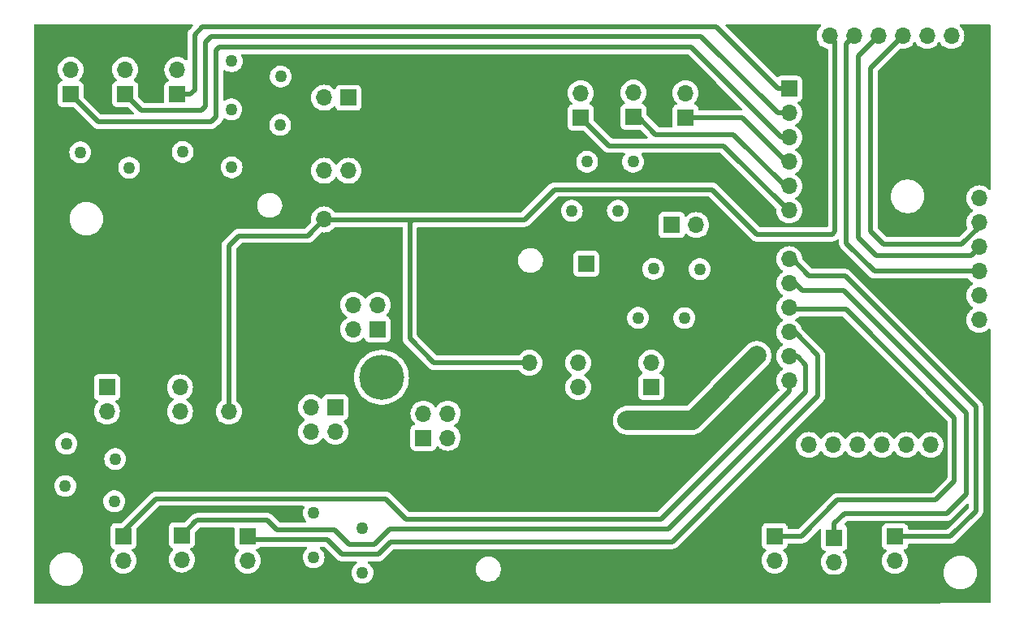
<source format=gbr>
%TF.GenerationSoftware,KiCad,Pcbnew,8.0.2*%
%TF.CreationDate,2024-07-21T17:00:07+02:00*%
%TF.ProjectId,CzlapCzlapBOT,437a6c61-7043-47a6-9c61-70424f542e6b,rev?*%
%TF.SameCoordinates,Original*%
%TF.FileFunction,Copper,L2,Bot*%
%TF.FilePolarity,Positive*%
%FSLAX46Y46*%
G04 Gerber Fmt 4.6, Leading zero omitted, Abs format (unit mm)*
G04 Created by KiCad (PCBNEW 8.0.2) date 2024-07-21 17:00:07*
%MOMM*%
%LPD*%
G01*
G04 APERTURE LIST*
%TA.AperFunction,ComponentPad*%
%ADD10C,1.270000*%
%TD*%
%TA.AperFunction,ComponentPad*%
%ADD11O,1.700000X1.700000*%
%TD*%
%TA.AperFunction,ComponentPad*%
%ADD12R,1.700000X1.700000*%
%TD*%
%TA.AperFunction,ComponentPad*%
%ADD13C,3.100000*%
%TD*%
%TA.AperFunction,ConnectorPad*%
%ADD14C,4.700000*%
%TD*%
%TA.AperFunction,ViaPad*%
%ADD15C,1.000000*%
%TD*%
%TA.AperFunction,ViaPad*%
%ADD16C,2.000000*%
%TD*%
%TA.AperFunction,Conductor*%
%ADD17C,0.500000*%
%TD*%
%TA.AperFunction,Conductor*%
%ADD18C,2.000000*%
%TD*%
G04 APERTURE END LIST*
D10*
%TO.P,F3,1*%
%TO.N,7V5_A*%
X63195200Y-112064800D03*
%TO.P,F3,2*%
%TO.N,Net-(F_A1-+)*%
X58095200Y-110464800D03*
%TD*%
D11*
%TO.P,U6,1,+VOUT*%
%TO.N,7V5_C*%
X45085400Y-147024400D03*
D12*
X45085400Y-144484400D03*
D11*
%TO.P,U6,2,COM*%
%TO.N,GND*%
X47625400Y-147024400D03*
X47625400Y-144484400D03*
%TO.P,U6,3,-VIN*%
X50165400Y-147024400D03*
X50165400Y-144484400D03*
%TO.P,U6,4,+VIN*%
%TO.N,Net-(J8-Pin_3)*%
X52705400Y-147024400D03*
X52705400Y-144484400D03*
%TO.P,U6,5,EN*%
%TO.N,DCDC_EN*%
X57787400Y-147024400D03*
%TD*%
D10*
%TO.P,F11,1*%
%TO.N,7V5_B*%
X71729600Y-159207200D03*
%TO.P,F11,2*%
%TO.N,Net-(M_D1-+)*%
X66629600Y-157607200D03*
%TD*%
D13*
%TO.P,+1,1,1*%
%TO.N,+BATT*%
X73710800Y-143459200D03*
D14*
X73710800Y-143459200D03*
%TD*%
D12*
%TO.P,J21,1,Pin_1*%
%TO.N,GND*%
X117881400Y-107823000D03*
D11*
%TO.P,J21,2,Pin_2*%
%TO.N,DCDC_EN*%
X120421400Y-107823000D03*
%TO.P,J21,3,Pin_3*%
%TO.N,~{RST}*%
X122961400Y-107823000D03*
%TO.P,J21,4,Pin_4*%
%TO.N,RX_H*%
X125501400Y-107823000D03*
%TO.P,J21,5,Pin_5*%
%TO.N,TX_H*%
X128041400Y-107823000D03*
%TO.P,J21,6,Pin_6*%
%TO.N,+BATT*%
X130581400Y-107823000D03*
%TO.P,J21,7,Pin_7*%
X133121400Y-107823000D03*
%TO.P,J21,8,Pin_8*%
%TO.N,GND*%
X135661400Y-107823000D03*
%TD*%
D10*
%TO.P,F9,1*%
%TO.N,7V5_A*%
X93548200Y-126060200D03*
%TO.P,F9,2*%
%TO.N,Net-(F_B1-+)*%
X95148200Y-120960200D03*
%TD*%
D12*
%TO.P,M_D1,1,PWM*%
%TO.N,PWM10*%
X52882800Y-159918400D03*
D11*
%TO.P,M_D1,2,+*%
%TO.N,Net-(M_D1-+)*%
X52882800Y-162458400D03*
%TO.P,M_D1,3,-*%
%TO.N,GND*%
X52882800Y-164998400D03*
%TD*%
D10*
%TO.P,F4,1*%
%TO.N,7V5_C*%
X40843200Y-150368000D03*
%TO.P,F4,2*%
%TO.N,Net-(S_C1-+)*%
X45943200Y-151968000D03*
%TD*%
D12*
%TO.P,S_B1,1,PWM*%
%TO.N,PWM3*%
X105410000Y-116332000D03*
D11*
%TO.P,S_B1,2,+*%
%TO.N,Net-(S_B1-+)*%
X105410000Y-113792000D03*
%TO.P,S_B1,3,-*%
%TO.N,GND*%
X105410000Y-111252000D03*
%TD*%
D12*
%TO.P,U8,1,GND*%
%TO.N,GND*%
X136022878Y-122228574D03*
D11*
%TO.P,U8,2,VIN*%
%TO.N,Net-(JUMPER1-Pin_2)*%
X136022878Y-124768574D03*
%TO.P,U8,3,RX*%
%TO.N,TX_H*%
X136022878Y-127308574D03*
%TO.P,U8,4,TX*%
%TO.N,RX_H*%
X136022878Y-129848574D03*
%TO.P,U8,5,~{RST}*%
%TO.N,~{RST}*%
X136022878Y-132388574D03*
%TO.P,U8,6,ERR*%
%TO.N,unconnected-(U8-ERR-Pad6)*%
X136022878Y-134928574D03*
%TO.P,U8,7,TXIN*%
%TO.N,unconnected-(U8-TXIN-Pad7)*%
X136022878Y-137468574D03*
D12*
%TO.P,U8,8,~{OUT0}*%
%TO.N,PWM0*%
X116210878Y-113338574D03*
D11*
%TO.P,U8,9,~{OUT1}*%
%TO.N,PWM1*%
X116210878Y-115878574D03*
%TO.P,U8,10,~{OUT2}*%
%TO.N,PWM2*%
X116210878Y-118418574D03*
%TO.P,U8,11,~{OUT3}*%
%TO.N,PWM3*%
X116210878Y-120958574D03*
%TO.P,U8,12,~{OUT4}*%
%TO.N,PWM4*%
X116210878Y-123498574D03*
%TO.P,U8,13,~{OUT5}*%
%TO.N,PWM5*%
X116210878Y-126038574D03*
%TO.P,U8,14,~{OUT6}*%
%TO.N,PWM6*%
X116210878Y-131118574D03*
%TO.P,U8,15,~{OUT7}*%
%TO.N,PWM7*%
X116210878Y-133658574D03*
%TO.P,U8,16,~{OUT8}*%
%TO.N,PWM8*%
X116210878Y-136198574D03*
%TO.P,U8,17,~{OUT9}*%
%TO.N,PWM9*%
X116210878Y-138738574D03*
%TO.P,U8,18,~{OUT10}*%
%TO.N,PWM10*%
X116210878Y-141278574D03*
%TO.P,U8,19,~{OUT11}*%
%TO.N,PWM11*%
X116210878Y-143818574D03*
%TO.P,U8,20,~{OUT12}*%
%TO.N,unconnected-(U8-~{OUT12}-Pad20)*%
X118268278Y-150498774D03*
%TO.P,U8,21,~{OUT13}*%
%TO.N,unconnected-(U8-~{OUT13}-Pad21)*%
X120808278Y-150498774D03*
%TO.P,U8,22,~{OUT14}*%
%TO.N,unconnected-(U8-~{OUT14}-Pad22)*%
X123348278Y-150498774D03*
%TO.P,U8,23,~{OUT15}*%
%TO.N,unconnected-(U8-~{OUT15}-Pad23)*%
X125888278Y-150498774D03*
%TO.P,U8,24,~{OUT16}*%
%TO.N,unconnected-(U8-~{OUT16}-Pad24)*%
X128428278Y-150498774D03*
%TO.P,U8,25,~{OUT17}*%
%TO.N,unconnected-(U8-~{OUT17}-Pad25)*%
X130968278Y-150498774D03*
%TD*%
D12*
%TO.P,M_A1,1,PWM*%
%TO.N,PWM1*%
X46990000Y-113893600D03*
D11*
%TO.P,M_A1,2,+*%
%TO.N,Net-(M_A1-+)*%
X46990000Y-111353600D03*
%TO.P,M_A1,3,-*%
%TO.N,GND*%
X46990000Y-108813600D03*
%TD*%
D10*
%TO.P,F6,1*%
%TO.N,7V5_B*%
X100457000Y-137236200D03*
%TO.P,F6,2*%
%TO.N,Net-(F_C1-+)*%
X102057000Y-132136200D03*
%TD*%
D12*
%TO.P,M_B1,1,PWM*%
%TO.N,PWM4*%
X99974400Y-116281200D03*
D11*
%TO.P,M_B1,2,+*%
%TO.N,Net-(M_B1-+)*%
X99974400Y-113741200D03*
%TO.P,M_B1,3,-*%
%TO.N,GND*%
X99974400Y-111201200D03*
%TD*%
D12*
%TO.P,F_D1,1,PWM*%
%TO.N,PWM9*%
X59740800Y-160020000D03*
D11*
%TO.P,F_D1,2,+*%
%TO.N,Net-(F_D1-+)*%
X59740800Y-162560000D03*
%TO.P,F_D1,3,-*%
%TO.N,GND*%
X59740800Y-165100000D03*
%TD*%
D12*
%TO.P,F_A1,1,PWM*%
%TO.N,PWM0*%
X52425600Y-113893600D03*
D11*
%TO.P,F_A1,2,+*%
%TO.N,Net-(F_A1-+)*%
X52425600Y-111353600D03*
%TO.P,F_A1,3,-*%
%TO.N,GND*%
X52425600Y-108813600D03*
%TD*%
D12*
%TO.P,M_C1,1,PWM*%
%TO.N,PWM7*%
X120906404Y-160187165D03*
D11*
%TO.P,M_C1,2,+*%
%TO.N,Net-(M_C1-+)*%
X120906404Y-162727165D03*
%TO.P,M_C1,3,-*%
%TO.N,GND*%
X120906404Y-165267165D03*
%TD*%
D12*
%TO.P,F_C1,1,PWM*%
%TO.N,PWM8*%
X114706400Y-160020000D03*
D11*
%TO.P,F_C1,2,+*%
%TO.N,Net-(F_C1-+)*%
X114706400Y-162560000D03*
%TO.P,F_C1,3,-*%
%TO.N,GND*%
X114706400Y-165100000D03*
%TD*%
D12*
%TO.P,S_A1,1,PWM*%
%TO.N,PWM2*%
X41300400Y-113893600D03*
D11*
%TO.P,S_A1,2,+*%
%TO.N,Net-(S_A1-+)*%
X41300400Y-111353600D03*
%TO.P,S_A1,3,-*%
%TO.N,GND*%
X41300400Y-108813600D03*
%TD*%
D12*
%TO.P,11v1_1,1,Pin_1*%
%TO.N,+BATT*%
X95046800Y-131597400D03*
D11*
%TO.P,11v1_1,2,Pin_2*%
%TO.N,GND*%
X95046800Y-134137400D03*
%TD*%
D10*
%TO.P,F12,1*%
%TO.N,7V5_B*%
X71729600Y-163830000D03*
%TO.P,F12,2*%
%TO.N,Net-(F_D1-+)*%
X66629600Y-162230000D03*
%TD*%
D12*
%TO.P,JUMPER1,1,Pin_1*%
%TO.N,+BATT*%
X103982600Y-127558800D03*
D11*
%TO.P,JUMPER1,2,Pin_2*%
%TO.N,Net-(JUMPER1-Pin_2)*%
X106522600Y-127558800D03*
%TD*%
D12*
%TO.P,S_D1,1,PWM*%
%TO.N,PWM11*%
X46786800Y-160020000D03*
D11*
%TO.P,S_D1,2,+*%
%TO.N,Net-(S_D1-+)*%
X46786800Y-162560000D03*
%TO.P,S_D1,3,-*%
%TO.N,GND*%
X46786800Y-165100000D03*
%TD*%
D13*
%TO.P,-1,1,1*%
%TO.N,GND*%
X84201000Y-136575800D03*
D14*
X84201000Y-136575800D03*
%TD*%
D10*
%TO.P,F8,1*%
%TO.N,7V5_A*%
X98348800Y-126060200D03*
%TO.P,F8,2*%
%TO.N,Net-(M_B1-+)*%
X99948800Y-120960200D03*
%TD*%
D12*
%TO.P,J6,1,Pin_1*%
%TO.N,+BATT*%
X73304400Y-138430000D03*
D11*
%TO.P,J6,2,Pin_2*%
X70764400Y-138430000D03*
%TO.P,J6,3,Pin_3*%
%TO.N,Net-(J6-Pin_3)*%
X73304400Y-135890000D03*
%TO.P,J6,4,Pin_4*%
X70764400Y-135890000D03*
%TD*%
%TO.P,U5,1,+VOUT*%
%TO.N,7V5_B*%
X101828200Y-141936200D03*
D12*
X101828200Y-144476200D03*
D11*
%TO.P,U5,2,COM*%
%TO.N,GND*%
X99288200Y-141936200D03*
X99288200Y-144476200D03*
%TO.P,U5,3,-VIN*%
X96748200Y-141936200D03*
X96748200Y-144476200D03*
%TO.P,U5,4,+VIN*%
%TO.N,Net-(J7-Pin_3)*%
X94208200Y-141936200D03*
X94208200Y-144476200D03*
%TO.P,U5,5,EN*%
%TO.N,DCDC_EN*%
X89126200Y-141936200D03*
%TD*%
D12*
%TO.P,J8,1,Pin_1*%
%TO.N,+BATT*%
X68884800Y-146583400D03*
D11*
%TO.P,J8,2,Pin_2*%
X68884800Y-149123400D03*
%TO.P,J8,3,Pin_3*%
%TO.N,Net-(J8-Pin_3)*%
X66344800Y-146583400D03*
%TO.P,J8,4,Pin_4*%
X66344800Y-149123400D03*
%TD*%
D10*
%TO.P,F10,1*%
%TO.N,7V5_C*%
X40741600Y-154787600D03*
%TO.P,F10,2*%
%TO.N,Net-(S_D1-+)*%
X45841600Y-156387600D03*
%TD*%
%TO.P,F7,1*%
%TO.N,7V5_C*%
X52984400Y-119938800D03*
%TO.P,F7,2*%
%TO.N,Net-(S_B1-+)*%
X58084400Y-121538800D03*
%TD*%
%TO.P,F5,1*%
%TO.N,7V5_B*%
X105283000Y-137261600D03*
%TO.P,F5,2*%
%TO.N,Net-(M_C1-+)*%
X106883000Y-132161600D03*
%TD*%
%TO.P,F2,1*%
%TO.N,7V5_A*%
X63144400Y-117094000D03*
%TO.P,F2,2*%
%TO.N,Net-(M_A1-+)*%
X58044400Y-115494000D03*
%TD*%
%TO.P,F1,1*%
%TO.N,7V5_C*%
X47396400Y-121564400D03*
%TO.P,F1,2*%
%TO.N,Net-(S_A1-+)*%
X42296400Y-119964400D03*
%TD*%
D12*
%TO.P,J7,1,Pin_1*%
%TO.N,+BATT*%
X78079600Y-149758400D03*
D11*
%TO.P,J7,2,Pin_2*%
X78079600Y-147218400D03*
%TO.P,J7,3,Pin_3*%
%TO.N,Net-(J7-Pin_3)*%
X80619600Y-149758400D03*
%TO.P,J7,4,Pin_4*%
X80619600Y-147218400D03*
%TD*%
D12*
%TO.P,F_B1,1,PWM*%
%TO.N,PWM5*%
X94488000Y-116332000D03*
D11*
%TO.P,F_B1,2,+*%
%TO.N,Net-(F_B1-+)*%
X94488000Y-113792000D03*
%TO.P,F_B1,3,-*%
%TO.N,GND*%
X94488000Y-111252000D03*
%TD*%
%TO.P,U4,1,+VOUT*%
%TO.N,7V5_A*%
X67717400Y-114275000D03*
D12*
X70257400Y-114275000D03*
D11*
%TO.P,U4,2,COM*%
%TO.N,GND*%
X67717400Y-116815000D03*
X70257400Y-116815000D03*
%TO.P,U4,3,-VIN*%
X67717400Y-119355000D03*
X70257400Y-119355000D03*
%TO.P,U4,4,+VIN*%
%TO.N,Net-(J6-Pin_3)*%
X67717400Y-121895000D03*
X70257400Y-121895000D03*
%TO.P,U4,5,EN*%
%TO.N,DCDC_EN*%
X67717400Y-126977000D03*
%TD*%
D12*
%TO.P,S_C1,1,PWM*%
%TO.N,PWM6*%
X127254000Y-160070800D03*
D11*
%TO.P,S_C1,2,+*%
%TO.N,Net-(S_C1-+)*%
X127254000Y-162610800D03*
%TO.P,S_C1,3,-*%
%TO.N,GND*%
X127254000Y-165150800D03*
%TD*%
D15*
%TO.N,GND*%
X112547400Y-125018800D03*
D16*
X127457200Y-114884200D03*
X119075200Y-115138200D03*
X132994400Y-127050800D03*
%TO.N,Net-(S_C1-+)*%
X112852200Y-141173200D03*
X99328200Y-147929600D03*
%TD*%
D17*
%TO.N,PWM0*%
X115065774Y-113338574D02*
X116210878Y-113338574D01*
X52425600Y-113893600D02*
X53771800Y-113893600D01*
X55056400Y-106843200D02*
X108570400Y-106843200D01*
X108570400Y-106843200D02*
X115065774Y-113338574D01*
X53771800Y-113893600D02*
X54219599Y-113445801D01*
X54219599Y-113445801D02*
X54219599Y-107680001D01*
X54219599Y-107680001D02*
X55056400Y-106843200D01*
%TO.N,PWM1*%
X55321200Y-115163600D02*
X55321200Y-108508800D01*
X55321200Y-108508800D02*
X55986800Y-107843200D01*
X54919600Y-115565200D02*
X55321200Y-115163600D01*
X46990000Y-113893600D02*
X48661600Y-115565200D01*
X48661600Y-115565200D02*
X54919600Y-115565200D01*
X115040374Y-115878574D02*
X116210878Y-115878574D01*
X55986800Y-107843200D02*
X107005000Y-107843200D01*
X107005000Y-107843200D02*
X115040374Y-115878574D01*
%TO.N,PWM2*%
X55930800Y-116789200D02*
X56464200Y-116255800D01*
X44196000Y-116789200D02*
X55930800Y-116789200D01*
X115395974Y-118418574D02*
X116210878Y-118418574D01*
X105968800Y-108991400D02*
X115395974Y-118418574D01*
X41300400Y-113893600D02*
X44196000Y-116789200D01*
X56464200Y-109296200D02*
X56769000Y-108991400D01*
X56769000Y-108991400D02*
X105968800Y-108991400D01*
X56464200Y-116255800D02*
X56464200Y-109296200D01*
%TO.N,PWM3*%
X115903974Y-120958574D02*
X116210878Y-120958574D01*
X105435400Y-116357400D02*
X111302800Y-116357400D01*
X111302800Y-116357400D02*
X115903974Y-120958574D01*
X105410000Y-116332000D02*
X105435400Y-116357400D01*
%TO.N,PWM4*%
X115802374Y-123498574D02*
X116210878Y-123498574D01*
X99974400Y-116281200D02*
X100457000Y-116281200D01*
X100457000Y-116281200D02*
X102285800Y-118110000D01*
X110413800Y-118110000D02*
X115802374Y-123498574D01*
X102285800Y-118110000D02*
X110413800Y-118110000D01*
%TO.N,PWM5*%
X116132574Y-126038574D02*
X109372400Y-119278400D01*
X109372400Y-119278400D02*
X97434400Y-119278400D01*
X97434400Y-119278400D02*
X94488000Y-116332000D01*
X116210878Y-126038574D02*
X116132574Y-126038574D01*
%TO.N,PWM6*%
X116538974Y-131118574D02*
X116210878Y-131118574D01*
X135686800Y-146507200D02*
X122047000Y-132867400D01*
X127254000Y-160070800D02*
X133019800Y-160070800D01*
X133019800Y-160070800D02*
X135686800Y-157403800D01*
X122047000Y-132867400D02*
X118287800Y-132867400D01*
X118287800Y-132867400D02*
X116538974Y-131118574D01*
X135686800Y-157403800D02*
X135686800Y-146507200D01*
%TO.N,PWM7*%
X134645400Y-147167600D02*
X121869200Y-134391400D01*
X132638800Y-157683200D02*
X134645400Y-155676600D01*
X121869200Y-134391400D02*
X117576600Y-134391400D01*
X120906404Y-160187165D02*
X120906404Y-158723782D01*
X116843774Y-133658574D02*
X116210878Y-133658574D01*
X120906404Y-158723782D02*
X121946986Y-157683200D01*
X134645400Y-155676600D02*
X134645400Y-147167600D01*
X121946986Y-157683200D02*
X132638800Y-157683200D01*
X117576600Y-134391400D02*
X116843774Y-133658574D01*
%TO.N,PWM8*%
X131470400Y-156260800D02*
X133451600Y-154279600D01*
X117500400Y-160020000D02*
X121259600Y-156260800D01*
X116334104Y-136321800D02*
X116210878Y-136198574D01*
X133451600Y-154279600D02*
X133451600Y-147650200D01*
X122132600Y-136331200D02*
X118102186Y-136331200D01*
X121259600Y-156260800D02*
X131470400Y-156260800D01*
X133451600Y-147650200D02*
X122132600Y-136331200D01*
X118102186Y-136331200D02*
X118092786Y-136321800D01*
X118092786Y-136321800D02*
X116334104Y-136321800D01*
X114706400Y-160020000D02*
X117500400Y-160020000D01*
%TO.N,PWM9*%
X116792974Y-138738574D02*
X116210878Y-138738574D01*
X73380598Y-161899602D02*
X74666600Y-160613600D01*
X104003600Y-160613600D02*
X119227600Y-145389600D01*
X59740800Y-160020000D02*
X60080400Y-160359600D01*
X119227600Y-145389600D02*
X119227600Y-141173200D01*
X68056000Y-160359600D02*
X69596002Y-161899602D01*
X74666600Y-160613600D02*
X104003600Y-160613600D01*
X60080400Y-160359600D02*
X68056000Y-160359600D01*
X69596002Y-161899602D02*
X73380598Y-161899602D01*
X119227600Y-141173200D02*
X116792974Y-138738574D01*
%TO.N,PWM10*%
X52882800Y-159918400D02*
X54356000Y-158445200D01*
X117046974Y-141278574D02*
X116210878Y-141278574D01*
X62788800Y-159359600D02*
X68783200Y-159359600D01*
X117906800Y-142138400D02*
X117046974Y-141278574D01*
X72966385Y-160899601D02*
X74582586Y-159283400D01*
X61798400Y-158369200D02*
X62788800Y-159359600D01*
X54533600Y-158369200D02*
X61798400Y-158369200D01*
X74582586Y-159283400D02*
X103581200Y-159283400D01*
X103581200Y-159283400D02*
X117906800Y-144957800D01*
X54457600Y-158445200D02*
X54533600Y-158369200D01*
X70323201Y-160899601D02*
X72966385Y-160899601D01*
X68783200Y-159359600D02*
X70323201Y-160899601D01*
X117906800Y-144957800D02*
X117906800Y-142138400D01*
X54356000Y-158445200D02*
X54457600Y-158445200D01*
%TO.N,PWM11*%
X74142600Y-156108400D02*
X76276200Y-158242000D01*
X116210878Y-144850322D02*
X116210878Y-143818574D01*
X102819200Y-158242000D02*
X116210878Y-144850322D01*
X76276200Y-158242000D02*
X102819200Y-158242000D01*
X46786800Y-160020000D02*
X46786800Y-159527000D01*
X46786800Y-159527000D02*
X50205400Y-156108400D01*
X50205400Y-156108400D02*
X74142600Y-156108400D01*
%TO.N,RX_H*%
X136022878Y-129864322D02*
X135153400Y-130733800D01*
X125323600Y-130733800D02*
X123444000Y-128854200D01*
X135153400Y-130733800D02*
X125323600Y-130733800D01*
X123444000Y-128854200D02*
X123444000Y-109880400D01*
X123444000Y-109880400D02*
X125501400Y-107823000D01*
X136022878Y-129848574D02*
X136022878Y-129864322D01*
%TO.N,TX_H*%
X136022878Y-127756122D02*
X134213600Y-129565400D01*
X124714000Y-128219200D02*
X124714000Y-111150400D01*
X136022878Y-127308574D02*
X136022878Y-127756122D01*
X124714000Y-111150400D02*
X128041400Y-107823000D01*
X126060200Y-129565400D02*
X124714000Y-128219200D01*
X134213600Y-129565400D02*
X126060200Y-129565400D01*
D18*
%TO.N,GND*%
X96748200Y-141936200D02*
X99288200Y-144476200D01*
X50165400Y-144484400D02*
X50165400Y-147024400D01*
X119075200Y-115138200D02*
X119075200Y-111455200D01*
X127101600Y-164998400D02*
X114808000Y-164998400D01*
X70257400Y-116815000D02*
X67717400Y-116815000D01*
X52832000Y-165049200D02*
X46837600Y-165049200D01*
X99288200Y-141807800D02*
X94640400Y-137160000D01*
X47625400Y-147024400D02*
X48717200Y-147024400D01*
X96748200Y-141936200D02*
X96748200Y-141152798D01*
X38476800Y-139496800D02*
X38476800Y-140919200D01*
X91541600Y-137922000D02*
X91541600Y-151028400D01*
X38476800Y-143713200D02*
X38476800Y-139496800D01*
X67717400Y-119355000D02*
X70257400Y-119355000D01*
X50165400Y-143712200D02*
X48717200Y-145160400D01*
X113769200Y-166037200D02*
X60678000Y-166037200D01*
X135432800Y-115900200D02*
X135432800Y-108051600D01*
X136022878Y-122228574D02*
X132540974Y-122228574D01*
X41300400Y-108813600D02*
X52425600Y-108813600D01*
X46869400Y-141662200D02*
X47625400Y-142418200D01*
X47625400Y-142418200D02*
X47625400Y-144484400D01*
X89458800Y-153111200D02*
X52425600Y-153111200D01*
X105410000Y-111252000D02*
X94488000Y-111252000D01*
X133731000Y-122228574D02*
X136022878Y-122228574D01*
X92755402Y-137160000D02*
X84785200Y-137160000D01*
X48717200Y-147024400D02*
X50165400Y-147024400D01*
D17*
X110540800Y-122859800D02*
X99136200Y-122859800D01*
D18*
X94640400Y-137160000D02*
X92303600Y-137160000D01*
X47625400Y-144484400D02*
X47625400Y-147024400D01*
X130403600Y-116281200D02*
X135051800Y-116281200D01*
X127457200Y-114884200D02*
X129260600Y-114884200D01*
X75107400Y-116815000D02*
X70257400Y-116815000D01*
D17*
X99136200Y-122859800D02*
X95224600Y-118948200D01*
D18*
X130403600Y-116027200D02*
X130403600Y-116281200D01*
X39957087Y-158699200D02*
X38476800Y-157218913D01*
X91541600Y-151028400D02*
X89458800Y-153111200D01*
D17*
X112547400Y-125018800D02*
X112547400Y-124866400D01*
D18*
X67717400Y-119355000D02*
X67717400Y-116815000D01*
X48832200Y-127139000D02*
X57124600Y-118846600D01*
X48832200Y-142379000D02*
X48832200Y-127139000D01*
D17*
X93803410Y-118948200D02*
X86766400Y-111911190D01*
D18*
X59690000Y-165049200D02*
X52933600Y-165049200D01*
X99288200Y-141936200D02*
X99288200Y-141807800D01*
X43593200Y-160280800D02*
X42011600Y-158699200D01*
X132540974Y-122228574D02*
X130403600Y-120091200D01*
X130403600Y-120091200D02*
X130403600Y-116281200D01*
X40527800Y-141662200D02*
X46869400Y-141662200D01*
X96748200Y-144476200D02*
X96748200Y-141936200D01*
X38476800Y-140919200D02*
X47372400Y-140919200D01*
X48717200Y-145160400D02*
X48832200Y-145045400D01*
X80670400Y-111252000D02*
X75107400Y-116815000D01*
D17*
X95224600Y-118948200D02*
X93803410Y-118948200D01*
D18*
X52425600Y-153111200D02*
X50165400Y-150851000D01*
X94640400Y-137160000D02*
X94640400Y-134543800D01*
X92303600Y-137160000D02*
X91541600Y-137922000D01*
X127254000Y-165150800D02*
X127101600Y-164998400D01*
X114706400Y-165100000D02*
X113769200Y-166037200D01*
X132994400Y-122965174D02*
X133731000Y-122228574D01*
X48832200Y-145045400D02*
X48832200Y-142379000D01*
X38476800Y-139496800D02*
X38476800Y-108813600D01*
X46786800Y-165100000D02*
X45237400Y-165100000D01*
X96748200Y-144476200D02*
X99288200Y-144476200D01*
X60604800Y-119355000D02*
X67717400Y-119355000D01*
X52933600Y-165049200D02*
X52882800Y-164998400D01*
X47372400Y-140919200D02*
X48832200Y-142379000D01*
X70257400Y-116815000D02*
X70257400Y-119355000D01*
X38476800Y-108813600D02*
X41300400Y-108813600D01*
X94640400Y-134543800D02*
X95046800Y-134137400D01*
X42011600Y-158699200D02*
X39957087Y-158699200D01*
X43593200Y-163455800D02*
X43593200Y-160280800D01*
X135432800Y-108051600D02*
X135661400Y-107823000D01*
X67717400Y-116815000D02*
X70257400Y-119355000D01*
X52882800Y-164998400D02*
X52832000Y-165049200D01*
D17*
X86766400Y-111911190D02*
X86766400Y-111252000D01*
D18*
X135051800Y-116281200D02*
X135432800Y-115900200D01*
X84785200Y-137160000D02*
X84201000Y-136575800D01*
X114808000Y-164998400D02*
X114706400Y-165100000D01*
X132994400Y-127050800D02*
X132994400Y-122965174D01*
X38476800Y-157218913D02*
X38476800Y-143713200D01*
X48832200Y-142379000D02*
X50165400Y-143712200D01*
X60096400Y-118846600D02*
X60604800Y-119355000D01*
X96748200Y-141152798D02*
X92755402Y-137160000D01*
X38476800Y-143713200D02*
X40527800Y-141662200D01*
X86766400Y-111252000D02*
X80670400Y-111252000D01*
X38476800Y-140919200D02*
X38476800Y-142542738D01*
X59740800Y-165100000D02*
X59690000Y-165049200D01*
X57124600Y-118846600D02*
X60096400Y-118846600D01*
X96748200Y-141936200D02*
X99288200Y-141936200D01*
D17*
X112547400Y-124866400D02*
X110540800Y-122859800D01*
D18*
X117881400Y-110261400D02*
X117881400Y-107823000D01*
X99288200Y-144476200D02*
X99288200Y-141936200D01*
X94488000Y-111252000D02*
X86766400Y-111252000D01*
X46837600Y-165049200D02*
X46786800Y-165100000D01*
X48717200Y-145160400D02*
X48717200Y-147024400D01*
X129260600Y-114884200D02*
X130403600Y-116027200D01*
X50165400Y-143712200D02*
X50165400Y-144484400D01*
X60678000Y-166037200D02*
X59740800Y-165100000D01*
X50165400Y-150851000D02*
X50165400Y-147024400D01*
X45237400Y-165100000D02*
X43593200Y-163455800D01*
X119075200Y-111455200D02*
X117881400Y-110261400D01*
D17*
%TO.N,DCDC_EN*%
X76962000Y-127000000D02*
X79197200Y-127000000D01*
X58801000Y-128676400D02*
X66018000Y-128676400D01*
X79172800Y-141936200D02*
X76657200Y-139420600D01*
X57787400Y-147024400D02*
X57787400Y-129690000D01*
X67740400Y-127000000D02*
X79197200Y-127000000D01*
X88595200Y-127000000D02*
X91744800Y-123850400D01*
X121005600Y-128193800D02*
X121005600Y-108407200D01*
X67717400Y-126977000D02*
X67740400Y-127000000D01*
X76657200Y-139420600D02*
X76657200Y-127304800D01*
X120675400Y-128524000D02*
X121005600Y-128193800D01*
X66018000Y-128676400D02*
X67717400Y-126977000D01*
X121005600Y-108407200D02*
X120421400Y-107823000D01*
X91744800Y-123850400D02*
X108178600Y-123850400D01*
X108178600Y-123850400D02*
X112852200Y-128524000D01*
X76657200Y-127304800D02*
X76962000Y-127000000D01*
X79197200Y-127000000D02*
X88595200Y-127000000D01*
X112852200Y-128524000D02*
X120675400Y-128524000D01*
X57787400Y-129690000D02*
X58801000Y-128676400D01*
X89126200Y-141936200D02*
X79172800Y-141936200D01*
%TO.N,~{RST}*%
X136022878Y-132388574D02*
X125098774Y-132388574D01*
X122174000Y-108610400D02*
X122961400Y-107823000D01*
X122174000Y-129463800D02*
X122174000Y-108610400D01*
X125098774Y-132388574D02*
X122174000Y-129463800D01*
D18*
%TO.N,Net-(S_C1-+)*%
X112852200Y-141173200D02*
X109118400Y-144907000D01*
X106121200Y-147929600D02*
X99328200Y-147929600D01*
X109118400Y-144932400D02*
X106121200Y-147929600D01*
X109118400Y-144907000D02*
X109118400Y-144932400D01*
%TD*%
%TA.AperFunction,Conductor*%
%TO.N,GND*%
G36*
X54012710Y-106612885D02*
G01*
X54058465Y-106665689D01*
X54068409Y-106734847D01*
X54039384Y-106798403D01*
X54033359Y-106804872D01*
X53887952Y-106950279D01*
X53636646Y-107201585D01*
X53623769Y-107220858D01*
X53610947Y-107240049D01*
X53582634Y-107282422D01*
X53554513Y-107324508D01*
X53497942Y-107461083D01*
X53497939Y-107461093D01*
X53469099Y-107606080D01*
X53469099Y-110197407D01*
X53449414Y-110264446D01*
X53396610Y-110310201D01*
X53327452Y-110320145D01*
X53273976Y-110298982D01*
X53103434Y-110179567D01*
X53103430Y-110179565D01*
X53050639Y-110154948D01*
X52889263Y-110079697D01*
X52889259Y-110079696D01*
X52889255Y-110079694D01*
X52661013Y-110018538D01*
X52661003Y-110018536D01*
X52425601Y-109997941D01*
X52425599Y-109997941D01*
X52190196Y-110018536D01*
X52190186Y-110018538D01*
X51961944Y-110079694D01*
X51961935Y-110079698D01*
X51747771Y-110179564D01*
X51747769Y-110179565D01*
X51554197Y-110315105D01*
X51387105Y-110482197D01*
X51251565Y-110675769D01*
X51251564Y-110675771D01*
X51151698Y-110889935D01*
X51151694Y-110889944D01*
X51090538Y-111118186D01*
X51090536Y-111118196D01*
X51069941Y-111353599D01*
X51069941Y-111353600D01*
X51090536Y-111589003D01*
X51090538Y-111589013D01*
X51151694Y-111817255D01*
X51151696Y-111817259D01*
X51151697Y-111817263D01*
X51231348Y-111988074D01*
X51251565Y-112031430D01*
X51251567Y-112031434D01*
X51318415Y-112126902D01*
X51387101Y-112224996D01*
X51387106Y-112225002D01*
X51509030Y-112346926D01*
X51542515Y-112408249D01*
X51537531Y-112477941D01*
X51495659Y-112533874D01*
X51464683Y-112550789D01*
X51333269Y-112599803D01*
X51333264Y-112599806D01*
X51218055Y-112686052D01*
X51218052Y-112686055D01*
X51131806Y-112801264D01*
X51131802Y-112801271D01*
X51081508Y-112936117D01*
X51076661Y-112981204D01*
X51075101Y-112995723D01*
X51075100Y-112995735D01*
X51075101Y-114690700D01*
X51055416Y-114757739D01*
X51002613Y-114803494D01*
X50951101Y-114814700D01*
X49023829Y-114814700D01*
X48956790Y-114795015D01*
X48936148Y-114778381D01*
X48376818Y-114219051D01*
X48343333Y-114157728D01*
X48340499Y-114131370D01*
X48340499Y-112995729D01*
X48340498Y-112995723D01*
X48340497Y-112995716D01*
X48334091Y-112936117D01*
X48332148Y-112930908D01*
X48283797Y-112801271D01*
X48283793Y-112801264D01*
X48197547Y-112686055D01*
X48197544Y-112686052D01*
X48082335Y-112599806D01*
X48082328Y-112599802D01*
X47950917Y-112550789D01*
X47894983Y-112508918D01*
X47870566Y-112443453D01*
X47885418Y-112375180D01*
X47906563Y-112346932D01*
X48028495Y-112225001D01*
X48164035Y-112031430D01*
X48263903Y-111817263D01*
X48325063Y-111589008D01*
X48345659Y-111353600D01*
X48325063Y-111118192D01*
X48263903Y-110889937D01*
X48164035Y-110675771D01*
X48163035Y-110674342D01*
X48028494Y-110482197D01*
X47861402Y-110315106D01*
X47861395Y-110315101D01*
X47667834Y-110179567D01*
X47667830Y-110179565D01*
X47615039Y-110154948D01*
X47453663Y-110079697D01*
X47453659Y-110079696D01*
X47453655Y-110079694D01*
X47225413Y-110018538D01*
X47225403Y-110018536D01*
X46990001Y-109997941D01*
X46989999Y-109997941D01*
X46754596Y-110018536D01*
X46754586Y-110018538D01*
X46526344Y-110079694D01*
X46526335Y-110079698D01*
X46312171Y-110179564D01*
X46312169Y-110179565D01*
X46118597Y-110315105D01*
X45951505Y-110482197D01*
X45815965Y-110675769D01*
X45815964Y-110675771D01*
X45716098Y-110889935D01*
X45716094Y-110889944D01*
X45654938Y-111118186D01*
X45654936Y-111118196D01*
X45634341Y-111353599D01*
X45634341Y-111353600D01*
X45654936Y-111589003D01*
X45654938Y-111589013D01*
X45716094Y-111817255D01*
X45716096Y-111817259D01*
X45716097Y-111817263D01*
X45795748Y-111988074D01*
X45815965Y-112031430D01*
X45815967Y-112031434D01*
X45882815Y-112126902D01*
X45951501Y-112224996D01*
X45951506Y-112225002D01*
X46073430Y-112346926D01*
X46106915Y-112408249D01*
X46101931Y-112477941D01*
X46060059Y-112533874D01*
X46029083Y-112550789D01*
X45897669Y-112599803D01*
X45897664Y-112599806D01*
X45782455Y-112686052D01*
X45782452Y-112686055D01*
X45696206Y-112801264D01*
X45696202Y-112801271D01*
X45645908Y-112936117D01*
X45641061Y-112981204D01*
X45639501Y-112995723D01*
X45639500Y-112995735D01*
X45639500Y-114791470D01*
X45639501Y-114791476D01*
X45645908Y-114851083D01*
X45696202Y-114985928D01*
X45696206Y-114985935D01*
X45782452Y-115101144D01*
X45782455Y-115101147D01*
X45897664Y-115187393D01*
X45897671Y-115187397D01*
X46032517Y-115237691D01*
X46032516Y-115237691D01*
X46039444Y-115238435D01*
X46092127Y-115244100D01*
X47227769Y-115244099D01*
X47294808Y-115263784D01*
X47315450Y-115280418D01*
X47670774Y-115635742D01*
X47862052Y-115827019D01*
X47895537Y-115888342D01*
X47890553Y-115958033D01*
X47848682Y-116013967D01*
X47783217Y-116038384D01*
X47774371Y-116038700D01*
X44558230Y-116038700D01*
X44491191Y-116019015D01*
X44470549Y-116002381D01*
X42687218Y-114219050D01*
X42653733Y-114157727D01*
X42650899Y-114131369D01*
X42650899Y-112995729D01*
X42650898Y-112995723D01*
X42650897Y-112995716D01*
X42644491Y-112936117D01*
X42642548Y-112930908D01*
X42594197Y-112801271D01*
X42594193Y-112801264D01*
X42507947Y-112686055D01*
X42507944Y-112686052D01*
X42392735Y-112599806D01*
X42392728Y-112599802D01*
X42261317Y-112550789D01*
X42205383Y-112508918D01*
X42180966Y-112443453D01*
X42195818Y-112375180D01*
X42216963Y-112346932D01*
X42338895Y-112225001D01*
X42474435Y-112031430D01*
X42574303Y-111817263D01*
X42635463Y-111589008D01*
X42656059Y-111353600D01*
X42635463Y-111118192D01*
X42574303Y-110889937D01*
X42474435Y-110675771D01*
X42473435Y-110674342D01*
X42338894Y-110482197D01*
X42171802Y-110315106D01*
X42171795Y-110315101D01*
X41978234Y-110179567D01*
X41978230Y-110179565D01*
X41925439Y-110154948D01*
X41764063Y-110079697D01*
X41764059Y-110079696D01*
X41764055Y-110079694D01*
X41535813Y-110018538D01*
X41535803Y-110018536D01*
X41300401Y-109997941D01*
X41300399Y-109997941D01*
X41064996Y-110018536D01*
X41064986Y-110018538D01*
X40836744Y-110079694D01*
X40836735Y-110079698D01*
X40622571Y-110179564D01*
X40622569Y-110179565D01*
X40428997Y-110315105D01*
X40261905Y-110482197D01*
X40126365Y-110675769D01*
X40126364Y-110675771D01*
X40026498Y-110889935D01*
X40026494Y-110889944D01*
X39965338Y-111118186D01*
X39965336Y-111118196D01*
X39944741Y-111353599D01*
X39944741Y-111353600D01*
X39965336Y-111589003D01*
X39965338Y-111589013D01*
X40026494Y-111817255D01*
X40026496Y-111817259D01*
X40026497Y-111817263D01*
X40106148Y-111988074D01*
X40126365Y-112031430D01*
X40126367Y-112031434D01*
X40193215Y-112126902D01*
X40261901Y-112224996D01*
X40261906Y-112225002D01*
X40383830Y-112346926D01*
X40417315Y-112408249D01*
X40412331Y-112477941D01*
X40370459Y-112533874D01*
X40339483Y-112550789D01*
X40208069Y-112599803D01*
X40208064Y-112599806D01*
X40092855Y-112686052D01*
X40092852Y-112686055D01*
X40006606Y-112801264D01*
X40006602Y-112801271D01*
X39956308Y-112936117D01*
X39951461Y-112981204D01*
X39949901Y-112995723D01*
X39949900Y-112995735D01*
X39949900Y-114791470D01*
X39949901Y-114791476D01*
X39956308Y-114851083D01*
X40006602Y-114985928D01*
X40006606Y-114985935D01*
X40092852Y-115101144D01*
X40092855Y-115101147D01*
X40208064Y-115187393D01*
X40208071Y-115187397D01*
X40342917Y-115237691D01*
X40342916Y-115237691D01*
X40349844Y-115238435D01*
X40402527Y-115244100D01*
X41538169Y-115244099D01*
X41605208Y-115263784D01*
X41625850Y-115280418D01*
X43717586Y-117372154D01*
X43729449Y-117380080D01*
X43786313Y-117418074D01*
X43840505Y-117454284D01*
X43840507Y-117454285D01*
X43840511Y-117454287D01*
X43923706Y-117488747D01*
X43977087Y-117510858D01*
X43977091Y-117510858D01*
X43977092Y-117510859D01*
X44122079Y-117539700D01*
X44122082Y-117539700D01*
X56004720Y-117539700D01*
X56102262Y-117520296D01*
X56149713Y-117510858D01*
X56286295Y-117454284D01*
X56340487Y-117418074D01*
X56409216Y-117372152D01*
X56687369Y-117093999D01*
X62004035Y-117093999D01*
X62004035Y-117094000D01*
X62023451Y-117303537D01*
X62023451Y-117303539D01*
X62023452Y-117303542D01*
X62076147Y-117488746D01*
X62081042Y-117505950D01*
X62174842Y-117694325D01*
X62301661Y-117862260D01*
X62457176Y-118004030D01*
X62457178Y-118004032D01*
X62636092Y-118114811D01*
X62636098Y-118114814D01*
X62677668Y-118130918D01*
X62832324Y-118190832D01*
X63039180Y-118229500D01*
X63039182Y-118229500D01*
X63249618Y-118229500D01*
X63249620Y-118229500D01*
X63456476Y-118190832D01*
X63652704Y-118114813D01*
X63831623Y-118004031D01*
X63987140Y-117862259D01*
X64113958Y-117694325D01*
X64207759Y-117505947D01*
X64265348Y-117303542D01*
X64284765Y-117094000D01*
X64265348Y-116884458D01*
X64207759Y-116682053D01*
X64113958Y-116493675D01*
X63987140Y-116325741D01*
X63917504Y-116262260D01*
X63831623Y-116183969D01*
X63831621Y-116183967D01*
X63652707Y-116073188D01*
X63652701Y-116073185D01*
X63469932Y-116002381D01*
X63456476Y-115997168D01*
X63249620Y-115958500D01*
X63039180Y-115958500D01*
X62832324Y-115997168D01*
X62832321Y-115997168D01*
X62832321Y-115997169D01*
X62636098Y-116073185D01*
X62636092Y-116073188D01*
X62457178Y-116183967D01*
X62457176Y-116183969D01*
X62301661Y-116325739D01*
X62174842Y-116493674D01*
X62081042Y-116682049D01*
X62023451Y-116884462D01*
X62004035Y-117093999D01*
X56687369Y-117093999D01*
X57047152Y-116734215D01*
X57112313Y-116636694D01*
X57129284Y-116611295D01*
X57175337Y-116500113D01*
X57185859Y-116474712D01*
X57185859Y-116474711D01*
X57188193Y-116469078D01*
X57190805Y-116470160D01*
X57222418Y-116421853D01*
X57286212Y-116393354D01*
X57355285Y-116403869D01*
X57368117Y-116410805D01*
X57536096Y-116514813D01*
X57536097Y-116514813D01*
X57536098Y-116514814D01*
X57577668Y-116530918D01*
X57732324Y-116590832D01*
X57939180Y-116629500D01*
X57939182Y-116629500D01*
X58149618Y-116629500D01*
X58149620Y-116629500D01*
X58356476Y-116590832D01*
X58552704Y-116514813D01*
X58731623Y-116404031D01*
X58887140Y-116262259D01*
X59013958Y-116094325D01*
X59107759Y-115905947D01*
X59165348Y-115703542D01*
X59184765Y-115494000D01*
X59183703Y-115482544D01*
X59177436Y-115414909D01*
X59165348Y-115284458D01*
X59107759Y-115082053D01*
X59013958Y-114893675D01*
X58887140Y-114725741D01*
X58874099Y-114713853D01*
X58731623Y-114583969D01*
X58731621Y-114583967D01*
X58552707Y-114473188D01*
X58552701Y-114473185D01*
X58398048Y-114413273D01*
X58356476Y-114397168D01*
X58149620Y-114358500D01*
X57939180Y-114358500D01*
X57732324Y-114397168D01*
X57732321Y-114397168D01*
X57732321Y-114397169D01*
X57536098Y-114473185D01*
X57536092Y-114473188D01*
X57403977Y-114554991D01*
X57336617Y-114573546D01*
X57269917Y-114552738D01*
X57225056Y-114499173D01*
X57214700Y-114449564D01*
X57214700Y-114274999D01*
X66361741Y-114274999D01*
X66361741Y-114275000D01*
X66382336Y-114510403D01*
X66382338Y-114510413D01*
X66443494Y-114738655D01*
X66443496Y-114738659D01*
X66443497Y-114738663D01*
X66517106Y-114896518D01*
X66543365Y-114952830D01*
X66543367Y-114952834D01*
X66633845Y-115082049D01*
X66678905Y-115146401D01*
X66845999Y-115313495D01*
X66933146Y-115374516D01*
X67039565Y-115449032D01*
X67039567Y-115449033D01*
X67039570Y-115449035D01*
X67253737Y-115548903D01*
X67481992Y-115610063D01*
X67658434Y-115625500D01*
X67717399Y-115630659D01*
X67717400Y-115630659D01*
X67717401Y-115630659D01*
X67776366Y-115625500D01*
X67952808Y-115610063D01*
X68181063Y-115548903D01*
X68395230Y-115449035D01*
X68588801Y-115313495D01*
X68710729Y-115191566D01*
X68772048Y-115158084D01*
X68841740Y-115163068D01*
X68897674Y-115204939D01*
X68914589Y-115235917D01*
X68963602Y-115367328D01*
X68963606Y-115367335D01*
X69049852Y-115482544D01*
X69049855Y-115482547D01*
X69165064Y-115568793D01*
X69165071Y-115568797D01*
X69299917Y-115619091D01*
X69299916Y-115619091D01*
X69306844Y-115619835D01*
X69359527Y-115625500D01*
X71155272Y-115625499D01*
X71214883Y-115619091D01*
X71349731Y-115568796D01*
X71464946Y-115482546D01*
X71551196Y-115367331D01*
X71601491Y-115232483D01*
X71607900Y-115172873D01*
X71607899Y-113377128D01*
X71601491Y-113317517D01*
X71600210Y-113314083D01*
X71551197Y-113182671D01*
X71551193Y-113182664D01*
X71464947Y-113067455D01*
X71464944Y-113067452D01*
X71349735Y-112981206D01*
X71349728Y-112981202D01*
X71214882Y-112930908D01*
X71214883Y-112930908D01*
X71155283Y-112924501D01*
X71155281Y-112924500D01*
X71155273Y-112924500D01*
X71155264Y-112924500D01*
X69359529Y-112924500D01*
X69359523Y-112924501D01*
X69299916Y-112930908D01*
X69165071Y-112981202D01*
X69165064Y-112981206D01*
X69049855Y-113067452D01*
X69049852Y-113067455D01*
X68963606Y-113182664D01*
X68963603Y-113182669D01*
X68914589Y-113314083D01*
X68872717Y-113370016D01*
X68807253Y-113394433D01*
X68738980Y-113379581D01*
X68710726Y-113358430D01*
X68588802Y-113236506D01*
X68588795Y-113236501D01*
X68395234Y-113100967D01*
X68395230Y-113100965D01*
X68362310Y-113085614D01*
X68181063Y-113001097D01*
X68181059Y-113001096D01*
X68181055Y-113001094D01*
X67952813Y-112939938D01*
X67952803Y-112939936D01*
X67717401Y-112919341D01*
X67717399Y-112919341D01*
X67481996Y-112939936D01*
X67481986Y-112939938D01*
X67253744Y-113001094D01*
X67253735Y-113001098D01*
X67039571Y-113100964D01*
X67039569Y-113100965D01*
X66845997Y-113236505D01*
X66678905Y-113403597D01*
X66543365Y-113597169D01*
X66543364Y-113597171D01*
X66443498Y-113811335D01*
X66443494Y-113811344D01*
X66382338Y-114039586D01*
X66382336Y-114039596D01*
X66361741Y-114274999D01*
X57214700Y-114274999D01*
X57214700Y-112064799D01*
X62054835Y-112064799D01*
X62054835Y-112064800D01*
X62074251Y-112274337D01*
X62074251Y-112274339D01*
X62074252Y-112274342D01*
X62129152Y-112467297D01*
X62131842Y-112476750D01*
X62225642Y-112665125D01*
X62352461Y-112833060D01*
X62507976Y-112974830D01*
X62507978Y-112974832D01*
X62686892Y-113085611D01*
X62686898Y-113085614D01*
X62726522Y-113100964D01*
X62883124Y-113161632D01*
X63089980Y-113200300D01*
X63089982Y-113200300D01*
X63300418Y-113200300D01*
X63300420Y-113200300D01*
X63507276Y-113161632D01*
X63703504Y-113085613D01*
X63882423Y-112974831D01*
X64037940Y-112833059D01*
X64164758Y-112665125D01*
X64258559Y-112476747D01*
X64316148Y-112274342D01*
X64335565Y-112064800D01*
X64333709Y-112044776D01*
X64316148Y-111855262D01*
X64316148Y-111855258D01*
X64258559Y-111652853D01*
X64164758Y-111464475D01*
X64037940Y-111296541D01*
X63968304Y-111233060D01*
X63882423Y-111154769D01*
X63882421Y-111154767D01*
X63703507Y-111043988D01*
X63703501Y-111043985D01*
X63548848Y-110984073D01*
X63507276Y-110967968D01*
X63300420Y-110929300D01*
X63089980Y-110929300D01*
X62883124Y-110967968D01*
X62883121Y-110967968D01*
X62883121Y-110967969D01*
X62686898Y-111043985D01*
X62686892Y-111043988D01*
X62507978Y-111154767D01*
X62507976Y-111154769D01*
X62352461Y-111296539D01*
X62225642Y-111464474D01*
X62131842Y-111652849D01*
X62131841Y-111652853D01*
X62085063Y-111817263D01*
X62074251Y-111855262D01*
X62054835Y-112064799D01*
X57214700Y-112064799D01*
X57214700Y-111477781D01*
X57234385Y-111410742D01*
X57287189Y-111364987D01*
X57356347Y-111355043D01*
X57403978Y-111372354D01*
X57407973Y-111374828D01*
X57407977Y-111374831D01*
X57586896Y-111485613D01*
X57586898Y-111485613D01*
X57586898Y-111485614D01*
X57628468Y-111501718D01*
X57783124Y-111561632D01*
X57989980Y-111600300D01*
X57989982Y-111600300D01*
X58200418Y-111600300D01*
X58200420Y-111600300D01*
X58407276Y-111561632D01*
X58603504Y-111485613D01*
X58782423Y-111374831D01*
X58937940Y-111233059D01*
X59064758Y-111065125D01*
X59158559Y-110876747D01*
X59216148Y-110674342D01*
X59235565Y-110464800D01*
X59216148Y-110255258D01*
X59158559Y-110052853D01*
X59092990Y-109921172D01*
X59080729Y-109852386D01*
X59107602Y-109787891D01*
X59165078Y-109748164D01*
X59203990Y-109741900D01*
X105606570Y-109741900D01*
X105673609Y-109761585D01*
X105694251Y-109778219D01*
X108602087Y-112686055D01*
X111311252Y-115395219D01*
X111344737Y-115456542D01*
X111339753Y-115526234D01*
X111297881Y-115582167D01*
X111232417Y-115606584D01*
X111223571Y-115606900D01*
X106884499Y-115606900D01*
X106817460Y-115587215D01*
X106771705Y-115534411D01*
X106760499Y-115482900D01*
X106760499Y-115434129D01*
X106760498Y-115434123D01*
X106760497Y-115434116D01*
X106754091Y-115374517D01*
X106751412Y-115367335D01*
X106703797Y-115239671D01*
X106703793Y-115239664D01*
X106617547Y-115124455D01*
X106617544Y-115124452D01*
X106502335Y-115038206D01*
X106502328Y-115038202D01*
X106370917Y-114989189D01*
X106314983Y-114947318D01*
X106290566Y-114881853D01*
X106305418Y-114813580D01*
X106326563Y-114785332D01*
X106448495Y-114663401D01*
X106584035Y-114469830D01*
X106683903Y-114255663D01*
X106745063Y-114027408D01*
X106765659Y-113792000D01*
X106745063Y-113556592D01*
X106683903Y-113328337D01*
X106584035Y-113114171D01*
X106574790Y-113100967D01*
X106448494Y-112920597D01*
X106281402Y-112753506D01*
X106281395Y-112753501D01*
X106087834Y-112617967D01*
X106087830Y-112617965D01*
X106048884Y-112599804D01*
X105873663Y-112518097D01*
X105873659Y-112518096D01*
X105873655Y-112518094D01*
X105645413Y-112456938D01*
X105645403Y-112456936D01*
X105410001Y-112436341D01*
X105409999Y-112436341D01*
X105174596Y-112456936D01*
X105174586Y-112456938D01*
X104946344Y-112518094D01*
X104946335Y-112518098D01*
X104732171Y-112617964D01*
X104732169Y-112617965D01*
X104538597Y-112753505D01*
X104371505Y-112920597D01*
X104235965Y-113114169D01*
X104235964Y-113114171D01*
X104159782Y-113277544D01*
X104141143Y-113317517D01*
X104136098Y-113328335D01*
X104136094Y-113328344D01*
X104074938Y-113556586D01*
X104074936Y-113556596D01*
X104054341Y-113791999D01*
X104054341Y-113792000D01*
X104074936Y-114027403D01*
X104074938Y-114027413D01*
X104136094Y-114255655D01*
X104136096Y-114255659D01*
X104136097Y-114255663D01*
X104184051Y-114358500D01*
X104235965Y-114469830D01*
X104235967Y-114469834D01*
X104315886Y-114583969D01*
X104371501Y-114663396D01*
X104371506Y-114663402D01*
X104493430Y-114785326D01*
X104526915Y-114846649D01*
X104521931Y-114916341D01*
X104480059Y-114972274D01*
X104449083Y-114989189D01*
X104317669Y-115038203D01*
X104317664Y-115038206D01*
X104202455Y-115124452D01*
X104202452Y-115124455D01*
X104116206Y-115239664D01*
X104116202Y-115239671D01*
X104065908Y-115374517D01*
X104061566Y-115414909D01*
X104059501Y-115434123D01*
X104059500Y-115434135D01*
X104059501Y-117233193D01*
X104058419Y-117233193D01*
X104043388Y-117296844D01*
X103993116Y-117345367D01*
X103935625Y-117359500D01*
X102648030Y-117359500D01*
X102580991Y-117339815D01*
X102560349Y-117323181D01*
X101361218Y-116124050D01*
X101327733Y-116062727D01*
X101324899Y-116036369D01*
X101324899Y-115383329D01*
X101324898Y-115383323D01*
X101324897Y-115383316D01*
X101318491Y-115323717D01*
X101314678Y-115313495D01*
X101268197Y-115188871D01*
X101268193Y-115188864D01*
X101181947Y-115073655D01*
X101181944Y-115073652D01*
X101066735Y-114987406D01*
X101066728Y-114987402D01*
X100935317Y-114938389D01*
X100879383Y-114896518D01*
X100854966Y-114831053D01*
X100869818Y-114762780D01*
X100890963Y-114734532D01*
X101012895Y-114612601D01*
X101148435Y-114419030D01*
X101248303Y-114204863D01*
X101309463Y-113976608D01*
X101330059Y-113741200D01*
X101309463Y-113505792D01*
X101261914Y-113328335D01*
X101248305Y-113277544D01*
X101248304Y-113277543D01*
X101248303Y-113277537D01*
X101148435Y-113063371D01*
X101104832Y-113001098D01*
X101012894Y-112869797D01*
X100845802Y-112702706D01*
X100845795Y-112702701D01*
X100652234Y-112567167D01*
X100652230Y-112567165D01*
X100652228Y-112567164D01*
X100438063Y-112467297D01*
X100438059Y-112467296D01*
X100438055Y-112467294D01*
X100209813Y-112406138D01*
X100209803Y-112406136D01*
X99974401Y-112385541D01*
X99974399Y-112385541D01*
X99738996Y-112406136D01*
X99738986Y-112406138D01*
X99510744Y-112467294D01*
X99510735Y-112467298D01*
X99296571Y-112567164D01*
X99296569Y-112567165D01*
X99102997Y-112702705D01*
X98935905Y-112869797D01*
X98800365Y-113063369D01*
X98800364Y-113063371D01*
X98700498Y-113277535D01*
X98700494Y-113277544D01*
X98639338Y-113505786D01*
X98639336Y-113505796D01*
X98618741Y-113741199D01*
X98618741Y-113741200D01*
X98639336Y-113976603D01*
X98639338Y-113976613D01*
X98700494Y-114204855D01*
X98700496Y-114204859D01*
X98700497Y-114204863D01*
X98724186Y-114255664D01*
X98800365Y-114419030D01*
X98800367Y-114419034D01*
X98908558Y-114573546D01*
X98935901Y-114612596D01*
X98935906Y-114612602D01*
X99057830Y-114734526D01*
X99091315Y-114795849D01*
X99086331Y-114865541D01*
X99044459Y-114921474D01*
X99013483Y-114938389D01*
X98882069Y-114987403D01*
X98882064Y-114987406D01*
X98766855Y-115073652D01*
X98766852Y-115073655D01*
X98680606Y-115188864D01*
X98680602Y-115188871D01*
X98630308Y-115323717D01*
X98625619Y-115367335D01*
X98623901Y-115383323D01*
X98623900Y-115383335D01*
X98623900Y-117179070D01*
X98623901Y-117179076D01*
X98630308Y-117238683D01*
X98680602Y-117373528D01*
X98680606Y-117373535D01*
X98766852Y-117488744D01*
X98766855Y-117488747D01*
X98882064Y-117574993D01*
X98882071Y-117574997D01*
X99016917Y-117625291D01*
X99016916Y-117625291D01*
X99021586Y-117625793D01*
X99076527Y-117631700D01*
X100694769Y-117631699D01*
X100761808Y-117651384D01*
X100782450Y-117668018D01*
X101430651Y-118316219D01*
X101464136Y-118377542D01*
X101459152Y-118447234D01*
X101417280Y-118503167D01*
X101351816Y-118527584D01*
X101342970Y-118527900D01*
X97796630Y-118527900D01*
X97729591Y-118508215D01*
X97708949Y-118491581D01*
X95874818Y-116657450D01*
X95841333Y-116596127D01*
X95838499Y-116569769D01*
X95838499Y-115434129D01*
X95838498Y-115434123D01*
X95838497Y-115434116D01*
X95832091Y-115374517D01*
X95829412Y-115367335D01*
X95781797Y-115239671D01*
X95781793Y-115239664D01*
X95695547Y-115124455D01*
X95695544Y-115124452D01*
X95580335Y-115038206D01*
X95580328Y-115038202D01*
X95448917Y-114989189D01*
X95392983Y-114947318D01*
X95368566Y-114881853D01*
X95383418Y-114813580D01*
X95404563Y-114785332D01*
X95526495Y-114663401D01*
X95662035Y-114469830D01*
X95761903Y-114255663D01*
X95823063Y-114027408D01*
X95843659Y-113792000D01*
X95823063Y-113556592D01*
X95761903Y-113328337D01*
X95662035Y-113114171D01*
X95652790Y-113100967D01*
X95526494Y-112920597D01*
X95359402Y-112753506D01*
X95359395Y-112753501D01*
X95165834Y-112617967D01*
X95165830Y-112617965D01*
X95126884Y-112599804D01*
X94951663Y-112518097D01*
X94951659Y-112518096D01*
X94951655Y-112518094D01*
X94723413Y-112456938D01*
X94723403Y-112456936D01*
X94488001Y-112436341D01*
X94487999Y-112436341D01*
X94252596Y-112456936D01*
X94252586Y-112456938D01*
X94024344Y-112518094D01*
X94024335Y-112518098D01*
X93810171Y-112617964D01*
X93810169Y-112617965D01*
X93616597Y-112753505D01*
X93449505Y-112920597D01*
X93313965Y-113114169D01*
X93313964Y-113114171D01*
X93237782Y-113277544D01*
X93219143Y-113317517D01*
X93214098Y-113328335D01*
X93214094Y-113328344D01*
X93152938Y-113556586D01*
X93152936Y-113556596D01*
X93132341Y-113791999D01*
X93132341Y-113792000D01*
X93152936Y-114027403D01*
X93152938Y-114027413D01*
X93214094Y-114255655D01*
X93214096Y-114255659D01*
X93214097Y-114255663D01*
X93262051Y-114358500D01*
X93313965Y-114469830D01*
X93313967Y-114469834D01*
X93393886Y-114583969D01*
X93449501Y-114663396D01*
X93449506Y-114663402D01*
X93571430Y-114785326D01*
X93604915Y-114846649D01*
X93599931Y-114916341D01*
X93558059Y-114972274D01*
X93527083Y-114989189D01*
X93395669Y-115038203D01*
X93395664Y-115038206D01*
X93280455Y-115124452D01*
X93280452Y-115124455D01*
X93194206Y-115239664D01*
X93194202Y-115239671D01*
X93143908Y-115374517D01*
X93139566Y-115414909D01*
X93137501Y-115434123D01*
X93137500Y-115434135D01*
X93137500Y-117229870D01*
X93137501Y-117229876D01*
X93143908Y-117289483D01*
X93194202Y-117424328D01*
X93194206Y-117424335D01*
X93280452Y-117539544D01*
X93280455Y-117539547D01*
X93395664Y-117625793D01*
X93395671Y-117625797D01*
X93530517Y-117676091D01*
X93530516Y-117676091D01*
X93537444Y-117676835D01*
X93590127Y-117682500D01*
X94725769Y-117682499D01*
X94792808Y-117702184D01*
X94813450Y-117718818D01*
X96955986Y-119861354D01*
X96985458Y-119881045D01*
X97029670Y-119910586D01*
X97078905Y-119943484D01*
X97078906Y-119943484D01*
X97078907Y-119943485D01*
X97078909Y-119943486D01*
X97215482Y-120000056D01*
X97215487Y-120000058D01*
X97215491Y-120000058D01*
X97215492Y-120000059D01*
X97360479Y-120028900D01*
X97360482Y-120028900D01*
X97360483Y-120028900D01*
X97508318Y-120028900D01*
X98980157Y-120028900D01*
X99047196Y-120048585D01*
X99092951Y-120101389D01*
X99102895Y-120170547D01*
X99079111Y-120227627D01*
X98979242Y-120359874D01*
X98885442Y-120548249D01*
X98827851Y-120750662D01*
X98808435Y-120960199D01*
X98808435Y-120960200D01*
X98827851Y-121169737D01*
X98827851Y-121169739D01*
X98827852Y-121169742D01*
X98880522Y-121354858D01*
X98885442Y-121372150D01*
X98968424Y-121538799D01*
X98979242Y-121560525D01*
X99054049Y-121659586D01*
X99106061Y-121728460D01*
X99261576Y-121870230D01*
X99261578Y-121870232D01*
X99440492Y-121981011D01*
X99440498Y-121981014D01*
X99481936Y-121997067D01*
X99636724Y-122057032D01*
X99843580Y-122095700D01*
X99843582Y-122095700D01*
X100054018Y-122095700D01*
X100054020Y-122095700D01*
X100260876Y-122057032D01*
X100457104Y-121981013D01*
X100636023Y-121870231D01*
X100791540Y-121728459D01*
X100918358Y-121560525D01*
X101012159Y-121372147D01*
X101069748Y-121169742D01*
X101089165Y-120960200D01*
X101089110Y-120959611D01*
X101078845Y-120848830D01*
X101069748Y-120750658D01*
X101012159Y-120548253D01*
X100918358Y-120359875D01*
X100818489Y-120227627D01*
X100793797Y-120162265D01*
X100808362Y-120093931D01*
X100857560Y-120044318D01*
X100917443Y-120028900D01*
X109010170Y-120028900D01*
X109077209Y-120048585D01*
X109097851Y-120065219D01*
X114831708Y-125799076D01*
X114865193Y-125860399D01*
X114867555Y-125897564D01*
X114855219Y-126038571D01*
X114855219Y-126038574D01*
X114875814Y-126273977D01*
X114875816Y-126273987D01*
X114936972Y-126502229D01*
X114936974Y-126502233D01*
X114936975Y-126502237D01*
X115036843Y-126716404D01*
X115036845Y-126716408D01*
X115145159Y-126871095D01*
X115172383Y-126909975D01*
X115339477Y-127077069D01*
X115365278Y-127095135D01*
X115533043Y-127212606D01*
X115533045Y-127212607D01*
X115533048Y-127212609D01*
X115747215Y-127312477D01*
X115975470Y-127373637D01*
X116163796Y-127390113D01*
X116210877Y-127394233D01*
X116210878Y-127394233D01*
X116210879Y-127394233D01*
X116250112Y-127390800D01*
X116446286Y-127373637D01*
X116674541Y-127312477D01*
X116888708Y-127212609D01*
X117082279Y-127077069D01*
X117249373Y-126909975D01*
X117384913Y-126716404D01*
X117484781Y-126502237D01*
X117545941Y-126273982D01*
X117566537Y-126038574D01*
X117564568Y-126016074D01*
X117557782Y-125938505D01*
X117545941Y-125803166D01*
X117484781Y-125574911D01*
X117384913Y-125360745D01*
X117368629Y-125337488D01*
X117249372Y-125167171D01*
X117082280Y-125000080D01*
X117082274Y-125000075D01*
X116896720Y-124870149D01*
X116853095Y-124815572D01*
X116845901Y-124746074D01*
X116877424Y-124683719D01*
X116896720Y-124666999D01*
X116963006Y-124620585D01*
X117082279Y-124537069D01*
X117249373Y-124369975D01*
X117384913Y-124176404D01*
X117484781Y-123962237D01*
X117545941Y-123733982D01*
X117566537Y-123498574D01*
X117545941Y-123263166D01*
X117484781Y-123034911D01*
X117384913Y-122820745D01*
X117273222Y-122661232D01*
X117249372Y-122627171D01*
X117082280Y-122460080D01*
X117082274Y-122460075D01*
X116896720Y-122330149D01*
X116853095Y-122275572D01*
X116845901Y-122206074D01*
X116877424Y-122143719D01*
X116896720Y-122126999D01*
X117006363Y-122050226D01*
X117082279Y-121997069D01*
X117249373Y-121829975D01*
X117384913Y-121636404D01*
X117484781Y-121422237D01*
X117545941Y-121193982D01*
X117566537Y-120958574D01*
X117545941Y-120723166D01*
X117484781Y-120494911D01*
X117384913Y-120280745D01*
X117292201Y-120148337D01*
X117249372Y-120087171D01*
X117082280Y-119920080D01*
X117082274Y-119920075D01*
X116896720Y-119790149D01*
X116853095Y-119735572D01*
X116845901Y-119666074D01*
X116877424Y-119603719D01*
X116896720Y-119586999D01*
X116982623Y-119526849D01*
X117082279Y-119457069D01*
X117249373Y-119289975D01*
X117384913Y-119096404D01*
X117484781Y-118882237D01*
X117545941Y-118653982D01*
X117566537Y-118418574D01*
X117545941Y-118183166D01*
X117484781Y-117954911D01*
X117384913Y-117740745D01*
X117357913Y-117702184D01*
X117249372Y-117547171D01*
X117082280Y-117380080D01*
X117082274Y-117380075D01*
X116896720Y-117250149D01*
X116853095Y-117195572D01*
X116845901Y-117126074D01*
X116877424Y-117063719D01*
X116896720Y-117046999D01*
X116918904Y-117031465D01*
X117082279Y-116917069D01*
X117249373Y-116749975D01*
X117384913Y-116556404D01*
X117484781Y-116342237D01*
X117545941Y-116113982D01*
X117566537Y-115878574D01*
X117545941Y-115643166D01*
X117484781Y-115414911D01*
X117384913Y-115200745D01*
X117376597Y-115188869D01*
X117249374Y-115007174D01*
X117189518Y-114947318D01*
X117127445Y-114885245D01*
X117093962Y-114823925D01*
X117098946Y-114754233D01*
X117140817Y-114698299D01*
X117171793Y-114681384D01*
X117303209Y-114632370D01*
X117418424Y-114546120D01*
X117504674Y-114430905D01*
X117554969Y-114296057D01*
X117561378Y-114236447D01*
X117561377Y-112440702D01*
X117554969Y-112381091D01*
X117552764Y-112375180D01*
X117504675Y-112246245D01*
X117504671Y-112246238D01*
X117418425Y-112131029D01*
X117418422Y-112131026D01*
X117303213Y-112044780D01*
X117303206Y-112044776D01*
X117168360Y-111994482D01*
X117168361Y-111994482D01*
X117108761Y-111988075D01*
X117108759Y-111988074D01*
X117108751Y-111988074D01*
X117108742Y-111988074D01*
X115313007Y-111988074D01*
X115313001Y-111988075D01*
X115253394Y-111994482D01*
X115118549Y-112044776D01*
X115118542Y-112044780D01*
X115041458Y-112102485D01*
X114975994Y-112126902D01*
X114907721Y-112112050D01*
X114879467Y-112090899D01*
X109593449Y-106804881D01*
X109559964Y-106743558D01*
X109564948Y-106673866D01*
X109606820Y-106617933D01*
X109672284Y-106593516D01*
X109681130Y-106593200D01*
X119441941Y-106593200D01*
X119508980Y-106612885D01*
X119554735Y-106665689D01*
X119564679Y-106734847D01*
X119535654Y-106798403D01*
X119529622Y-106804881D01*
X119382905Y-106951597D01*
X119247365Y-107145169D01*
X119247364Y-107145171D01*
X119147498Y-107359335D01*
X119147494Y-107359344D01*
X119086338Y-107587586D01*
X119086336Y-107587596D01*
X119065741Y-107822999D01*
X119065741Y-107823000D01*
X119086336Y-108058403D01*
X119086338Y-108058413D01*
X119147494Y-108286655D01*
X119147496Y-108286659D01*
X119147497Y-108286663D01*
X119151400Y-108295032D01*
X119247365Y-108500830D01*
X119247367Y-108500834D01*
X119312393Y-108593700D01*
X119382905Y-108694401D01*
X119549999Y-108861495D01*
X119646784Y-108929265D01*
X119743565Y-108997032D01*
X119743567Y-108997033D01*
X119743570Y-108997035D01*
X119957737Y-109096903D01*
X119957743Y-109096904D01*
X119957744Y-109096905D01*
X120163193Y-109151954D01*
X120222854Y-109188319D01*
X120253383Y-109251165D01*
X120255100Y-109271729D01*
X120255100Y-127649500D01*
X120235415Y-127716539D01*
X120182611Y-127762294D01*
X120131100Y-127773500D01*
X113214429Y-127773500D01*
X113147390Y-127753815D01*
X113126748Y-127737181D01*
X108657021Y-123267452D01*
X108657014Y-123267446D01*
X108566256Y-123206804D01*
X108566157Y-123206739D01*
X108534095Y-123185316D01*
X108534094Y-123185315D01*
X108534092Y-123185314D01*
X108397517Y-123128743D01*
X108397507Y-123128740D01*
X108252520Y-123099900D01*
X108252518Y-123099900D01*
X91670882Y-123099900D01*
X91670880Y-123099900D01*
X91525892Y-123128740D01*
X91525882Y-123128743D01*
X91389308Y-123185314D01*
X91389305Y-123185315D01*
X91389305Y-123185316D01*
X91357243Y-123206739D01*
X91357242Y-123206738D01*
X91266385Y-123267446D01*
X91266378Y-123267452D01*
X88320651Y-126213181D01*
X88259328Y-126246666D01*
X88232970Y-126249500D01*
X68921205Y-126249500D01*
X68854166Y-126229815D01*
X68819630Y-126196623D01*
X68755893Y-126105596D01*
X68588802Y-125938506D01*
X68588795Y-125938501D01*
X68395234Y-125802967D01*
X68395230Y-125802965D01*
X68386890Y-125799076D01*
X68181063Y-125703097D01*
X68181059Y-125703096D01*
X68181055Y-125703094D01*
X67952813Y-125641938D01*
X67952803Y-125641936D01*
X67717401Y-125621341D01*
X67717399Y-125621341D01*
X67481996Y-125641936D01*
X67481986Y-125641938D01*
X67253744Y-125703094D01*
X67253735Y-125703098D01*
X67039571Y-125802964D01*
X67039569Y-125802965D01*
X66845997Y-125938505D01*
X66678905Y-126105597D01*
X66543365Y-126299169D01*
X66543364Y-126299171D01*
X66443498Y-126513335D01*
X66443494Y-126513344D01*
X66382338Y-126741586D01*
X66382336Y-126741596D01*
X66361741Y-126976999D01*
X66361741Y-126977001D01*
X66380377Y-127190013D01*
X66366610Y-127258513D01*
X66344530Y-127288501D01*
X65743451Y-127889581D01*
X65682128Y-127923066D01*
X65655770Y-127925900D01*
X58727080Y-127925900D01*
X58582092Y-127954740D01*
X58582082Y-127954743D01*
X58445509Y-128011313D01*
X58413481Y-128032714D01*
X58322582Y-128093449D01*
X58322581Y-128093450D01*
X57204452Y-129211578D01*
X57204449Y-129211581D01*
X57168340Y-129265622D01*
X57168341Y-129265623D01*
X57122314Y-129334508D01*
X57065743Y-129471082D01*
X57065740Y-129471092D01*
X57036900Y-129616079D01*
X57036900Y-145836698D01*
X57017215Y-145903737D01*
X56984025Y-145938272D01*
X56915995Y-145985907D01*
X56748905Y-146152997D01*
X56613365Y-146346569D01*
X56613364Y-146346571D01*
X56513498Y-146560735D01*
X56513494Y-146560744D01*
X56452338Y-146788986D01*
X56452336Y-146788996D01*
X56431741Y-147024399D01*
X56431741Y-147024400D01*
X56452336Y-147259803D01*
X56452338Y-147259813D01*
X56513494Y-147488055D01*
X56513496Y-147488059D01*
X56513497Y-147488063D01*
X56613365Y-147702230D01*
X56613367Y-147702234D01*
X56675485Y-147790947D01*
X56748905Y-147895801D01*
X56915999Y-148062895D01*
X56988649Y-148113765D01*
X57109565Y-148198432D01*
X57109567Y-148198433D01*
X57109570Y-148198435D01*
X57323737Y-148298303D01*
X57551992Y-148359463D01*
X57714924Y-148373718D01*
X57787399Y-148380059D01*
X57787400Y-148380059D01*
X57787401Y-148380059D01*
X57826634Y-148376626D01*
X58022808Y-148359463D01*
X58251063Y-148298303D01*
X58465230Y-148198435D01*
X58658801Y-148062895D01*
X58825895Y-147895801D01*
X58961435Y-147702230D01*
X59061303Y-147488063D01*
X59122463Y-147259808D01*
X59143059Y-147024400D01*
X59141345Y-147004815D01*
X59125339Y-146821862D01*
X59122463Y-146788992D01*
X59071924Y-146600377D01*
X59067375Y-146583399D01*
X64989141Y-146583399D01*
X64989141Y-146583400D01*
X65009736Y-146818803D01*
X65009738Y-146818813D01*
X65070894Y-147047055D01*
X65070896Y-147047059D01*
X65070897Y-147047063D01*
X65148270Y-147212989D01*
X65170765Y-147261230D01*
X65170767Y-147261234D01*
X65260387Y-147389223D01*
X65296447Y-147440723D01*
X65306301Y-147454795D01*
X65306306Y-147454802D01*
X65473397Y-147621893D01*
X65473403Y-147621898D01*
X65658958Y-147751825D01*
X65702583Y-147806402D01*
X65709777Y-147875900D01*
X65678254Y-147938255D01*
X65658958Y-147954975D01*
X65473397Y-148084905D01*
X65306305Y-148251997D01*
X65170765Y-148445569D01*
X65170764Y-148445571D01*
X65070898Y-148659735D01*
X65070894Y-148659744D01*
X65009738Y-148887986D01*
X65009736Y-148887996D01*
X64989141Y-149123399D01*
X64989141Y-149123400D01*
X65009736Y-149358803D01*
X65009738Y-149358813D01*
X65070894Y-149587055D01*
X65070896Y-149587059D01*
X65070897Y-149587063D01*
X65074800Y-149595432D01*
X65170765Y-149801230D01*
X65170767Y-149801234D01*
X65279081Y-149955921D01*
X65306305Y-149994801D01*
X65473399Y-150161895D01*
X65559316Y-150222055D01*
X65666965Y-150297432D01*
X65666967Y-150297433D01*
X65666970Y-150297435D01*
X65881137Y-150397303D01*
X65881143Y-150397304D01*
X65881144Y-150397305D01*
X65936085Y-150412026D01*
X66109392Y-150458463D01*
X66297718Y-150474939D01*
X66344799Y-150479059D01*
X66344800Y-150479059D01*
X66344801Y-150479059D01*
X66384034Y-150475626D01*
X66580208Y-150458463D01*
X66808463Y-150397303D01*
X67022630Y-150297435D01*
X67216201Y-150161895D01*
X67383295Y-149994801D01*
X67513225Y-149809242D01*
X67567802Y-149765617D01*
X67637300Y-149758423D01*
X67699655Y-149789946D01*
X67716375Y-149809242D01*
X67846300Y-149994795D01*
X67846305Y-149994801D01*
X68013399Y-150161895D01*
X68099316Y-150222055D01*
X68206965Y-150297432D01*
X68206967Y-150297433D01*
X68206970Y-150297435D01*
X68421137Y-150397303D01*
X68421143Y-150397304D01*
X68421144Y-150397305D01*
X68476085Y-150412026D01*
X68649392Y-150458463D01*
X68837718Y-150474939D01*
X68884799Y-150479059D01*
X68884800Y-150479059D01*
X68884801Y-150479059D01*
X68924034Y-150475626D01*
X69120208Y-150458463D01*
X69348463Y-150397303D01*
X69562630Y-150297435D01*
X69756201Y-150161895D01*
X69923295Y-149994801D01*
X70058835Y-149801230D01*
X70158703Y-149587063D01*
X70219863Y-149358808D01*
X70240459Y-149123400D01*
X70219863Y-148887992D01*
X70158703Y-148659737D01*
X70058835Y-148445571D01*
X70053224Y-148437558D01*
X69923296Y-148252000D01*
X69869728Y-148198432D01*
X69801367Y-148130071D01*
X69767884Y-148068751D01*
X69772868Y-147999059D01*
X69814739Y-147943125D01*
X69845715Y-147926210D01*
X69977131Y-147877196D01*
X70092346Y-147790946D01*
X70178596Y-147675731D01*
X70228891Y-147540883D01*
X70235300Y-147481273D01*
X70235300Y-147218399D01*
X76723941Y-147218399D01*
X76723941Y-147218400D01*
X76744536Y-147453803D01*
X76744538Y-147453813D01*
X76805694Y-147682055D01*
X76805696Y-147682059D01*
X76805697Y-147682063D01*
X76875101Y-147830900D01*
X76905565Y-147896230D01*
X76905567Y-147896234D01*
X76986928Y-148012429D01*
X77041101Y-148089796D01*
X77041106Y-148089802D01*
X77163030Y-148211726D01*
X77196515Y-148273049D01*
X77191531Y-148342741D01*
X77149659Y-148398674D01*
X77118683Y-148415589D01*
X76987269Y-148464603D01*
X76987264Y-148464606D01*
X76872055Y-148550852D01*
X76872052Y-148550855D01*
X76785806Y-148666064D01*
X76785802Y-148666071D01*
X76735508Y-148800917D01*
X76729101Y-148860516D01*
X76729100Y-148860535D01*
X76729100Y-150656270D01*
X76729101Y-150656276D01*
X76735508Y-150715883D01*
X76785802Y-150850728D01*
X76785806Y-150850735D01*
X76872052Y-150965944D01*
X76872055Y-150965947D01*
X76987264Y-151052193D01*
X76987271Y-151052197D01*
X77122117Y-151102491D01*
X77122116Y-151102491D01*
X77129044Y-151103235D01*
X77181727Y-151108900D01*
X78977472Y-151108899D01*
X79037083Y-151102491D01*
X79171931Y-151052196D01*
X79287146Y-150965946D01*
X79373396Y-150850731D01*
X79422410Y-150719316D01*
X79464281Y-150663384D01*
X79529745Y-150638966D01*
X79598018Y-150653817D01*
X79626273Y-150674969D01*
X79748199Y-150796895D01*
X79844984Y-150864665D01*
X79941765Y-150932432D01*
X79941767Y-150932433D01*
X79941770Y-150932435D01*
X80155937Y-151032303D01*
X80384192Y-151093463D01*
X80560634Y-151108900D01*
X80619599Y-151114059D01*
X80619600Y-151114059D01*
X80619601Y-151114059D01*
X80678566Y-151108900D01*
X80855008Y-151093463D01*
X81083263Y-151032303D01*
X81297430Y-150932435D01*
X81491001Y-150796895D01*
X81658095Y-150629801D01*
X81793635Y-150436230D01*
X81893503Y-150222063D01*
X81954663Y-149993808D01*
X81975259Y-149758400D01*
X81954663Y-149522992D01*
X81907556Y-149347185D01*
X81893505Y-149294744D01*
X81893504Y-149294743D01*
X81893503Y-149294737D01*
X81793635Y-149080571D01*
X81789118Y-149074119D01*
X81658094Y-148886997D01*
X81491002Y-148719906D01*
X81490996Y-148719901D01*
X81305442Y-148589975D01*
X81261817Y-148535398D01*
X81254623Y-148465900D01*
X81286146Y-148403545D01*
X81305442Y-148386825D01*
X81431867Y-148298301D01*
X81491001Y-148256895D01*
X81658095Y-148089801D01*
X81770273Y-147929595D01*
X97822557Y-147929595D01*
X97822557Y-147929604D01*
X97827276Y-147986548D01*
X97827700Y-147996789D01*
X97827700Y-148047696D01*
X97836714Y-148104605D01*
X97837815Y-148113747D01*
X97839169Y-148130073D01*
X97843092Y-148177424D01*
X97855470Y-148226303D01*
X97857737Y-148237343D01*
X97864647Y-148280969D01*
X97884532Y-148342169D01*
X97886806Y-148350046D01*
X97904135Y-148418474D01*
X97904139Y-148418487D01*
X97921687Y-148458492D01*
X97926062Y-148469984D01*
X97937630Y-148505589D01*
X97937632Y-148505592D01*
X97969896Y-148568914D01*
X97972967Y-148575398D01*
X98004026Y-148646206D01*
X98004029Y-148646210D01*
X98024238Y-148677142D01*
X98030915Y-148688669D01*
X98044858Y-148716034D01*
X98044864Y-148716043D01*
X98090579Y-148778965D01*
X98094070Y-148784029D01*
X98102859Y-148797481D01*
X98140036Y-148854385D01*
X98160509Y-148876625D01*
X98169595Y-148887719D01*
X98183681Y-148907108D01*
X98243416Y-148966843D01*
X98246964Y-148970541D01*
X98308452Y-149037334D01*
X98308456Y-149037338D01*
X98326991Y-149051764D01*
X98338510Y-149061937D01*
X98350690Y-149074117D01*
X98424463Y-149127716D01*
X98427727Y-149130170D01*
X98504691Y-149190074D01*
X98519414Y-149198042D01*
X98533279Y-149206776D01*
X98541767Y-149212943D01*
X98629025Y-149257403D01*
X98631703Y-149258809D01*
X98723390Y-149308428D01*
X98732843Y-149311673D01*
X98748873Y-149318469D01*
X98752208Y-149320168D01*
X98752213Y-149320169D01*
X98752214Y-149320170D01*
X98851717Y-149352500D01*
X98853581Y-149353122D01*
X98958586Y-149389171D01*
X98959366Y-149389301D01*
X98961783Y-149389705D01*
X98972042Y-149392212D01*
X98972090Y-149392015D01*
X98976823Y-149393150D01*
X98976832Y-149393153D01*
X99043587Y-149403725D01*
X99086839Y-149410576D01*
X99087762Y-149410725D01*
X99203865Y-149430100D01*
X99203866Y-149430100D01*
X106239297Y-149430100D01*
X106472568Y-149393153D01*
X106484823Y-149389171D01*
X106697192Y-149320168D01*
X106907634Y-149212943D01*
X107098710Y-149074117D01*
X110262917Y-145909910D01*
X110324671Y-145824911D01*
X110337297Y-145810128D01*
X113841902Y-142305524D01*
X113853403Y-142295367D01*
X113871944Y-142280938D01*
X113933423Y-142214152D01*
X113936923Y-142210503D01*
X113996718Y-142150710D01*
X114010812Y-142131310D01*
X114019893Y-142120220D01*
X114040364Y-142097985D01*
X114086358Y-142027583D01*
X114089790Y-142022604D01*
X114135543Y-141959633D01*
X114149485Y-141932266D01*
X114156162Y-141920741D01*
X114176371Y-141889810D01*
X114176373Y-141889807D01*
X114207440Y-141818977D01*
X114210486Y-141812545D01*
X114242768Y-141749192D01*
X114254336Y-141713583D01*
X114258713Y-141702090D01*
X114267378Y-141682334D01*
X114276263Y-141662081D01*
X114293597Y-141593628D01*
X114295861Y-141585787D01*
X114315753Y-141524568D01*
X114322666Y-141480914D01*
X114324924Y-141469920D01*
X114337308Y-141421021D01*
X114342585Y-141357329D01*
X114343683Y-141348215D01*
X114352700Y-141291291D01*
X114352700Y-141240389D01*
X114353124Y-141230148D01*
X114357843Y-141173204D01*
X114357843Y-141173195D01*
X114353124Y-141116250D01*
X114352700Y-141106009D01*
X114352700Y-141055109D01*
X114343686Y-140998202D01*
X114342582Y-140989041D01*
X114337308Y-140925379D01*
X114324926Y-140876488D01*
X114322665Y-140865477D01*
X114315753Y-140821831D01*
X114295862Y-140760616D01*
X114293591Y-140752748D01*
X114286267Y-140723827D01*
X114276263Y-140684319D01*
X114258709Y-140644302D01*
X114254336Y-140632812D01*
X114242768Y-140597207D01*
X114210499Y-140533877D01*
X114207439Y-140527418D01*
X114176373Y-140456593D01*
X114156159Y-140425654D01*
X114149485Y-140414130D01*
X114135542Y-140386765D01*
X114135542Y-140386764D01*
X114089812Y-140323823D01*
X114086321Y-140318758D01*
X114040365Y-140248417D01*
X114040364Y-140248415D01*
X114019890Y-140226175D01*
X114010811Y-140215087D01*
X113996718Y-140195690D01*
X113936969Y-140135941D01*
X113933423Y-140132245D01*
X113871947Y-140065465D01*
X113871942Y-140065460D01*
X113853411Y-140051037D01*
X113841893Y-140040865D01*
X113829709Y-140028681D01*
X113755906Y-139975059D01*
X113752632Y-139972596D01*
X113675713Y-139912729D01*
X113675712Y-139912728D01*
X113675709Y-139912726D01*
X113662607Y-139905635D01*
X113660983Y-139904756D01*
X113647122Y-139896023D01*
X113638639Y-139889860D01*
X113638636Y-139889858D01*
X113551368Y-139845392D01*
X113548647Y-139843963D01*
X113457012Y-139794373D01*
X113457002Y-139794369D01*
X113447546Y-139791122D01*
X113431528Y-139784331D01*
X113428196Y-139782633D01*
X113328635Y-139750283D01*
X113326691Y-139749633D01*
X113221819Y-139713630D01*
X113221817Y-139713629D01*
X113218598Y-139713092D01*
X113208355Y-139710588D01*
X113208308Y-139710785D01*
X113203574Y-139709648D01*
X113203569Y-139709647D01*
X113203563Y-139709646D01*
X113093626Y-139692233D01*
X113092617Y-139692069D01*
X112976535Y-139672700D01*
X112727865Y-139672700D01*
X112611762Y-139692072D01*
X112610753Y-139692236D01*
X112500834Y-139709646D01*
X112496093Y-139710784D01*
X112496046Y-139710588D01*
X112485799Y-139713092D01*
X112482588Y-139713628D01*
X112377643Y-139749654D01*
X112375703Y-139750302D01*
X112276205Y-139782632D01*
X112276197Y-139782636D01*
X112272852Y-139784340D01*
X112256862Y-139791118D01*
X112247397Y-139794368D01*
X112247394Y-139794370D01*
X112155725Y-139843977D01*
X112153005Y-139845405D01*
X112065773Y-139889853D01*
X112065765Y-139889858D01*
X112057275Y-139896026D01*
X112043418Y-139904755D01*
X112028699Y-139912721D01*
X112028694Y-139912724D01*
X112028692Y-139912725D01*
X112028691Y-139912726D01*
X112002987Y-139932731D01*
X111951761Y-139972602D01*
X111948487Y-139975064D01*
X111874692Y-140028680D01*
X111874691Y-140028681D01*
X111862499Y-140040872D01*
X111850990Y-140051035D01*
X111832457Y-140065460D01*
X111832456Y-140065461D01*
X111770976Y-140132245D01*
X111767429Y-140135941D01*
X107973882Y-143929490D01*
X107912133Y-144014480D01*
X107899496Y-144029275D01*
X105535992Y-146392781D01*
X105474669Y-146426266D01*
X105448311Y-146429100D01*
X99203864Y-146429100D01*
X99087771Y-146448471D01*
X99086762Y-146448635D01*
X98976833Y-146466046D01*
X98972093Y-146467184D01*
X98972046Y-146466988D01*
X98961799Y-146469492D01*
X98958588Y-146470028D01*
X98853643Y-146506054D01*
X98851703Y-146506702D01*
X98752205Y-146539032D01*
X98752197Y-146539036D01*
X98748852Y-146540740D01*
X98732862Y-146547518D01*
X98723397Y-146550768D01*
X98723394Y-146550770D01*
X98631725Y-146600377D01*
X98629006Y-146601805D01*
X98541763Y-146646259D01*
X98541757Y-146646262D01*
X98533272Y-146652427D01*
X98519422Y-146661153D01*
X98504692Y-146669125D01*
X98504685Y-146669130D01*
X98427747Y-146729011D01*
X98424475Y-146731472D01*
X98350691Y-146785082D01*
X98338497Y-146797274D01*
X98326992Y-146807433D01*
X98308459Y-146821858D01*
X98308456Y-146821861D01*
X98246976Y-146888645D01*
X98243431Y-146892339D01*
X98183683Y-146952089D01*
X98183678Y-146952095D01*
X98169593Y-146971481D01*
X98160510Y-146982573D01*
X98140034Y-147004816D01*
X98094057Y-147075189D01*
X98090567Y-147080251D01*
X98044857Y-147143165D01*
X98030916Y-147170526D01*
X98024242Y-147182049D01*
X98004031Y-147212986D01*
X98004028Y-147212989D01*
X97972962Y-147283809D01*
X97969894Y-147290288D01*
X97937633Y-147353604D01*
X97937632Y-147353609D01*
X97926059Y-147389223D01*
X97921686Y-147400709D01*
X97904139Y-147440712D01*
X97904136Y-147440723D01*
X97886805Y-147509157D01*
X97884531Y-147517032D01*
X97864648Y-147578225D01*
X97857736Y-147621860D01*
X97855469Y-147632895D01*
X97843093Y-147681771D01*
X97843092Y-147681777D01*
X97843092Y-147681779D01*
X97837815Y-147745454D01*
X97836714Y-147754595D01*
X97827700Y-147811503D01*
X97827700Y-147862409D01*
X97827276Y-147872650D01*
X97822557Y-147929595D01*
X81770273Y-147929595D01*
X81793635Y-147896230D01*
X81893503Y-147682063D01*
X81954663Y-147453808D01*
X81975259Y-147218400D01*
X81954663Y-146982992D01*
X81902683Y-146788996D01*
X81893505Y-146754744D01*
X81893504Y-146754743D01*
X81893503Y-146754737D01*
X81793635Y-146540571D01*
X81792561Y-146539036D01*
X81658094Y-146346997D01*
X81491002Y-146179906D01*
X81490995Y-146179901D01*
X81297434Y-146044367D01*
X81297430Y-146044365D01*
X81268925Y-146031073D01*
X81083263Y-145944497D01*
X81083259Y-145944496D01*
X81083255Y-145944494D01*
X80855013Y-145883338D01*
X80855003Y-145883336D01*
X80619601Y-145862741D01*
X80619599Y-145862741D01*
X80384196Y-145883336D01*
X80384186Y-145883338D01*
X80155944Y-145944494D01*
X80155935Y-145944498D01*
X79941771Y-146044364D01*
X79941769Y-146044365D01*
X79748197Y-146179905D01*
X79581105Y-146346997D01*
X79451175Y-146532558D01*
X79396598Y-146576183D01*
X79327100Y-146583377D01*
X79264745Y-146551854D01*
X79248025Y-146532558D01*
X79118094Y-146346997D01*
X78951002Y-146179906D01*
X78950995Y-146179901D01*
X78757434Y-146044367D01*
X78757430Y-146044365D01*
X78728925Y-146031073D01*
X78543263Y-145944497D01*
X78543259Y-145944496D01*
X78543255Y-145944494D01*
X78315013Y-145883338D01*
X78315003Y-145883336D01*
X78079601Y-145862741D01*
X78079599Y-145862741D01*
X77844196Y-145883336D01*
X77844186Y-145883338D01*
X77615944Y-145944494D01*
X77615935Y-145944498D01*
X77401771Y-146044364D01*
X77401769Y-146044365D01*
X77208197Y-146179905D01*
X77041105Y-146346997D01*
X76905565Y-146540569D01*
X76905564Y-146540571D01*
X76805698Y-146754735D01*
X76805694Y-146754744D01*
X76744538Y-146982986D01*
X76744536Y-146982996D01*
X76723941Y-147218399D01*
X70235300Y-147218399D01*
X70235299Y-145685528D01*
X70228891Y-145625917D01*
X70227610Y-145622483D01*
X70178597Y-145491071D01*
X70178593Y-145491064D01*
X70092347Y-145375855D01*
X70092344Y-145375852D01*
X69977135Y-145289606D01*
X69977128Y-145289602D01*
X69842282Y-145239308D01*
X69842283Y-145239308D01*
X69782683Y-145232901D01*
X69782681Y-145232900D01*
X69782673Y-145232900D01*
X69782664Y-145232900D01*
X67986929Y-145232900D01*
X67986923Y-145232901D01*
X67927316Y-145239308D01*
X67792471Y-145289602D01*
X67792464Y-145289606D01*
X67677255Y-145375852D01*
X67677252Y-145375855D01*
X67591006Y-145491064D01*
X67591003Y-145491069D01*
X67541989Y-145622483D01*
X67500117Y-145678416D01*
X67434653Y-145702833D01*
X67366380Y-145687981D01*
X67338126Y-145666830D01*
X67216202Y-145544906D01*
X67216195Y-145544901D01*
X67022634Y-145409367D01*
X67022630Y-145409365D01*
X67022628Y-145409364D01*
X66808463Y-145309497D01*
X66808459Y-145309496D01*
X66808455Y-145309494D01*
X66580213Y-145248338D01*
X66580203Y-145248336D01*
X66344801Y-145227741D01*
X66344799Y-145227741D01*
X66109396Y-145248336D01*
X66109386Y-145248338D01*
X65881144Y-145309494D01*
X65881135Y-145309498D01*
X65666971Y-145409364D01*
X65666969Y-145409365D01*
X65473397Y-145544905D01*
X65306305Y-145711997D01*
X65170765Y-145905569D01*
X65170764Y-145905571D01*
X65070898Y-146119735D01*
X65070894Y-146119744D01*
X65009738Y-146347986D01*
X65009736Y-146347996D01*
X64989141Y-146583399D01*
X59067375Y-146583399D01*
X59061305Y-146560744D01*
X59061304Y-146560743D01*
X59061303Y-146560737D01*
X58961435Y-146346571D01*
X58920625Y-146288287D01*
X58825894Y-146152997D01*
X58658804Y-145985907D01*
X58590775Y-145938272D01*
X58547151Y-145883694D01*
X58537900Y-145836698D01*
X58537900Y-143459196D01*
X70855469Y-143459196D01*
X70855469Y-143459203D01*
X70874776Y-143790684D01*
X70874777Y-143790695D01*
X70932431Y-144117667D01*
X70932434Y-144117681D01*
X71027666Y-144435780D01*
X71159179Y-144740661D01*
X71159185Y-144740674D01*
X71325206Y-145028231D01*
X71523478Y-145294556D01*
X71523483Y-145294562D01*
X71523490Y-145294571D01*
X71751353Y-145536093D01*
X71927320Y-145683746D01*
X72005712Y-145749525D01*
X72005720Y-145749531D01*
X72283130Y-145931987D01*
X72390491Y-145985906D01*
X72579861Y-146081011D01*
X72891882Y-146194577D01*
X72891888Y-146194578D01*
X72891890Y-146194579D01*
X73214961Y-146271149D01*
X73214968Y-146271150D01*
X73214977Y-146271152D01*
X73544777Y-146309700D01*
X73544784Y-146309700D01*
X73876816Y-146309700D01*
X73876823Y-146309700D01*
X74206623Y-146271152D01*
X74206632Y-146271149D01*
X74206638Y-146271149D01*
X74467245Y-146209383D01*
X74529718Y-146194577D01*
X74841739Y-146081011D01*
X75138466Y-145931989D01*
X75415885Y-145749527D01*
X75670247Y-145536093D01*
X75898110Y-145294571D01*
X76096394Y-145028230D01*
X76262417Y-144740670D01*
X76393933Y-144435781D01*
X76489165Y-144117685D01*
X76546824Y-143790684D01*
X76566131Y-143459200D01*
X76565356Y-143445901D01*
X76562221Y-143392064D01*
X76546824Y-143127716D01*
X76543741Y-143110234D01*
X76489168Y-142800732D01*
X76489167Y-142800731D01*
X76489165Y-142800715D01*
X76393933Y-142482619D01*
X76262417Y-142177730D01*
X76134634Y-141956404D01*
X76096393Y-141890168D01*
X75898121Y-141623843D01*
X75898114Y-141623835D01*
X75898110Y-141623829D01*
X75670247Y-141382307D01*
X75501115Y-141240389D01*
X75415887Y-141168874D01*
X75415879Y-141168868D01*
X75138469Y-140986412D01*
X74841746Y-140837392D01*
X74841740Y-140837389D01*
X74529730Y-140723827D01*
X74529709Y-140723820D01*
X74206638Y-140647250D01*
X74206623Y-140647248D01*
X73876823Y-140608700D01*
X73544777Y-140608700D01*
X73270212Y-140640792D01*
X73214976Y-140647248D01*
X73214961Y-140647250D01*
X72891890Y-140723820D01*
X72891869Y-140723827D01*
X72579859Y-140837389D01*
X72579853Y-140837392D01*
X72283130Y-140986412D01*
X72005720Y-141168868D01*
X72005712Y-141168874D01*
X71859822Y-141291291D01*
X71751353Y-141382307D01*
X71523490Y-141623829D01*
X71523487Y-141623832D01*
X71523485Y-141623835D01*
X71523478Y-141623843D01*
X71325206Y-141890168D01*
X71159185Y-142177725D01*
X71159179Y-142177738D01*
X71027666Y-142482619D01*
X70932434Y-142800718D01*
X70932431Y-142800732D01*
X70874777Y-143127704D01*
X70874776Y-143127715D01*
X70855469Y-143459196D01*
X58537900Y-143459196D01*
X58537900Y-135889999D01*
X69408741Y-135889999D01*
X69408741Y-135890000D01*
X69429336Y-136125403D01*
X69429338Y-136125413D01*
X69490494Y-136353655D01*
X69490496Y-136353659D01*
X69490497Y-136353663D01*
X69570404Y-136525023D01*
X69590365Y-136567830D01*
X69590367Y-136567834D01*
X69656470Y-136662238D01*
X69725901Y-136761396D01*
X69725906Y-136761402D01*
X69892997Y-136928493D01*
X69893003Y-136928498D01*
X70078558Y-137058425D01*
X70122183Y-137113002D01*
X70129377Y-137182500D01*
X70097854Y-137244855D01*
X70078558Y-137261575D01*
X69892997Y-137391505D01*
X69725905Y-137558597D01*
X69590365Y-137752169D01*
X69590364Y-137752171D01*
X69490498Y-137966335D01*
X69490494Y-137966344D01*
X69429338Y-138194586D01*
X69429336Y-138194596D01*
X69408741Y-138429999D01*
X69408741Y-138430000D01*
X69429336Y-138665403D01*
X69429338Y-138665413D01*
X69490494Y-138893655D01*
X69490496Y-138893659D01*
X69490497Y-138893663D01*
X69527953Y-138973987D01*
X69590365Y-139107830D01*
X69590367Y-139107834D01*
X69656470Y-139202238D01*
X69725905Y-139301401D01*
X69892999Y-139468495D01*
X69989784Y-139536265D01*
X70086565Y-139604032D01*
X70086567Y-139604033D01*
X70086570Y-139604035D01*
X70300737Y-139703903D01*
X70300743Y-139703904D01*
X70300744Y-139703905D01*
X70337035Y-139713629D01*
X70528992Y-139765063D01*
X70705434Y-139780500D01*
X70764399Y-139785659D01*
X70764400Y-139785659D01*
X70764401Y-139785659D01*
X70823366Y-139780500D01*
X70999808Y-139765063D01*
X71228063Y-139703903D01*
X71442230Y-139604035D01*
X71635801Y-139468495D01*
X71757729Y-139346566D01*
X71819048Y-139313084D01*
X71888740Y-139318068D01*
X71944674Y-139359939D01*
X71961589Y-139390917D01*
X72010602Y-139522328D01*
X72010606Y-139522335D01*
X72096852Y-139637544D01*
X72096855Y-139637547D01*
X72212064Y-139723793D01*
X72212071Y-139723797D01*
X72346917Y-139774091D01*
X72346916Y-139774091D01*
X72353844Y-139774835D01*
X72406527Y-139780500D01*
X74202272Y-139780499D01*
X74261883Y-139774091D01*
X74396731Y-139723796D01*
X74511946Y-139637546D01*
X74598196Y-139522331D01*
X74648491Y-139387483D01*
X74654900Y-139327873D01*
X74654899Y-137532128D01*
X74648491Y-137472517D01*
X74647978Y-137471142D01*
X74598197Y-137337671D01*
X74598193Y-137337664D01*
X74511947Y-137222455D01*
X74511944Y-137222452D01*
X74396735Y-137136206D01*
X74396728Y-137136202D01*
X74265317Y-137087189D01*
X74209383Y-137045318D01*
X74184966Y-136979853D01*
X74199818Y-136911580D01*
X74220963Y-136883332D01*
X74342895Y-136761401D01*
X74478435Y-136567830D01*
X74578303Y-136353663D01*
X74639463Y-136125408D01*
X74660059Y-135890000D01*
X74639463Y-135654592D01*
X74578303Y-135426337D01*
X74478435Y-135212171D01*
X74472825Y-135204158D01*
X74342894Y-135018597D01*
X74175802Y-134851506D01*
X74175795Y-134851501D01*
X73982234Y-134715967D01*
X73982230Y-134715965D01*
X73941714Y-134697072D01*
X73768063Y-134616097D01*
X73768059Y-134616096D01*
X73768055Y-134616094D01*
X73539813Y-134554938D01*
X73539803Y-134554936D01*
X73304401Y-134534341D01*
X73304399Y-134534341D01*
X73068996Y-134554936D01*
X73068986Y-134554938D01*
X72840744Y-134616094D01*
X72840735Y-134616098D01*
X72626571Y-134715964D01*
X72626569Y-134715965D01*
X72432997Y-134851505D01*
X72265905Y-135018597D01*
X72135975Y-135204158D01*
X72081398Y-135247783D01*
X72011900Y-135254977D01*
X71949545Y-135223454D01*
X71932825Y-135204158D01*
X71802894Y-135018597D01*
X71635802Y-134851506D01*
X71635795Y-134851501D01*
X71442234Y-134715967D01*
X71442230Y-134715965D01*
X71401714Y-134697072D01*
X71228063Y-134616097D01*
X71228059Y-134616096D01*
X71228055Y-134616094D01*
X70999813Y-134554938D01*
X70999803Y-134554936D01*
X70764401Y-134534341D01*
X70764399Y-134534341D01*
X70528996Y-134554936D01*
X70528986Y-134554938D01*
X70300744Y-134616094D01*
X70300735Y-134616098D01*
X70086571Y-134715964D01*
X70086569Y-134715965D01*
X69892997Y-134851505D01*
X69725905Y-135018597D01*
X69590365Y-135212169D01*
X69590364Y-135212171D01*
X69490498Y-135426335D01*
X69490494Y-135426344D01*
X69429338Y-135654586D01*
X69429336Y-135654596D01*
X69408741Y-135889999D01*
X58537900Y-135889999D01*
X58537900Y-130052230D01*
X58557585Y-129985191D01*
X58574219Y-129964549D01*
X59075549Y-129463219D01*
X59136872Y-129429734D01*
X59163230Y-129426900D01*
X66091920Y-129426900D01*
X66189462Y-129407496D01*
X66236913Y-129398058D01*
X66373495Y-129341484D01*
X66422729Y-129308586D01*
X66496416Y-129259352D01*
X67405898Y-128349867D01*
X67467219Y-128316384D01*
X67504383Y-128314022D01*
X67647261Y-128326522D01*
X67717399Y-128332659D01*
X67717400Y-128332659D01*
X67717401Y-128332659D01*
X67767108Y-128328310D01*
X67952808Y-128312063D01*
X68181063Y-128250903D01*
X68395230Y-128151035D01*
X68588801Y-128015495D01*
X68755895Y-127848401D01*
X68787421Y-127803376D01*
X68841997Y-127759752D01*
X68888996Y-127750500D01*
X75782700Y-127750500D01*
X75849739Y-127770185D01*
X75895494Y-127822989D01*
X75906700Y-127874500D01*
X75906700Y-139494518D01*
X75906700Y-139494520D01*
X75906699Y-139494520D01*
X75935540Y-139639507D01*
X75935543Y-139639517D01*
X75992114Y-139776092D01*
X75992115Y-139776094D01*
X75992116Y-139776095D01*
X75998506Y-139785659D01*
X76025012Y-139825327D01*
X76025013Y-139825330D01*
X76074246Y-139899014D01*
X76074252Y-139899021D01*
X78589849Y-142414616D01*
X78694384Y-142519151D01*
X78694387Y-142519153D01*
X78694388Y-142519154D01*
X78817300Y-142601281D01*
X78817301Y-142601281D01*
X78817305Y-142601284D01*
X78847128Y-142613637D01*
X78953888Y-142657859D01*
X79070041Y-142680963D01*
X79089268Y-142684787D01*
X79098881Y-142686700D01*
X79098882Y-142686700D01*
X79098883Y-142686700D01*
X79246718Y-142686700D01*
X87938499Y-142686700D01*
X88005538Y-142706385D01*
X88040073Y-142739576D01*
X88087705Y-142807601D01*
X88254799Y-142974695D01*
X88328146Y-143026053D01*
X88448365Y-143110232D01*
X88448367Y-143110233D01*
X88448370Y-143110235D01*
X88662537Y-143210103D01*
X88890792Y-143271263D01*
X89079118Y-143287739D01*
X89126199Y-143291859D01*
X89126200Y-143291859D01*
X89126201Y-143291859D01*
X89165434Y-143288426D01*
X89361608Y-143271263D01*
X89589863Y-143210103D01*
X89804030Y-143110235D01*
X89997601Y-142974695D01*
X90164695Y-142807601D01*
X90300235Y-142614030D01*
X90400103Y-142399863D01*
X90461263Y-142171608D01*
X90481859Y-141936200D01*
X90481859Y-141936199D01*
X92852541Y-141936199D01*
X92852541Y-141936200D01*
X92873136Y-142171603D01*
X92873138Y-142171613D01*
X92934294Y-142399855D01*
X92934296Y-142399859D01*
X92934297Y-142399863D01*
X93003642Y-142548574D01*
X93034165Y-142614030D01*
X93034167Y-142614034D01*
X93122073Y-142739576D01*
X93169701Y-142807596D01*
X93169706Y-142807602D01*
X93336797Y-142974693D01*
X93336803Y-142974698D01*
X93522358Y-143104625D01*
X93565983Y-143159202D01*
X93573177Y-143228700D01*
X93541654Y-143291055D01*
X93522358Y-143307775D01*
X93336797Y-143437705D01*
X93169705Y-143604797D01*
X93034165Y-143798369D01*
X93034164Y-143798371D01*
X92934298Y-144012535D01*
X92934294Y-144012544D01*
X92873138Y-144240786D01*
X92873136Y-144240796D01*
X92852541Y-144476199D01*
X92852541Y-144476200D01*
X92873136Y-144711603D01*
X92873138Y-144711613D01*
X92934294Y-144939855D01*
X92934296Y-144939859D01*
X92934297Y-144939863D01*
X92975504Y-145028231D01*
X93034165Y-145154030D01*
X93034167Y-145154034D01*
X93100200Y-145248338D01*
X93169705Y-145347601D01*
X93336799Y-145514695D01*
X93425391Y-145576728D01*
X93530365Y-145650232D01*
X93530367Y-145650233D01*
X93530370Y-145650235D01*
X93744537Y-145750103D01*
X93744543Y-145750104D01*
X93744544Y-145750105D01*
X93799485Y-145764826D01*
X93972792Y-145811263D01*
X94149234Y-145826700D01*
X94208199Y-145831859D01*
X94208200Y-145831859D01*
X94208201Y-145831859D01*
X94267166Y-145826700D01*
X94443608Y-145811263D01*
X94671863Y-145750103D01*
X94886030Y-145650235D01*
X95079601Y-145514695D01*
X95246695Y-145347601D01*
X95382235Y-145154030D01*
X95482103Y-144939863D01*
X95543263Y-144711608D01*
X95563859Y-144476200D01*
X95543263Y-144240792D01*
X95482103Y-144012537D01*
X95382235Y-143798371D01*
X95376861Y-143790695D01*
X95246694Y-143604797D01*
X95079602Y-143437706D01*
X95079596Y-143437701D01*
X94894042Y-143307775D01*
X94850417Y-143253198D01*
X94843223Y-143183700D01*
X94874746Y-143121345D01*
X94894042Y-143104625D01*
X95006254Y-143026053D01*
X95079601Y-142974695D01*
X95246695Y-142807601D01*
X95382235Y-142614030D01*
X95482103Y-142399863D01*
X95543263Y-142171608D01*
X95563859Y-141936200D01*
X95563859Y-141936199D01*
X100472541Y-141936199D01*
X100472541Y-141936200D01*
X100493136Y-142171603D01*
X100493138Y-142171613D01*
X100554294Y-142399855D01*
X100554296Y-142399859D01*
X100554297Y-142399863D01*
X100623642Y-142548574D01*
X100654165Y-142614030D01*
X100654167Y-142614034D01*
X100742073Y-142739576D01*
X100789701Y-142807596D01*
X100789706Y-142807602D01*
X100911630Y-142929526D01*
X100945115Y-142990849D01*
X100940131Y-143060541D01*
X100898259Y-143116474D01*
X100867283Y-143133389D01*
X100735869Y-143182403D01*
X100735864Y-143182406D01*
X100620655Y-143268652D01*
X100620652Y-143268655D01*
X100534406Y-143383864D01*
X100534402Y-143383871D01*
X100484108Y-143518717D01*
X100477701Y-143578316D01*
X100477701Y-143578323D01*
X100477700Y-143578335D01*
X100477700Y-145374070D01*
X100477701Y-145374076D01*
X100484108Y-145433683D01*
X100534402Y-145568528D01*
X100534406Y-145568535D01*
X100620652Y-145683744D01*
X100620655Y-145683747D01*
X100735864Y-145769993D01*
X100735871Y-145769997D01*
X100870717Y-145820291D01*
X100870716Y-145820291D01*
X100877644Y-145821035D01*
X100930327Y-145826700D01*
X102726072Y-145826699D01*
X102785683Y-145820291D01*
X102920531Y-145769996D01*
X103035746Y-145683746D01*
X103121996Y-145568531D01*
X103172291Y-145433683D01*
X103178700Y-145374073D01*
X103178699Y-143578328D01*
X103173499Y-143529957D01*
X103172291Y-143518716D01*
X103121997Y-143383871D01*
X103121993Y-143383864D01*
X103035747Y-143268655D01*
X103035744Y-143268652D01*
X102920535Y-143182406D01*
X102920528Y-143182402D01*
X102789117Y-143133389D01*
X102733183Y-143091518D01*
X102708766Y-143026053D01*
X102723618Y-142957780D01*
X102744763Y-142929532D01*
X102866695Y-142807601D01*
X103002235Y-142614030D01*
X103102103Y-142399863D01*
X103163263Y-142171608D01*
X103183859Y-141936200D01*
X103182506Y-141920741D01*
X103173038Y-141812518D01*
X103163263Y-141700792D01*
X103116046Y-141524575D01*
X103102105Y-141472544D01*
X103102104Y-141472543D01*
X103102103Y-141472537D01*
X103002235Y-141258371D01*
X102982474Y-141230148D01*
X102866694Y-141064797D01*
X102699602Y-140897706D01*
X102699595Y-140897701D01*
X102506034Y-140762167D01*
X102506030Y-140762165D01*
X102423814Y-140723827D01*
X102291863Y-140662297D01*
X102291859Y-140662296D01*
X102291855Y-140662294D01*
X102063613Y-140601138D01*
X102063603Y-140601136D01*
X101828201Y-140580541D01*
X101828199Y-140580541D01*
X101592796Y-140601136D01*
X101592786Y-140601138D01*
X101364544Y-140662294D01*
X101364535Y-140662298D01*
X101150371Y-140762164D01*
X101150369Y-140762165D01*
X100956797Y-140897705D01*
X100789705Y-141064797D01*
X100654165Y-141258369D01*
X100654164Y-141258371D01*
X100554298Y-141472535D01*
X100554294Y-141472544D01*
X100493138Y-141700786D01*
X100493136Y-141700796D01*
X100472541Y-141936199D01*
X95563859Y-141936199D01*
X95562506Y-141920741D01*
X95553038Y-141812518D01*
X95543263Y-141700792D01*
X95496046Y-141524575D01*
X95482105Y-141472544D01*
X95482104Y-141472543D01*
X95482103Y-141472537D01*
X95382235Y-141258371D01*
X95362474Y-141230148D01*
X95246694Y-141064797D01*
X95079602Y-140897706D01*
X95079595Y-140897701D01*
X94886034Y-140762167D01*
X94886030Y-140762165D01*
X94803814Y-140723827D01*
X94671863Y-140662297D01*
X94671859Y-140662296D01*
X94671855Y-140662294D01*
X94443613Y-140601138D01*
X94443603Y-140601136D01*
X94208201Y-140580541D01*
X94208199Y-140580541D01*
X93972796Y-140601136D01*
X93972786Y-140601138D01*
X93744544Y-140662294D01*
X93744535Y-140662298D01*
X93530371Y-140762164D01*
X93530369Y-140762165D01*
X93336797Y-140897705D01*
X93169705Y-141064797D01*
X93034165Y-141258369D01*
X93034164Y-141258371D01*
X92934298Y-141472535D01*
X92934294Y-141472544D01*
X92873138Y-141700786D01*
X92873136Y-141700796D01*
X92852541Y-141936199D01*
X90481859Y-141936199D01*
X90480506Y-141920741D01*
X90471038Y-141812518D01*
X90461263Y-141700792D01*
X90414046Y-141524575D01*
X90400105Y-141472544D01*
X90400104Y-141472543D01*
X90400103Y-141472537D01*
X90300235Y-141258371D01*
X90280474Y-141230148D01*
X90164694Y-141064797D01*
X89997602Y-140897706D01*
X89997595Y-140897701D01*
X89804034Y-140762167D01*
X89804030Y-140762165D01*
X89721814Y-140723827D01*
X89589863Y-140662297D01*
X89589859Y-140662296D01*
X89589855Y-140662294D01*
X89361613Y-140601138D01*
X89361603Y-140601136D01*
X89126201Y-140580541D01*
X89126199Y-140580541D01*
X88890796Y-140601136D01*
X88890786Y-140601138D01*
X88662544Y-140662294D01*
X88662535Y-140662298D01*
X88448371Y-140762164D01*
X88448369Y-140762165D01*
X88254797Y-140897705D01*
X88087706Y-141064796D01*
X88040074Y-141132823D01*
X87985497Y-141176448D01*
X87938499Y-141185700D01*
X79535029Y-141185700D01*
X79467990Y-141166015D01*
X79447348Y-141149381D01*
X77444019Y-139146051D01*
X77410534Y-139084728D01*
X77407700Y-139058370D01*
X77407700Y-137236199D01*
X99316635Y-137236199D01*
X99316635Y-137236200D01*
X99336051Y-137445737D01*
X99336051Y-137445739D01*
X99336052Y-137445742D01*
X99369853Y-137564539D01*
X99393642Y-137648150D01*
X99421441Y-137703977D01*
X99487442Y-137836525D01*
X99559720Y-137932237D01*
X99614261Y-138004460D01*
X99769776Y-138146230D01*
X99769778Y-138146232D01*
X99948692Y-138257011D01*
X99948698Y-138257014D01*
X99990268Y-138273118D01*
X100144924Y-138333032D01*
X100351780Y-138371700D01*
X100351782Y-138371700D01*
X100562218Y-138371700D01*
X100562220Y-138371700D01*
X100769076Y-138333032D01*
X100965304Y-138257013D01*
X101144223Y-138146231D01*
X101299740Y-138004459D01*
X101426558Y-137836525D01*
X101520359Y-137648147D01*
X101577948Y-137445742D01*
X101595011Y-137261599D01*
X104142635Y-137261599D01*
X104142635Y-137261600D01*
X104162051Y-137471137D01*
X104162051Y-137471139D01*
X104162052Y-137471142D01*
X104180102Y-137534581D01*
X104219642Y-137673550D01*
X104234798Y-137703987D01*
X104313442Y-137861925D01*
X104392290Y-137966337D01*
X104440261Y-138029860D01*
X104595776Y-138171630D01*
X104595778Y-138171632D01*
X104774692Y-138282411D01*
X104774698Y-138282414D01*
X104816268Y-138298518D01*
X104970924Y-138358432D01*
X105177780Y-138397100D01*
X105177782Y-138397100D01*
X105388218Y-138397100D01*
X105388220Y-138397100D01*
X105595076Y-138358432D01*
X105791304Y-138282413D01*
X105970223Y-138171631D01*
X106125740Y-138029859D01*
X106252558Y-137861925D01*
X106346359Y-137673547D01*
X106403948Y-137471142D01*
X106423365Y-137261600D01*
X106403948Y-137052058D01*
X106346359Y-136849653D01*
X106252558Y-136661275D01*
X106125740Y-136493341D01*
X106097877Y-136467941D01*
X105970223Y-136351569D01*
X105970221Y-136351567D01*
X105791307Y-136240788D01*
X105791301Y-136240785D01*
X105624260Y-136176074D01*
X105595076Y-136164768D01*
X105388220Y-136126100D01*
X105177780Y-136126100D01*
X104970924Y-136164768D01*
X104970921Y-136164768D01*
X104970921Y-136164769D01*
X104774698Y-136240785D01*
X104774692Y-136240788D01*
X104595778Y-136351567D01*
X104595776Y-136351569D01*
X104440261Y-136493339D01*
X104313442Y-136661274D01*
X104219642Y-136849649D01*
X104210060Y-136883326D01*
X104175465Y-137004918D01*
X104162051Y-137052062D01*
X104142635Y-137261599D01*
X101595011Y-137261599D01*
X101597365Y-137236200D01*
X101577948Y-137026658D01*
X101520359Y-136824253D01*
X101426558Y-136635875D01*
X101299740Y-136467941D01*
X101144223Y-136326169D01*
X101144221Y-136326167D01*
X100965307Y-136215388D01*
X100965301Y-136215385D01*
X100810648Y-136155473D01*
X100769076Y-136139368D01*
X100562220Y-136100700D01*
X100351780Y-136100700D01*
X100144924Y-136139368D01*
X100144921Y-136139368D01*
X100144921Y-136139369D01*
X99948698Y-136215385D01*
X99948692Y-136215388D01*
X99769778Y-136326167D01*
X99769776Y-136326169D01*
X99614261Y-136467939D01*
X99487442Y-136635874D01*
X99393642Y-136824249D01*
X99393641Y-136824253D01*
X99339557Y-137014341D01*
X99336051Y-137026662D01*
X99316635Y-137236199D01*
X77407700Y-137236199D01*
X77407700Y-131144648D01*
X87946900Y-131144648D01*
X87946900Y-131349351D01*
X87978922Y-131551534D01*
X88042181Y-131746223D01*
X88106091Y-131871653D01*
X88134120Y-131926662D01*
X88135115Y-131928613D01*
X88255428Y-132094213D01*
X88400186Y-132238971D01*
X88541413Y-132341576D01*
X88565790Y-132359287D01*
X88667428Y-132411074D01*
X88748176Y-132452218D01*
X88748178Y-132452218D01*
X88748181Y-132452220D01*
X88813456Y-132473429D01*
X88942865Y-132515477D01*
X89043957Y-132531488D01*
X89145048Y-132547500D01*
X89145049Y-132547500D01*
X89349751Y-132547500D01*
X89349752Y-132547500D01*
X89551934Y-132515477D01*
X89746619Y-132452220D01*
X89929010Y-132359287D01*
X90028507Y-132286999D01*
X90094613Y-132238971D01*
X90094615Y-132238968D01*
X90094619Y-132238966D01*
X90239366Y-132094219D01*
X90239368Y-132094215D01*
X90239371Y-132094213D01*
X90342651Y-131952058D01*
X90359687Y-131928610D01*
X90452620Y-131746219D01*
X90515877Y-131551534D01*
X90547900Y-131349352D01*
X90547900Y-131144648D01*
X90535248Y-131064768D01*
X90515877Y-130942465D01*
X90452618Y-130747776D01*
X90428038Y-130699535D01*
X93696300Y-130699535D01*
X93696300Y-132495270D01*
X93696301Y-132495276D01*
X93702708Y-132554883D01*
X93753002Y-132689728D01*
X93753006Y-132689735D01*
X93839252Y-132804944D01*
X93839255Y-132804947D01*
X93954464Y-132891193D01*
X93954471Y-132891197D01*
X94089317Y-132941491D01*
X94089316Y-132941491D01*
X94096244Y-132942235D01*
X94148927Y-132947900D01*
X95944672Y-132947899D01*
X96004283Y-132941491D01*
X96139131Y-132891196D01*
X96254346Y-132804946D01*
X96340596Y-132689731D01*
X96390891Y-132554883D01*
X96397300Y-132495273D01*
X96397300Y-132136199D01*
X100916635Y-132136199D01*
X100916635Y-132136200D01*
X100936051Y-132345737D01*
X100936051Y-132345739D01*
X100936052Y-132345742D01*
X100964322Y-132445101D01*
X100993642Y-132548150D01*
X101087442Y-132736525D01*
X101214261Y-132904460D01*
X101369776Y-133046230D01*
X101369778Y-133046232D01*
X101548692Y-133157011D01*
X101548698Y-133157014D01*
X101590268Y-133173118D01*
X101744924Y-133233032D01*
X101951780Y-133271700D01*
X101951782Y-133271700D01*
X102162218Y-133271700D01*
X102162220Y-133271700D01*
X102369076Y-133233032D01*
X102565304Y-133157013D01*
X102744223Y-133046231D01*
X102899740Y-132904459D01*
X103026558Y-132736525D01*
X103120359Y-132548147D01*
X103177948Y-132345742D01*
X103195011Y-132161599D01*
X105742635Y-132161599D01*
X105742635Y-132161600D01*
X105762051Y-132371137D01*
X105762051Y-132371139D01*
X105762052Y-132371142D01*
X105814331Y-132554883D01*
X105819642Y-132573550D01*
X105900794Y-132736525D01*
X105913442Y-132761925D01*
X106040260Y-132929859D01*
X106176061Y-133053658D01*
X106195776Y-133071630D01*
X106195778Y-133071632D01*
X106374692Y-133182411D01*
X106374698Y-133182414D01*
X106399314Y-133191950D01*
X106570924Y-133258432D01*
X106777780Y-133297100D01*
X106777782Y-133297100D01*
X106988218Y-133297100D01*
X106988220Y-133297100D01*
X107195076Y-133258432D01*
X107391304Y-133182413D01*
X107570223Y-133071631D01*
X107725740Y-132929859D01*
X107852558Y-132761925D01*
X107946359Y-132573547D01*
X108003948Y-132371142D01*
X108023365Y-132161600D01*
X108022945Y-132157072D01*
X108015857Y-132080581D01*
X108003948Y-131952058D01*
X107946359Y-131749653D01*
X107852558Y-131561275D01*
X107725740Y-131393341D01*
X107697877Y-131367941D01*
X107570223Y-131251569D01*
X107570221Y-131251567D01*
X107391307Y-131140788D01*
X107391301Y-131140785D01*
X107236648Y-131080873D01*
X107195076Y-131064768D01*
X106988220Y-131026100D01*
X106777780Y-131026100D01*
X106570924Y-131064768D01*
X106570921Y-131064768D01*
X106570921Y-131064769D01*
X106374698Y-131140785D01*
X106374692Y-131140788D01*
X106195778Y-131251567D01*
X106195776Y-131251569D01*
X106040261Y-131393339D01*
X105913442Y-131561274D01*
X105819642Y-131749649D01*
X105762051Y-131952062D01*
X105742635Y-132161599D01*
X103195011Y-132161599D01*
X103197365Y-132136200D01*
X103193752Y-132097215D01*
X103183815Y-131989975D01*
X103177948Y-131926658D01*
X103120359Y-131724253D01*
X103026558Y-131535875D01*
X102899740Y-131367941D01*
X102744223Y-131226169D01*
X102744221Y-131226167D01*
X102565307Y-131115388D01*
X102565301Y-131115385D01*
X102410648Y-131055473D01*
X102369076Y-131039368D01*
X102162220Y-131000700D01*
X101951780Y-131000700D01*
X101744924Y-131039368D01*
X101744921Y-131039368D01*
X101744921Y-131039369D01*
X101548698Y-131115385D01*
X101548692Y-131115388D01*
X101369778Y-131226167D01*
X101369776Y-131226169D01*
X101214261Y-131367939D01*
X101087442Y-131535874D01*
X100993642Y-131724249D01*
X100936051Y-131926662D01*
X100916635Y-132136199D01*
X96397300Y-132136199D01*
X96397299Y-130699528D01*
X96390891Y-130639917D01*
X96363094Y-130565390D01*
X96340597Y-130505071D01*
X96340593Y-130505064D01*
X96254347Y-130389855D01*
X96254344Y-130389852D01*
X96139135Y-130303606D01*
X96139128Y-130303602D01*
X96004282Y-130253308D01*
X96004283Y-130253308D01*
X95944683Y-130246901D01*
X95944681Y-130246900D01*
X95944673Y-130246900D01*
X95944664Y-130246900D01*
X94148929Y-130246900D01*
X94148923Y-130246901D01*
X94089316Y-130253308D01*
X93954471Y-130303602D01*
X93954464Y-130303606D01*
X93839255Y-130389852D01*
X93839252Y-130389855D01*
X93753006Y-130505064D01*
X93753002Y-130505071D01*
X93702708Y-130639917D01*
X93696301Y-130699516D01*
X93696301Y-130699523D01*
X93696300Y-130699535D01*
X90428038Y-130699535D01*
X90397660Y-130639916D01*
X90359687Y-130565390D01*
X90315858Y-130505064D01*
X90239371Y-130399786D01*
X90094613Y-130255028D01*
X89929013Y-130134715D01*
X89929012Y-130134714D01*
X89929010Y-130134713D01*
X89872053Y-130105691D01*
X89746623Y-130041781D01*
X89551934Y-129978522D01*
X89377395Y-129950878D01*
X89349752Y-129946500D01*
X89145048Y-129946500D01*
X89120729Y-129950351D01*
X88942865Y-129978522D01*
X88748176Y-130041781D01*
X88565786Y-130134715D01*
X88400186Y-130255028D01*
X88255428Y-130399786D01*
X88135115Y-130565386D01*
X88042181Y-130747776D01*
X87978922Y-130942465D01*
X87946900Y-131144648D01*
X77407700Y-131144648D01*
X77407700Y-127874500D01*
X77427385Y-127807461D01*
X77480189Y-127761706D01*
X77531700Y-127750500D01*
X88669120Y-127750500D01*
X88766662Y-127731096D01*
X88814113Y-127721658D01*
X88950695Y-127665084D01*
X88999929Y-127632186D01*
X89073616Y-127582952D01*
X90596369Y-126060199D01*
X92407835Y-126060199D01*
X92407835Y-126060200D01*
X92427251Y-126269737D01*
X92427251Y-126269739D01*
X92427252Y-126269742D01*
X92483226Y-126466471D01*
X92484842Y-126472150D01*
X92508821Y-126520306D01*
X92578642Y-126660525D01*
X92680117Y-126794900D01*
X92705461Y-126828460D01*
X92860976Y-126970230D01*
X92860978Y-126970232D01*
X93039892Y-127081011D01*
X93039898Y-127081014D01*
X93076349Y-127095135D01*
X93236124Y-127157032D01*
X93442980Y-127195700D01*
X93442982Y-127195700D01*
X93653418Y-127195700D01*
X93653420Y-127195700D01*
X93860276Y-127157032D01*
X94056504Y-127081013D01*
X94235423Y-126970231D01*
X94390940Y-126828459D01*
X94517758Y-126660525D01*
X94611559Y-126472147D01*
X94669148Y-126269742D01*
X94688565Y-126060200D01*
X94688565Y-126060199D01*
X97208435Y-126060199D01*
X97208435Y-126060200D01*
X97227851Y-126269737D01*
X97227851Y-126269739D01*
X97227852Y-126269742D01*
X97283826Y-126466471D01*
X97285442Y-126472150D01*
X97309421Y-126520306D01*
X97379242Y-126660525D01*
X97480717Y-126794900D01*
X97506061Y-126828460D01*
X97661576Y-126970230D01*
X97661578Y-126970232D01*
X97840492Y-127081011D01*
X97840498Y-127081014D01*
X97876949Y-127095135D01*
X98036724Y-127157032D01*
X98243580Y-127195700D01*
X98243582Y-127195700D01*
X98454018Y-127195700D01*
X98454020Y-127195700D01*
X98660876Y-127157032D01*
X98857104Y-127081013D01*
X99036023Y-126970231D01*
X99191540Y-126828459D01*
X99318048Y-126660935D01*
X102632100Y-126660935D01*
X102632100Y-128456670D01*
X102632101Y-128456676D01*
X102638508Y-128516283D01*
X102688802Y-128651128D01*
X102688806Y-128651135D01*
X102775052Y-128766344D01*
X102775055Y-128766347D01*
X102890264Y-128852593D01*
X102890271Y-128852597D01*
X103025117Y-128902891D01*
X103025116Y-128902891D01*
X103032044Y-128903635D01*
X103084727Y-128909300D01*
X104880472Y-128909299D01*
X104940083Y-128902891D01*
X105074931Y-128852596D01*
X105190146Y-128766346D01*
X105276396Y-128651131D01*
X105325410Y-128519716D01*
X105367281Y-128463784D01*
X105432745Y-128439366D01*
X105501018Y-128454217D01*
X105529273Y-128475369D01*
X105651199Y-128597295D01*
X105747984Y-128665065D01*
X105844765Y-128732832D01*
X105844767Y-128732833D01*
X105844770Y-128732835D01*
X106058937Y-128832703D01*
X106287192Y-128893863D01*
X106463634Y-128909300D01*
X106522599Y-128914459D01*
X106522600Y-128914459D01*
X106522601Y-128914459D01*
X106581566Y-128909300D01*
X106758008Y-128893863D01*
X106986263Y-128832703D01*
X107200430Y-128732835D01*
X107394001Y-128597295D01*
X107561095Y-128430201D01*
X107696635Y-128236630D01*
X107796503Y-128022463D01*
X107857663Y-127794208D01*
X107878259Y-127558800D01*
X107857663Y-127323392D01*
X107796503Y-127095137D01*
X107696635Y-126880971D01*
X107671385Y-126844909D01*
X107561094Y-126687397D01*
X107394002Y-126520306D01*
X107393995Y-126520301D01*
X107384059Y-126513344D01*
X107325229Y-126472150D01*
X107200434Y-126384767D01*
X107200430Y-126384765D01*
X107182746Y-126376519D01*
X106986263Y-126284897D01*
X106986259Y-126284896D01*
X106986255Y-126284894D01*
X106758013Y-126223738D01*
X106758003Y-126223736D01*
X106522601Y-126203141D01*
X106522599Y-126203141D01*
X106287196Y-126223736D01*
X106287186Y-126223738D01*
X106058944Y-126284894D01*
X106058935Y-126284898D01*
X105844771Y-126384764D01*
X105844769Y-126384765D01*
X105651200Y-126520303D01*
X105529273Y-126642230D01*
X105467950Y-126675714D01*
X105398258Y-126670730D01*
X105342325Y-126628858D01*
X105325410Y-126597881D01*
X105276397Y-126466471D01*
X105276393Y-126466464D01*
X105190147Y-126351255D01*
X105190144Y-126351252D01*
X105074935Y-126265006D01*
X105074928Y-126265002D01*
X104940082Y-126214708D01*
X104940083Y-126214708D01*
X104880483Y-126208301D01*
X104880481Y-126208300D01*
X104880473Y-126208300D01*
X104880464Y-126208300D01*
X103084729Y-126208300D01*
X103084723Y-126208301D01*
X103025116Y-126214708D01*
X102890271Y-126265002D01*
X102890264Y-126265006D01*
X102775055Y-126351252D01*
X102775052Y-126351255D01*
X102688806Y-126466464D01*
X102688802Y-126466471D01*
X102638508Y-126601317D01*
X102632101Y-126660916D01*
X102632100Y-126660935D01*
X99318048Y-126660935D01*
X99318358Y-126660525D01*
X99412159Y-126472147D01*
X99469748Y-126269742D01*
X99489165Y-126060200D01*
X99469748Y-125850658D01*
X99412159Y-125648253D01*
X99318358Y-125459875D01*
X99191540Y-125291941D01*
X99036023Y-125150169D01*
X99036021Y-125150167D01*
X98857107Y-125039388D01*
X98857101Y-125039385D01*
X98702448Y-124979473D01*
X98660876Y-124963368D01*
X98454020Y-124924700D01*
X98243580Y-124924700D01*
X98036724Y-124963368D01*
X98036721Y-124963368D01*
X98036721Y-124963369D01*
X97840498Y-125039385D01*
X97840492Y-125039388D01*
X97661578Y-125150167D01*
X97661576Y-125150169D01*
X97506061Y-125291939D01*
X97379242Y-125459874D01*
X97285442Y-125648249D01*
X97258845Y-125741730D01*
X97241364Y-125803170D01*
X97227851Y-125850662D01*
X97208435Y-126060199D01*
X94688565Y-126060199D01*
X94669148Y-125850658D01*
X94611559Y-125648253D01*
X94517758Y-125459875D01*
X94390940Y-125291941D01*
X94235423Y-125150169D01*
X94235421Y-125150167D01*
X94056507Y-125039388D01*
X94056501Y-125039385D01*
X93901848Y-124979473D01*
X93860276Y-124963368D01*
X93653420Y-124924700D01*
X93442980Y-124924700D01*
X93236124Y-124963368D01*
X93236121Y-124963368D01*
X93236121Y-124963369D01*
X93039898Y-125039385D01*
X93039892Y-125039388D01*
X92860978Y-125150167D01*
X92860976Y-125150169D01*
X92705461Y-125291939D01*
X92578642Y-125459874D01*
X92484842Y-125648249D01*
X92458245Y-125741730D01*
X92440764Y-125803170D01*
X92427251Y-125850662D01*
X92407835Y-126060199D01*
X90596369Y-126060199D01*
X92019349Y-124637219D01*
X92080672Y-124603734D01*
X92107030Y-124600900D01*
X107816370Y-124600900D01*
X107883409Y-124620585D01*
X107904051Y-124637219D01*
X112373785Y-129106952D01*
X112384059Y-129113817D01*
X112384065Y-129113824D01*
X112384067Y-129113822D01*
X112496705Y-129189084D01*
X112496706Y-129189084D01*
X112496707Y-129189085D01*
X112546973Y-129209906D01*
X112546974Y-129209906D01*
X112633288Y-129245659D01*
X112733655Y-129265623D01*
X112763406Y-129271541D01*
X112778281Y-129274500D01*
X112778282Y-129274500D01*
X120749320Y-129274500D01*
X120846862Y-129255096D01*
X120894313Y-129245658D01*
X121030895Y-129189084D01*
X121082181Y-129154816D01*
X121082181Y-129154815D01*
X121082183Y-129154815D01*
X121143534Y-129113822D01*
X121153816Y-129106952D01*
X121211819Y-129048948D01*
X121273141Y-129015464D01*
X121342833Y-129020448D01*
X121398767Y-129062319D01*
X121423184Y-129127783D01*
X121423500Y-129136630D01*
X121423500Y-129537718D01*
X121423500Y-129537720D01*
X121423499Y-129537720D01*
X121452340Y-129682707D01*
X121452343Y-129682717D01*
X121508913Y-129819290D01*
X121508916Y-129819295D01*
X121525872Y-129844673D01*
X121591046Y-129942214D01*
X121591052Y-129942221D01*
X123111382Y-131462550D01*
X124620358Y-132971526D01*
X124634153Y-132980743D01*
X124688566Y-133017100D01*
X124688567Y-133017101D01*
X124743272Y-133053654D01*
X124743285Y-133053661D01*
X124879856Y-133110230D01*
X124879861Y-133110232D01*
X124879865Y-133110232D01*
X124879866Y-133110233D01*
X125024853Y-133139074D01*
X125024856Y-133139074D01*
X125024857Y-133139074D01*
X125172691Y-133139074D01*
X134835177Y-133139074D01*
X134902216Y-133158759D01*
X134936751Y-133191950D01*
X134984383Y-133259975D01*
X135151475Y-133427067D01*
X135151481Y-133427072D01*
X135337036Y-133556999D01*
X135380661Y-133611576D01*
X135387855Y-133681074D01*
X135356332Y-133743429D01*
X135337036Y-133760149D01*
X135151475Y-133890079D01*
X134984383Y-134057171D01*
X134848843Y-134250743D01*
X134848842Y-134250745D01*
X134748976Y-134464909D01*
X134748972Y-134464918D01*
X134687816Y-134693160D01*
X134687814Y-134693170D01*
X134667219Y-134928573D01*
X134667219Y-134928574D01*
X134687814Y-135163977D01*
X134687816Y-135163987D01*
X134748972Y-135392229D01*
X134748974Y-135392233D01*
X134748975Y-135392237D01*
X134825324Y-135555967D01*
X134848843Y-135606404D01*
X134848845Y-135606408D01*
X134984379Y-135799969D01*
X134984384Y-135799976D01*
X135151475Y-135967067D01*
X135151481Y-135967072D01*
X135337036Y-136096999D01*
X135380661Y-136151576D01*
X135387855Y-136221074D01*
X135356332Y-136283429D01*
X135337036Y-136300149D01*
X135151475Y-136430079D01*
X134984383Y-136597171D01*
X134848843Y-136790743D01*
X134848842Y-136790745D01*
X134748976Y-137004909D01*
X134748972Y-137004918D01*
X134687816Y-137233160D01*
X134687814Y-137233170D01*
X134667219Y-137468573D01*
X134667219Y-137468574D01*
X134687814Y-137703977D01*
X134687816Y-137703987D01*
X134748972Y-137932229D01*
X134748974Y-137932233D01*
X134748975Y-137932237D01*
X134848762Y-138146230D01*
X134848843Y-138146404D01*
X134848845Y-138146408D01*
X134938831Y-138274920D01*
X134984383Y-138339975D01*
X135151477Y-138507069D01*
X135248262Y-138574839D01*
X135345043Y-138642606D01*
X135345045Y-138642607D01*
X135345048Y-138642609D01*
X135559215Y-138742477D01*
X135787470Y-138803637D01*
X135975796Y-138820113D01*
X136022877Y-138824233D01*
X136022878Y-138824233D01*
X136022879Y-138824233D01*
X136062112Y-138820800D01*
X136258286Y-138803637D01*
X136486541Y-138742477D01*
X136700708Y-138642609D01*
X136894279Y-138507069D01*
X137000719Y-138400629D01*
X137062042Y-138367144D01*
X137131734Y-138372128D01*
X137187667Y-138414000D01*
X137212084Y-138479464D01*
X137212400Y-138488310D01*
X137212400Y-166857919D01*
X137192715Y-166924958D01*
X137139911Y-166970713D01*
X137089165Y-166981917D01*
X126831005Y-167045198D01*
X126830240Y-167045200D01*
X37600800Y-167045200D01*
X37533761Y-167025515D01*
X37488006Y-166972711D01*
X37476800Y-166921200D01*
X37476800Y-163359658D01*
X39092700Y-163359658D01*
X39092700Y-163589141D01*
X39117646Y-163778615D01*
X39122652Y-163816638D01*
X39162796Y-163966459D01*
X39182042Y-164038287D01*
X39269850Y-164250276D01*
X39269857Y-164250290D01*
X39384592Y-164449017D01*
X39524281Y-164631061D01*
X39524289Y-164631070D01*
X39686530Y-164793311D01*
X39686538Y-164793318D01*
X39868582Y-164933007D01*
X39868585Y-164933008D01*
X39868588Y-164933011D01*
X40067312Y-165047744D01*
X40067317Y-165047746D01*
X40067323Y-165047749D01*
X40158680Y-165085590D01*
X40279313Y-165135558D01*
X40500962Y-165194948D01*
X40728466Y-165224900D01*
X40728473Y-165224900D01*
X40957927Y-165224900D01*
X40957934Y-165224900D01*
X41185438Y-165194948D01*
X41407087Y-165135558D01*
X41619088Y-165047744D01*
X41817812Y-164933011D01*
X41999861Y-164793319D01*
X41999865Y-164793314D01*
X41999870Y-164793311D01*
X42162111Y-164631070D01*
X42162114Y-164631065D01*
X42162119Y-164631061D01*
X42301811Y-164449012D01*
X42416544Y-164250288D01*
X42504358Y-164038287D01*
X42563748Y-163816638D01*
X42593700Y-163589134D01*
X42593700Y-163359666D01*
X42563748Y-163132162D01*
X42504358Y-162910513D01*
X42416544Y-162698512D01*
X42336574Y-162559999D01*
X45431141Y-162559999D01*
X45431141Y-162560000D01*
X45451736Y-162795403D01*
X45451738Y-162795413D01*
X45512894Y-163023655D01*
X45512896Y-163023659D01*
X45512897Y-163023663D01*
X45567161Y-163140032D01*
X45612765Y-163237830D01*
X45612767Y-163237834D01*
X45721081Y-163392521D01*
X45748305Y-163431401D01*
X45915399Y-163598495D01*
X45987946Y-163649293D01*
X46108965Y-163734032D01*
X46108967Y-163734033D01*
X46108970Y-163734035D01*
X46323137Y-163833903D01*
X46551392Y-163895063D01*
X46739718Y-163911539D01*
X46786799Y-163915659D01*
X46786800Y-163915659D01*
X46786801Y-163915659D01*
X46826034Y-163912226D01*
X47022208Y-163895063D01*
X47250463Y-163833903D01*
X47464630Y-163734035D01*
X47658201Y-163598495D01*
X47825295Y-163431401D01*
X47960835Y-163237830D01*
X48060703Y-163023663D01*
X48121863Y-162795408D01*
X48142459Y-162560000D01*
X48121863Y-162324592D01*
X48060703Y-162096337D01*
X47960835Y-161882171D01*
X47942345Y-161855765D01*
X47825296Y-161688600D01*
X47766370Y-161629674D01*
X47703367Y-161566671D01*
X47669884Y-161505351D01*
X47674868Y-161435659D01*
X47716739Y-161379725D01*
X47747715Y-161362810D01*
X47879131Y-161313796D01*
X47994346Y-161227546D01*
X48080596Y-161112331D01*
X48130891Y-160977483D01*
X48137300Y-160917873D01*
X48137299Y-159289228D01*
X48156984Y-159222190D01*
X48173613Y-159201553D01*
X50479948Y-156895219D01*
X50541271Y-156861734D01*
X50567629Y-156858900D01*
X65533458Y-156858900D01*
X65600497Y-156878585D01*
X65646252Y-156931389D01*
X65656196Y-157000547D01*
X65644458Y-157038172D01*
X65566242Y-157195249D01*
X65508651Y-157397662D01*
X65489235Y-157607199D01*
X65489235Y-157607200D01*
X65508651Y-157816737D01*
X65508651Y-157816739D01*
X65508652Y-157816742D01*
X65566241Y-158019147D01*
X65566242Y-158019150D01*
X65649517Y-158186388D01*
X65660042Y-158207525D01*
X65766338Y-158348284D01*
X65786861Y-158375460D01*
X65806609Y-158393463D01*
X65842891Y-158453174D01*
X65841130Y-158523021D01*
X65801887Y-158580829D01*
X65737620Y-158608244D01*
X65723071Y-158609100D01*
X63151029Y-158609100D01*
X63083990Y-158589415D01*
X63063348Y-158572781D01*
X62276821Y-157786252D01*
X62276812Y-157786245D01*
X62182968Y-157723541D01*
X62182967Y-157723541D01*
X62153895Y-157704116D01*
X62153888Y-157704112D01*
X62017317Y-157647543D01*
X62017307Y-157647540D01*
X61872320Y-157618700D01*
X61872318Y-157618700D01*
X54607517Y-157618700D01*
X54459682Y-157618700D01*
X54459680Y-157618700D01*
X54314692Y-157647540D01*
X54314686Y-157647542D01*
X54178104Y-157704116D01*
X54174251Y-157706691D01*
X54141366Y-157722243D01*
X54137092Y-157723539D01*
X54000507Y-157780114D01*
X54000498Y-157780119D01*
X53877584Y-157862248D01*
X53877580Y-157862251D01*
X53208250Y-158531581D01*
X53146927Y-158565066D01*
X53120569Y-158567900D01*
X51984929Y-158567900D01*
X51984923Y-158567901D01*
X51925316Y-158574308D01*
X51790471Y-158624602D01*
X51790464Y-158624606D01*
X51675255Y-158710852D01*
X51675252Y-158710855D01*
X51589006Y-158826064D01*
X51589002Y-158826071D01*
X51538708Y-158960917D01*
X51532301Y-159020516D01*
X51532300Y-159020535D01*
X51532300Y-160816270D01*
X51532301Y-160816276D01*
X51538708Y-160875883D01*
X51589002Y-161010728D01*
X51589006Y-161010735D01*
X51675252Y-161125944D01*
X51675255Y-161125947D01*
X51790464Y-161212193D01*
X51790471Y-161212197D01*
X51921881Y-161261210D01*
X51977815Y-161303081D01*
X52002232Y-161368545D01*
X51987380Y-161436818D01*
X51966230Y-161465073D01*
X51844303Y-161587000D01*
X51708765Y-161780569D01*
X51708764Y-161780571D01*
X51608898Y-161994735D01*
X51608894Y-161994744D01*
X51547738Y-162222986D01*
X51547736Y-162222996D01*
X51527141Y-162458399D01*
X51527141Y-162458400D01*
X51547736Y-162693803D01*
X51547738Y-162693813D01*
X51608894Y-162922055D01*
X51608896Y-162922059D01*
X51608897Y-162922063D01*
X51679963Y-163074464D01*
X51708765Y-163136230D01*
X51708767Y-163136234D01*
X51799709Y-163266112D01*
X51844305Y-163329801D01*
X52011399Y-163496895D01*
X52108184Y-163564665D01*
X52204965Y-163632432D01*
X52204967Y-163632433D01*
X52204970Y-163632435D01*
X52419137Y-163732303D01*
X52419143Y-163732304D01*
X52419144Y-163732305D01*
X52425597Y-163734034D01*
X52647392Y-163793463D01*
X52835718Y-163809939D01*
X52882799Y-163814059D01*
X52882800Y-163814059D01*
X52882801Y-163814059D01*
X52922034Y-163810626D01*
X53118208Y-163793463D01*
X53346463Y-163732303D01*
X53560630Y-163632435D01*
X53754201Y-163496895D01*
X53921295Y-163329801D01*
X54056835Y-163136230D01*
X54156703Y-162922063D01*
X54217863Y-162693808D01*
X54238459Y-162458400D01*
X54217863Y-162222992D01*
X54156703Y-161994737D01*
X54056835Y-161780571D01*
X54038126Y-161753852D01*
X53921296Y-161587000D01*
X53864271Y-161529975D01*
X53799367Y-161465071D01*
X53765884Y-161403751D01*
X53770868Y-161334059D01*
X53812739Y-161278125D01*
X53843715Y-161261210D01*
X53975131Y-161212196D01*
X54090346Y-161125946D01*
X54176596Y-161010731D01*
X54226891Y-160875883D01*
X54233300Y-160816273D01*
X54233299Y-159680628D01*
X54252984Y-159613590D01*
X54269614Y-159592952D01*
X54691843Y-159170722D01*
X54732068Y-159143845D01*
X54767577Y-159129137D01*
X54815027Y-159119700D01*
X58266300Y-159119700D01*
X58333339Y-159139385D01*
X58379094Y-159192189D01*
X58390300Y-159243700D01*
X58390300Y-160917870D01*
X58390301Y-160917876D01*
X58396708Y-160977483D01*
X58447002Y-161112328D01*
X58447006Y-161112335D01*
X58533252Y-161227544D01*
X58533255Y-161227547D01*
X58648464Y-161313793D01*
X58648471Y-161313797D01*
X58779881Y-161362810D01*
X58835815Y-161404681D01*
X58860232Y-161470145D01*
X58845380Y-161538418D01*
X58824230Y-161566673D01*
X58702303Y-161688600D01*
X58566765Y-161882169D01*
X58566764Y-161882171D01*
X58466898Y-162096335D01*
X58466894Y-162096344D01*
X58405738Y-162324586D01*
X58405736Y-162324596D01*
X58385141Y-162559999D01*
X58385141Y-162560000D01*
X58405736Y-162795403D01*
X58405738Y-162795413D01*
X58466894Y-163023655D01*
X58466896Y-163023659D01*
X58466897Y-163023663D01*
X58521161Y-163140032D01*
X58566765Y-163237830D01*
X58566767Y-163237834D01*
X58675081Y-163392521D01*
X58702305Y-163431401D01*
X58869399Y-163598495D01*
X58941946Y-163649293D01*
X59062965Y-163734032D01*
X59062967Y-163734033D01*
X59062970Y-163734035D01*
X59277137Y-163833903D01*
X59505392Y-163895063D01*
X59693718Y-163911539D01*
X59740799Y-163915659D01*
X59740800Y-163915659D01*
X59740801Y-163915659D01*
X59780034Y-163912226D01*
X59976208Y-163895063D01*
X60204463Y-163833903D01*
X60418630Y-163734035D01*
X60612201Y-163598495D01*
X60779295Y-163431401D01*
X60914835Y-163237830D01*
X61014703Y-163023663D01*
X61075863Y-162795408D01*
X61096459Y-162560000D01*
X61075863Y-162324592D01*
X61014703Y-162096337D01*
X60914835Y-161882171D01*
X60896345Y-161855765D01*
X60779296Y-161688600D01*
X60720370Y-161629674D01*
X60657367Y-161566671D01*
X60623884Y-161505351D01*
X60628868Y-161435659D01*
X60670739Y-161379725D01*
X60701715Y-161362810D01*
X60833131Y-161313796D01*
X60948346Y-161227546D01*
X60999070Y-161159787D01*
X61055002Y-161117918D01*
X61098335Y-161110100D01*
X65852511Y-161110100D01*
X65919550Y-161129785D01*
X65965305Y-161182589D01*
X65975249Y-161251747D01*
X65946224Y-161315303D01*
X65936049Y-161325737D01*
X65786861Y-161461738D01*
X65660042Y-161629674D01*
X65566242Y-161818049D01*
X65566241Y-161818053D01*
X65509981Y-162015789D01*
X65508651Y-162020462D01*
X65489235Y-162229999D01*
X65489235Y-162230000D01*
X65508651Y-162439537D01*
X65508651Y-162439539D01*
X65508652Y-162439542D01*
X65560355Y-162621260D01*
X65566241Y-162641947D01*
X65566241Y-162641948D01*
X65658636Y-162827501D01*
X65660042Y-162830325D01*
X65786860Y-162998259D01*
X65938207Y-163136230D01*
X65942376Y-163140030D01*
X65942378Y-163140032D01*
X66121292Y-163250811D01*
X66121298Y-163250814D01*
X66160787Y-163266112D01*
X66317524Y-163326832D01*
X66524380Y-163365500D01*
X66524382Y-163365500D01*
X66734818Y-163365500D01*
X66734820Y-163365500D01*
X66941676Y-163326832D01*
X67137904Y-163250813D01*
X67316823Y-163140031D01*
X67472340Y-162998259D01*
X67599158Y-162830325D01*
X67692959Y-162641947D01*
X67750548Y-162439542D01*
X67769965Y-162230000D01*
X67750548Y-162020458D01*
X67692959Y-161818053D01*
X67599158Y-161629675D01*
X67486852Y-161480958D01*
X67472338Y-161461738D01*
X67323151Y-161325737D01*
X67286869Y-161266026D01*
X67288630Y-161196178D01*
X67327873Y-161138371D01*
X67392140Y-161110956D01*
X67406689Y-161110100D01*
X67693770Y-161110100D01*
X67760809Y-161129785D01*
X67781451Y-161146419D01*
X69117588Y-162482556D01*
X69143370Y-162499782D01*
X69160281Y-162511081D01*
X69240507Y-162564686D01*
X69240508Y-162564686D01*
X69240509Y-162564687D01*
X69297081Y-162588120D01*
X69297082Y-162588120D01*
X69377090Y-162621261D01*
X69481087Y-162641947D01*
X69508418Y-162647383D01*
X69522083Y-162650102D01*
X71042412Y-162650102D01*
X71109451Y-162669787D01*
X71155206Y-162722591D01*
X71165150Y-162791749D01*
X71136125Y-162855305D01*
X71107690Y-162879529D01*
X71042375Y-162919970D01*
X70886861Y-163061739D01*
X70760042Y-163229674D01*
X70666242Y-163418049D01*
X70666241Y-163418053D01*
X70614883Y-163598560D01*
X70608651Y-163620462D01*
X70589235Y-163829999D01*
X70589235Y-163830000D01*
X70608651Y-164039537D01*
X70608651Y-164039539D01*
X70608652Y-164039542D01*
X70615107Y-164062228D01*
X70666242Y-164241950D01*
X70760042Y-164430325D01*
X70886861Y-164598260D01*
X71042376Y-164740030D01*
X71042378Y-164740032D01*
X71221292Y-164850811D01*
X71221298Y-164850814D01*
X71262868Y-164866918D01*
X71417524Y-164926832D01*
X71624380Y-164965500D01*
X71624382Y-164965500D01*
X71834818Y-164965500D01*
X71834820Y-164965500D01*
X72041676Y-164926832D01*
X72237904Y-164850813D01*
X72416823Y-164740031D01*
X72572340Y-164598259D01*
X72699158Y-164430325D01*
X72792959Y-164241947D01*
X72850548Y-164039542D01*
X72869965Y-163830000D01*
X72850548Y-163620458D01*
X72792959Y-163418053D01*
X72765968Y-163363848D01*
X83555700Y-163363848D01*
X83555700Y-163568551D01*
X83587722Y-163770734D01*
X83650981Y-163965423D01*
X83743915Y-164147813D01*
X83864228Y-164313413D01*
X84008986Y-164458171D01*
X84163949Y-164570756D01*
X84174590Y-164578487D01*
X84277772Y-164631061D01*
X84356976Y-164671418D01*
X84356978Y-164671418D01*
X84356981Y-164671420D01*
X84461337Y-164705327D01*
X84551665Y-164734677D01*
X84652757Y-164750688D01*
X84753848Y-164766700D01*
X84753849Y-164766700D01*
X84958551Y-164766700D01*
X84958552Y-164766700D01*
X85160734Y-164734677D01*
X85355419Y-164671420D01*
X85537810Y-164578487D01*
X85630790Y-164510932D01*
X85703413Y-164458171D01*
X85703415Y-164458168D01*
X85703419Y-164458166D01*
X85848166Y-164313419D01*
X85848168Y-164313415D01*
X85848171Y-164313413D01*
X85900932Y-164240790D01*
X85968487Y-164147810D01*
X86061420Y-163965419D01*
X86124677Y-163770734D01*
X86156700Y-163568552D01*
X86156700Y-163363848D01*
X86144787Y-163288634D01*
X86124677Y-163161665D01*
X86079837Y-163023663D01*
X86061420Y-162966981D01*
X86061418Y-162966978D01*
X86061418Y-162966976D01*
X86004518Y-162855305D01*
X85968487Y-162784590D01*
X85960756Y-162773949D01*
X85848171Y-162618986D01*
X85703413Y-162474228D01*
X85537813Y-162353915D01*
X85537812Y-162353914D01*
X85537810Y-162353913D01*
X85466797Y-162317730D01*
X85355423Y-162260981D01*
X85160734Y-162197722D01*
X84978389Y-162168842D01*
X84958552Y-162165700D01*
X84753848Y-162165700D01*
X84734011Y-162168842D01*
X84551665Y-162197722D01*
X84356976Y-162260981D01*
X84174586Y-162353915D01*
X84008986Y-162474228D01*
X83864228Y-162618986D01*
X83743915Y-162784586D01*
X83650981Y-162966976D01*
X83587722Y-163161665D01*
X83555700Y-163363848D01*
X72765968Y-163363848D01*
X72699158Y-163229675D01*
X72572340Y-163061741D01*
X72563983Y-163054123D01*
X72416824Y-162919970D01*
X72416823Y-162919969D01*
X72351509Y-162879528D01*
X72304875Y-162827501D01*
X72293771Y-162758519D01*
X72321724Y-162694485D01*
X72379859Y-162655729D01*
X72416788Y-162650102D01*
X73454518Y-162650102D01*
X73552060Y-162630698D01*
X73599511Y-162621260D01*
X73736093Y-162564686D01*
X73816319Y-162511081D01*
X73859014Y-162482554D01*
X74941148Y-161400418D01*
X75002471Y-161366934D01*
X75028829Y-161364100D01*
X104077520Y-161364100D01*
X104175062Y-161344696D01*
X104222513Y-161335258D01*
X104359095Y-161278684D01*
X104408329Y-161245786D01*
X104482016Y-161196552D01*
X115179794Y-150498773D01*
X116912619Y-150498773D01*
X116912619Y-150498774D01*
X116933214Y-150734177D01*
X116933216Y-150734187D01*
X116994372Y-150962429D01*
X116994374Y-150962433D01*
X116994375Y-150962437D01*
X117062671Y-151108898D01*
X117094243Y-151176604D01*
X117094245Y-151176608D01*
X117202559Y-151331295D01*
X117229783Y-151370175D01*
X117396877Y-151537269D01*
X117493662Y-151605039D01*
X117590443Y-151672806D01*
X117590445Y-151672807D01*
X117590448Y-151672809D01*
X117804615Y-151772677D01*
X118032870Y-151833837D01*
X118221196Y-151850313D01*
X118268277Y-151854433D01*
X118268278Y-151854433D01*
X118268279Y-151854433D01*
X118307512Y-151851000D01*
X118503686Y-151833837D01*
X118731941Y-151772677D01*
X118946108Y-151672809D01*
X119139679Y-151537269D01*
X119306773Y-151370175D01*
X119436703Y-151184616D01*
X119491280Y-151140991D01*
X119560778Y-151133797D01*
X119623133Y-151165320D01*
X119639853Y-151184616D01*
X119769778Y-151370169D01*
X119769783Y-151370175D01*
X119936877Y-151537269D01*
X120033662Y-151605039D01*
X120130443Y-151672806D01*
X120130445Y-151672807D01*
X120130448Y-151672809D01*
X120344615Y-151772677D01*
X120572870Y-151833837D01*
X120761196Y-151850313D01*
X120808277Y-151854433D01*
X120808278Y-151854433D01*
X120808279Y-151854433D01*
X120847512Y-151851000D01*
X121043686Y-151833837D01*
X121271941Y-151772677D01*
X121486108Y-151672809D01*
X121679679Y-151537269D01*
X121846773Y-151370175D01*
X121976703Y-151184616D01*
X122031280Y-151140991D01*
X122100778Y-151133797D01*
X122163133Y-151165320D01*
X122179853Y-151184616D01*
X122309778Y-151370169D01*
X122309783Y-151370175D01*
X122476877Y-151537269D01*
X122573662Y-151605039D01*
X122670443Y-151672806D01*
X122670445Y-151672807D01*
X122670448Y-151672809D01*
X122884615Y-151772677D01*
X123112870Y-151833837D01*
X123301196Y-151850313D01*
X123348277Y-151854433D01*
X123348278Y-151854433D01*
X123348279Y-151854433D01*
X123387512Y-151851000D01*
X123583686Y-151833837D01*
X123811941Y-151772677D01*
X124026108Y-151672809D01*
X124219679Y-151537269D01*
X124386773Y-151370175D01*
X124516703Y-151184616D01*
X124571280Y-151140991D01*
X124640778Y-151133797D01*
X124703133Y-151165320D01*
X124719853Y-151184616D01*
X124849778Y-151370169D01*
X124849783Y-151370175D01*
X125016877Y-151537269D01*
X125113662Y-151605039D01*
X125210443Y-151672806D01*
X125210445Y-151672807D01*
X125210448Y-151672809D01*
X125424615Y-151772677D01*
X125652870Y-151833837D01*
X125841196Y-151850313D01*
X125888277Y-151854433D01*
X125888278Y-151854433D01*
X125888279Y-151854433D01*
X125927512Y-151851000D01*
X126123686Y-151833837D01*
X126351941Y-151772677D01*
X126566108Y-151672809D01*
X126759679Y-151537269D01*
X126926773Y-151370175D01*
X127056703Y-151184616D01*
X127111280Y-151140991D01*
X127180778Y-151133797D01*
X127243133Y-151165320D01*
X127259853Y-151184616D01*
X127389778Y-151370169D01*
X127389783Y-151370175D01*
X127556877Y-151537269D01*
X127653662Y-151605039D01*
X127750443Y-151672806D01*
X127750445Y-151672807D01*
X127750448Y-151672809D01*
X127964615Y-151772677D01*
X128192870Y-151833837D01*
X128381196Y-151850313D01*
X128428277Y-151854433D01*
X128428278Y-151854433D01*
X128428279Y-151854433D01*
X128467512Y-151851000D01*
X128663686Y-151833837D01*
X128891941Y-151772677D01*
X129106108Y-151672809D01*
X129299679Y-151537269D01*
X129466773Y-151370175D01*
X129596703Y-151184616D01*
X129651280Y-151140991D01*
X129720778Y-151133797D01*
X129783133Y-151165320D01*
X129799853Y-151184616D01*
X129929778Y-151370169D01*
X129929783Y-151370175D01*
X130096877Y-151537269D01*
X130193662Y-151605039D01*
X130290443Y-151672806D01*
X130290445Y-151672807D01*
X130290448Y-151672809D01*
X130504615Y-151772677D01*
X130732870Y-151833837D01*
X130921196Y-151850313D01*
X130968277Y-151854433D01*
X130968278Y-151854433D01*
X130968279Y-151854433D01*
X131007512Y-151851000D01*
X131203686Y-151833837D01*
X131431941Y-151772677D01*
X131646108Y-151672809D01*
X131839679Y-151537269D01*
X132006773Y-151370175D01*
X132142313Y-151176604D01*
X132242181Y-150962437D01*
X132303341Y-150734182D01*
X132323937Y-150498774D01*
X132303341Y-150263366D01*
X132242181Y-150035111D01*
X132142313Y-149820945D01*
X132136703Y-149812932D01*
X132006772Y-149627371D01*
X131839680Y-149460280D01*
X131839673Y-149460275D01*
X131646112Y-149324741D01*
X131646108Y-149324739D01*
X131611127Y-149308427D01*
X131431941Y-149224871D01*
X131431937Y-149224870D01*
X131431933Y-149224868D01*
X131203691Y-149163712D01*
X131203681Y-149163710D01*
X130968279Y-149143115D01*
X130968277Y-149143115D01*
X130732874Y-149163710D01*
X130732864Y-149163712D01*
X130504622Y-149224868D01*
X130504613Y-149224872D01*
X130290449Y-149324738D01*
X130290447Y-149324739D01*
X130096875Y-149460279D01*
X129929783Y-149627371D01*
X129799853Y-149812932D01*
X129745276Y-149856557D01*
X129675778Y-149863751D01*
X129613423Y-149832228D01*
X129596703Y-149812932D01*
X129466772Y-149627371D01*
X129299680Y-149460280D01*
X129299673Y-149460275D01*
X129106112Y-149324741D01*
X129106108Y-149324739D01*
X129071127Y-149308427D01*
X128891941Y-149224871D01*
X128891937Y-149224870D01*
X128891933Y-149224868D01*
X128663691Y-149163712D01*
X128663681Y-149163710D01*
X128428279Y-149143115D01*
X128428277Y-149143115D01*
X128192874Y-149163710D01*
X128192864Y-149163712D01*
X127964622Y-149224868D01*
X127964613Y-149224872D01*
X127750449Y-149324738D01*
X127750447Y-149324739D01*
X127556875Y-149460279D01*
X127389783Y-149627371D01*
X127259853Y-149812932D01*
X127205276Y-149856557D01*
X127135778Y-149863751D01*
X127073423Y-149832228D01*
X127056703Y-149812932D01*
X126926772Y-149627371D01*
X126759680Y-149460280D01*
X126759673Y-149460275D01*
X126566112Y-149324741D01*
X126566108Y-149324739D01*
X126531127Y-149308427D01*
X126351941Y-149224871D01*
X126351937Y-149224870D01*
X126351933Y-149224868D01*
X126123691Y-149163712D01*
X126123681Y-149163710D01*
X125888279Y-149143115D01*
X125888277Y-149143115D01*
X125652874Y-149163710D01*
X125652864Y-149163712D01*
X125424622Y-149224868D01*
X125424613Y-149224872D01*
X125210449Y-149324738D01*
X125210447Y-149324739D01*
X125016875Y-149460279D01*
X124849783Y-149627371D01*
X124719853Y-149812932D01*
X124665276Y-149856557D01*
X124595778Y-149863751D01*
X124533423Y-149832228D01*
X124516703Y-149812932D01*
X124386772Y-149627371D01*
X124219680Y-149460280D01*
X124219673Y-149460275D01*
X124026112Y-149324741D01*
X124026108Y-149324739D01*
X123991127Y-149308427D01*
X123811941Y-149224871D01*
X123811937Y-149224870D01*
X123811933Y-149224868D01*
X123583691Y-149163712D01*
X123583681Y-149163710D01*
X123348279Y-149143115D01*
X123348277Y-149143115D01*
X123112874Y-149163710D01*
X123112864Y-149163712D01*
X122884622Y-149224868D01*
X122884613Y-149224872D01*
X122670449Y-149324738D01*
X122670447Y-149324739D01*
X122476875Y-149460279D01*
X122309783Y-149627371D01*
X122179853Y-149812932D01*
X122125276Y-149856557D01*
X122055778Y-149863751D01*
X121993423Y-149832228D01*
X121976703Y-149812932D01*
X121846772Y-149627371D01*
X121679680Y-149460280D01*
X121679673Y-149460275D01*
X121486112Y-149324741D01*
X121486108Y-149324739D01*
X121451127Y-149308427D01*
X121271941Y-149224871D01*
X121271937Y-149224870D01*
X121271933Y-149224868D01*
X121043691Y-149163712D01*
X121043681Y-149163710D01*
X120808279Y-149143115D01*
X120808277Y-149143115D01*
X120572874Y-149163710D01*
X120572864Y-149163712D01*
X120344622Y-149224868D01*
X120344613Y-149224872D01*
X120130449Y-149324738D01*
X120130447Y-149324739D01*
X119936875Y-149460279D01*
X119769783Y-149627371D01*
X119639853Y-149812932D01*
X119585276Y-149856557D01*
X119515778Y-149863751D01*
X119453423Y-149832228D01*
X119436703Y-149812932D01*
X119306772Y-149627371D01*
X119139680Y-149460280D01*
X119139673Y-149460275D01*
X118946112Y-149324741D01*
X118946108Y-149324739D01*
X118911127Y-149308427D01*
X118731941Y-149224871D01*
X118731937Y-149224870D01*
X118731933Y-149224868D01*
X118503691Y-149163712D01*
X118503681Y-149163710D01*
X118268279Y-149143115D01*
X118268277Y-149143115D01*
X118032874Y-149163710D01*
X118032864Y-149163712D01*
X117804622Y-149224868D01*
X117804613Y-149224872D01*
X117590449Y-149324738D01*
X117590447Y-149324739D01*
X117396875Y-149460279D01*
X117229783Y-149627371D01*
X117094243Y-149820943D01*
X117094242Y-149820945D01*
X116994376Y-150035109D01*
X116994372Y-150035118D01*
X116933216Y-150263360D01*
X116933214Y-150263370D01*
X116912619Y-150498773D01*
X115179794Y-150498773D01*
X119810551Y-145868016D01*
X119892684Y-145745095D01*
X119949258Y-145608513D01*
X119966289Y-145522893D01*
X119978100Y-145463520D01*
X119978100Y-141099279D01*
X119949259Y-140954292D01*
X119949258Y-140954291D01*
X119949258Y-140954287D01*
X119937283Y-140925376D01*
X119892687Y-140817711D01*
X119892680Y-140817698D01*
X119810552Y-140694785D01*
X119760075Y-140644308D01*
X119706016Y-140590249D01*
X117542718Y-138426950D01*
X117510624Y-138371361D01*
X117507159Y-138358430D01*
X117500354Y-138333030D01*
X117484784Y-138274920D01*
X117484782Y-138274916D01*
X117484781Y-138274911D01*
X117384913Y-138060745D01*
X117363288Y-138029860D01*
X117249372Y-137867171D01*
X117082280Y-137700080D01*
X117082274Y-137700075D01*
X116896720Y-137570149D01*
X116853095Y-137515572D01*
X116845901Y-137446074D01*
X116877424Y-137383719D01*
X116896720Y-137366999D01*
X116938607Y-137337669D01*
X117082279Y-137237069D01*
X117210729Y-137108619D01*
X117272052Y-137075134D01*
X117298410Y-137072300D01*
X117968801Y-137072300D01*
X117992975Y-137074679D01*
X117999415Y-137075960D01*
X117999427Y-137075966D01*
X117999427Y-137075963D01*
X118013847Y-137078831D01*
X118028267Y-137081700D01*
X118028268Y-137081700D01*
X118028269Y-137081700D01*
X118176104Y-137081700D01*
X121770370Y-137081700D01*
X121837409Y-137101385D01*
X121858051Y-137118019D01*
X132664781Y-147924748D01*
X132698266Y-147986071D01*
X132701100Y-148012429D01*
X132701100Y-153917370D01*
X132681415Y-153984409D01*
X132664781Y-154005051D01*
X131195851Y-155473981D01*
X131134528Y-155507466D01*
X131108170Y-155510300D01*
X121185676Y-155510300D01*
X121156842Y-155516034D01*
X121156843Y-155516035D01*
X121040693Y-155539139D01*
X121040683Y-155539142D01*
X120960681Y-155572279D01*
X120960682Y-155572280D01*
X120904106Y-155595715D01*
X120852818Y-155629985D01*
X120781182Y-155677849D01*
X120781179Y-155677852D01*
X117225851Y-159233181D01*
X117164528Y-159266666D01*
X117138170Y-159269500D01*
X116180899Y-159269500D01*
X116113860Y-159249815D01*
X116068105Y-159197011D01*
X116056899Y-159145500D01*
X116056899Y-159122129D01*
X116056898Y-159122123D01*
X116056897Y-159122116D01*
X116050491Y-159062517D01*
X116019141Y-158978464D01*
X116000197Y-158927671D01*
X116000193Y-158927664D01*
X115913947Y-158812455D01*
X115913944Y-158812452D01*
X115798735Y-158726206D01*
X115798728Y-158726202D01*
X115663882Y-158675908D01*
X115663883Y-158675908D01*
X115604283Y-158669501D01*
X115604281Y-158669500D01*
X115604273Y-158669500D01*
X115604264Y-158669500D01*
X113808529Y-158669500D01*
X113808523Y-158669501D01*
X113748916Y-158675908D01*
X113614071Y-158726202D01*
X113614064Y-158726206D01*
X113498855Y-158812452D01*
X113498852Y-158812455D01*
X113412606Y-158927664D01*
X113412602Y-158927671D01*
X113362308Y-159062517D01*
X113358834Y-159094834D01*
X113355901Y-159122123D01*
X113355900Y-159122135D01*
X113355900Y-160917870D01*
X113355901Y-160917876D01*
X113362308Y-160977483D01*
X113412602Y-161112328D01*
X113412606Y-161112335D01*
X113498852Y-161227544D01*
X113498855Y-161227547D01*
X113614064Y-161313793D01*
X113614071Y-161313797D01*
X113745481Y-161362810D01*
X113801415Y-161404681D01*
X113825832Y-161470145D01*
X113810980Y-161538418D01*
X113789830Y-161566673D01*
X113667903Y-161688600D01*
X113532365Y-161882169D01*
X113532364Y-161882171D01*
X113432498Y-162096335D01*
X113432494Y-162096344D01*
X113371338Y-162324586D01*
X113371336Y-162324596D01*
X113350741Y-162559999D01*
X113350741Y-162560000D01*
X113371336Y-162795403D01*
X113371338Y-162795413D01*
X113432494Y-163023655D01*
X113432496Y-163023659D01*
X113432497Y-163023663D01*
X113486761Y-163140032D01*
X113532365Y-163237830D01*
X113532367Y-163237834D01*
X113640681Y-163392521D01*
X113667905Y-163431401D01*
X113834999Y-163598495D01*
X113907546Y-163649293D01*
X114028565Y-163734032D01*
X114028567Y-163734033D01*
X114028570Y-163734035D01*
X114242737Y-163833903D01*
X114470992Y-163895063D01*
X114659318Y-163911539D01*
X114706399Y-163915659D01*
X114706400Y-163915659D01*
X114706401Y-163915659D01*
X114745634Y-163912226D01*
X114941808Y-163895063D01*
X115170063Y-163833903D01*
X115384230Y-163734035D01*
X115577801Y-163598495D01*
X115744895Y-163431401D01*
X115880435Y-163237830D01*
X115980303Y-163023663D01*
X116041463Y-162795408D01*
X116062059Y-162560000D01*
X116041463Y-162324592D01*
X115980303Y-162096337D01*
X115880435Y-161882171D01*
X115861945Y-161855765D01*
X115744896Y-161688600D01*
X115685970Y-161629674D01*
X115622967Y-161566671D01*
X115589484Y-161505351D01*
X115594468Y-161435659D01*
X115636339Y-161379725D01*
X115667315Y-161362810D01*
X115798731Y-161313796D01*
X115913946Y-161227546D01*
X116000196Y-161112331D01*
X116050491Y-160977483D01*
X116056900Y-160917873D01*
X116056900Y-160894500D01*
X116076585Y-160827461D01*
X116129389Y-160781706D01*
X116180900Y-160770500D01*
X117574320Y-160770500D01*
X117671862Y-160751096D01*
X117719313Y-160741658D01*
X117855895Y-160685084D01*
X117905129Y-160652186D01*
X117978816Y-160602952D01*
X119344224Y-159237542D01*
X119405546Y-159204058D01*
X119475237Y-159209042D01*
X119531171Y-159250913D01*
X119555588Y-159316378D01*
X119555904Y-159325224D01*
X119555904Y-161085035D01*
X119555905Y-161085041D01*
X119562312Y-161144648D01*
X119612606Y-161279493D01*
X119612610Y-161279500D01*
X119698856Y-161394709D01*
X119698859Y-161394712D01*
X119814068Y-161480958D01*
X119814075Y-161480962D01*
X119945485Y-161529975D01*
X120001419Y-161571846D01*
X120025836Y-161637310D01*
X120010984Y-161705583D01*
X119989834Y-161733838D01*
X119867907Y-161855765D01*
X119732369Y-162049334D01*
X119732368Y-162049336D01*
X119632502Y-162263500D01*
X119632498Y-162263509D01*
X119571342Y-162491751D01*
X119571340Y-162491761D01*
X119550745Y-162727164D01*
X119550745Y-162727165D01*
X119571340Y-162962568D01*
X119571342Y-162962578D01*
X119632498Y-163190820D01*
X119632500Y-163190824D01*
X119632501Y-163190828D01*
X119713182Y-163363848D01*
X119732369Y-163404995D01*
X119732371Y-163404999D01*
X119796718Y-163496895D01*
X119867909Y-163598566D01*
X120035003Y-163765660D01*
X120062388Y-163784835D01*
X120228569Y-163901197D01*
X120228571Y-163901198D01*
X120228574Y-163901200D01*
X120442741Y-164001068D01*
X120670996Y-164062228D01*
X120859322Y-164078704D01*
X120906403Y-164082824D01*
X120906404Y-164082824D01*
X120906405Y-164082824D01*
X120945638Y-164079391D01*
X121141812Y-164062228D01*
X121370067Y-164001068D01*
X121584234Y-163901200D01*
X121777805Y-163765660D01*
X121944899Y-163598566D01*
X122080439Y-163404995D01*
X122180307Y-163190828D01*
X122241467Y-162962573D01*
X122262063Y-162727165D01*
X122241467Y-162491757D01*
X122180307Y-162263502D01*
X122080439Y-162049336D01*
X122060221Y-162020462D01*
X121944900Y-161855765D01*
X121902377Y-161813242D01*
X121822971Y-161733836D01*
X121789488Y-161672516D01*
X121794472Y-161602824D01*
X121836343Y-161546890D01*
X121867319Y-161529975D01*
X121998735Y-161480961D01*
X122113950Y-161394711D01*
X122200200Y-161279496D01*
X122250495Y-161144648D01*
X122256904Y-161085038D01*
X122256903Y-159289293D01*
X122250495Y-159229682D01*
X122242109Y-159207199D01*
X122200201Y-159094836D01*
X122200197Y-159094829D01*
X122144574Y-159020527D01*
X122113950Y-158979619D01*
X121998735Y-158893369D01*
X121998734Y-158893368D01*
X121998601Y-158893269D01*
X121956730Y-158837335D01*
X121951746Y-158767643D01*
X121985229Y-158706323D01*
X122221534Y-158470019D01*
X122282857Y-158436534D01*
X122309215Y-158433700D01*
X132712720Y-158433700D01*
X132810262Y-158414296D01*
X132857713Y-158404858D01*
X132994295Y-158348284D01*
X133043529Y-158315386D01*
X133117216Y-158266152D01*
X134724619Y-156658749D01*
X134785942Y-156625264D01*
X134855634Y-156630248D01*
X134911567Y-156672120D01*
X134935984Y-156737584D01*
X134936300Y-156746430D01*
X134936300Y-157041570D01*
X134916615Y-157108609D01*
X134899981Y-157129251D01*
X132745251Y-159283981D01*
X132683928Y-159317466D01*
X132657570Y-159320300D01*
X128728499Y-159320300D01*
X128661460Y-159300615D01*
X128615705Y-159247811D01*
X128604499Y-159196300D01*
X128604499Y-159172929D01*
X128604498Y-159172923D01*
X128604497Y-159172916D01*
X128598091Y-159113317D01*
X128591197Y-159094834D01*
X128547797Y-158978471D01*
X128547793Y-158978464D01*
X128461547Y-158863255D01*
X128461544Y-158863252D01*
X128346335Y-158777006D01*
X128346328Y-158777002D01*
X128211482Y-158726708D01*
X128211483Y-158726708D01*
X128151883Y-158720301D01*
X128151881Y-158720300D01*
X128151873Y-158720300D01*
X128151864Y-158720300D01*
X126356129Y-158720300D01*
X126356123Y-158720301D01*
X126296516Y-158726708D01*
X126161671Y-158777002D01*
X126161664Y-158777006D01*
X126046455Y-158863252D01*
X126046452Y-158863255D01*
X125960206Y-158978464D01*
X125960202Y-158978471D01*
X125909908Y-159113317D01*
X125903737Y-159170725D01*
X125903501Y-159172923D01*
X125903500Y-159172935D01*
X125903500Y-160968670D01*
X125903501Y-160968676D01*
X125909908Y-161028283D01*
X125960202Y-161163128D01*
X125960206Y-161163135D01*
X126046452Y-161278344D01*
X126046455Y-161278347D01*
X126161664Y-161364593D01*
X126161671Y-161364597D01*
X126293081Y-161413610D01*
X126349015Y-161455481D01*
X126373432Y-161520945D01*
X126358580Y-161589218D01*
X126337430Y-161617473D01*
X126215503Y-161739400D01*
X126079965Y-161932969D01*
X126079964Y-161932971D01*
X125980098Y-162147135D01*
X125980094Y-162147144D01*
X125918938Y-162375386D01*
X125918936Y-162375396D01*
X125898341Y-162610799D01*
X125898341Y-162610800D01*
X125918936Y-162846203D01*
X125918938Y-162846213D01*
X125980094Y-163074455D01*
X125980096Y-163074459D01*
X125980097Y-163074463D01*
X126034359Y-163190828D01*
X126079965Y-163288630D01*
X126079967Y-163288634D01*
X126170585Y-163418049D01*
X126215505Y-163482201D01*
X126382599Y-163649295D01*
X126476804Y-163715258D01*
X126576165Y-163784832D01*
X126576167Y-163784833D01*
X126576170Y-163784835D01*
X126790337Y-163884703D01*
X126790343Y-163884704D01*
X126790344Y-163884705D01*
X126845285Y-163899426D01*
X127018592Y-163945863D01*
X127206918Y-163962339D01*
X127253999Y-163966459D01*
X127254000Y-163966459D01*
X127254001Y-163966459D01*
X127293234Y-163963026D01*
X127489408Y-163945863D01*
X127717663Y-163884703D01*
X127931830Y-163784835D01*
X128031196Y-163715258D01*
X132310700Y-163715258D01*
X132310700Y-163944741D01*
X132328880Y-164082824D01*
X132340652Y-164172238D01*
X132359331Y-164241950D01*
X132400042Y-164393887D01*
X132487850Y-164605876D01*
X132487857Y-164605890D01*
X132502395Y-164631070D01*
X132596068Y-164793318D01*
X132602592Y-164804617D01*
X132742281Y-164986661D01*
X132742289Y-164986670D01*
X132904530Y-165148911D01*
X132904538Y-165148918D01*
X133086582Y-165288607D01*
X133086585Y-165288608D01*
X133086588Y-165288611D01*
X133285312Y-165403344D01*
X133285317Y-165403346D01*
X133285323Y-165403349D01*
X133376680Y-165441190D01*
X133497313Y-165491158D01*
X133718962Y-165550548D01*
X133946466Y-165580500D01*
X133946473Y-165580500D01*
X134175927Y-165580500D01*
X134175934Y-165580500D01*
X134403438Y-165550548D01*
X134625087Y-165491158D01*
X134837088Y-165403344D01*
X135035812Y-165288611D01*
X135217861Y-165148919D01*
X135217865Y-165148914D01*
X135217870Y-165148911D01*
X135380111Y-164986670D01*
X135380114Y-164986665D01*
X135380119Y-164986661D01*
X135519811Y-164804612D01*
X135634544Y-164605888D01*
X135722358Y-164393887D01*
X135781748Y-164172238D01*
X135811700Y-163944734D01*
X135811700Y-163715266D01*
X135781748Y-163487762D01*
X135722358Y-163266113D01*
X135666877Y-163132170D01*
X135634549Y-163054123D01*
X135634546Y-163054117D01*
X135634544Y-163054112D01*
X135519811Y-162855388D01*
X135519808Y-162855385D01*
X135519807Y-162855382D01*
X135399433Y-162698509D01*
X135380119Y-162673339D01*
X135380118Y-162673338D01*
X135380111Y-162673330D01*
X135217870Y-162511089D01*
X135217861Y-162511081D01*
X135035817Y-162371392D01*
X135005542Y-162353913D01*
X134844579Y-162260981D01*
X134837090Y-162256657D01*
X134837076Y-162256650D01*
X134625087Y-162168842D01*
X134575252Y-162155489D01*
X134403438Y-162109452D01*
X134365415Y-162104446D01*
X134175941Y-162079500D01*
X134175934Y-162079500D01*
X133946466Y-162079500D01*
X133946458Y-162079500D01*
X133729915Y-162108009D01*
X133718962Y-162109452D01*
X133625276Y-162134554D01*
X133497312Y-162168842D01*
X133285323Y-162256650D01*
X133285309Y-162256657D01*
X133086582Y-162371392D01*
X132904538Y-162511081D01*
X132742281Y-162673338D01*
X132602592Y-162855382D01*
X132487857Y-163054109D01*
X132487850Y-163054123D01*
X132400042Y-163266112D01*
X132382979Y-163329795D01*
X132355754Y-163431402D01*
X132340653Y-163487759D01*
X132340651Y-163487770D01*
X132310700Y-163715258D01*
X128031196Y-163715258D01*
X128125401Y-163649295D01*
X128292495Y-163482201D01*
X128428035Y-163288630D01*
X128527903Y-163074463D01*
X128589063Y-162846208D01*
X128609659Y-162610800D01*
X128589063Y-162375392D01*
X128527903Y-162147137D01*
X128428035Y-161932971D01*
X128392463Y-161882169D01*
X128292496Y-161739400D01*
X128241695Y-161688599D01*
X128170567Y-161617471D01*
X128137084Y-161556151D01*
X128142068Y-161486459D01*
X128183939Y-161430525D01*
X128214915Y-161413610D01*
X128346331Y-161364596D01*
X128461546Y-161278346D01*
X128547796Y-161163131D01*
X128598091Y-161028283D01*
X128604500Y-160968673D01*
X128604500Y-160945300D01*
X128624185Y-160878261D01*
X128676989Y-160832506D01*
X128728500Y-160821300D01*
X133093720Y-160821300D01*
X133191262Y-160801896D01*
X133238713Y-160792458D01*
X133375295Y-160735884D01*
X133447680Y-160687518D01*
X133498216Y-160653752D01*
X136269752Y-157882215D01*
X136333874Y-157786249D01*
X136351884Y-157759295D01*
X136398174Y-157647542D01*
X136408459Y-157622712D01*
X136431563Y-157506559D01*
X136437300Y-157477718D01*
X136437300Y-146433282D01*
X136437300Y-146433279D01*
X136408459Y-146288292D01*
X136408458Y-146288291D01*
X136408458Y-146288287D01*
X136408456Y-146288282D01*
X136351887Y-146151711D01*
X136351880Y-146151698D01*
X136269752Y-146028785D01*
X136226868Y-145985901D01*
X136165216Y-145924249D01*
X132760118Y-142519151D01*
X122525421Y-132284452D01*
X122525414Y-132284446D01*
X122429648Y-132220458D01*
X122429648Y-132220459D01*
X122402495Y-132202316D01*
X122402492Y-132202314D01*
X122402491Y-132202314D01*
X122265917Y-132145743D01*
X122265907Y-132145740D01*
X122120920Y-132116900D01*
X122120918Y-132116900D01*
X118650029Y-132116900D01*
X118582990Y-132097215D01*
X118562348Y-132080581D01*
X117595208Y-131113441D01*
X117561723Y-131052118D01*
X117559362Y-131036575D01*
X117545941Y-130883166D01*
X117484781Y-130654911D01*
X117384913Y-130440745D01*
X117356234Y-130399786D01*
X117249372Y-130247171D01*
X117082280Y-130080080D01*
X117082273Y-130080075D01*
X116888712Y-129944541D01*
X116888708Y-129944539D01*
X116883722Y-129942214D01*
X116674541Y-129844671D01*
X116674537Y-129844670D01*
X116674533Y-129844668D01*
X116446291Y-129783512D01*
X116446281Y-129783510D01*
X116210879Y-129762915D01*
X116210877Y-129762915D01*
X115975474Y-129783510D01*
X115975464Y-129783512D01*
X115747222Y-129844668D01*
X115747213Y-129844672D01*
X115533049Y-129944538D01*
X115533047Y-129944539D01*
X115339475Y-130080079D01*
X115172383Y-130247171D01*
X115036843Y-130440743D01*
X115036842Y-130440745D01*
X114936976Y-130654909D01*
X114936972Y-130654918D01*
X114875816Y-130883160D01*
X114875814Y-130883170D01*
X114855219Y-131118573D01*
X114855219Y-131118574D01*
X114875814Y-131353977D01*
X114875816Y-131353987D01*
X114936972Y-131582229D01*
X114936974Y-131582233D01*
X114936975Y-131582237D01*
X115013441Y-131746219D01*
X115036843Y-131796404D01*
X115036845Y-131796408D01*
X115172379Y-131989969D01*
X115172384Y-131989976D01*
X115339475Y-132157067D01*
X115339481Y-132157072D01*
X115525036Y-132286999D01*
X115568661Y-132341576D01*
X115575855Y-132411074D01*
X115544332Y-132473429D01*
X115525036Y-132490149D01*
X115339475Y-132620079D01*
X115172383Y-132787171D01*
X115036843Y-132980743D01*
X115036842Y-132980745D01*
X114936976Y-133194909D01*
X114936972Y-133194918D01*
X114875816Y-133423160D01*
X114875814Y-133423170D01*
X114855219Y-133658573D01*
X114855219Y-133658574D01*
X114875814Y-133893977D01*
X114875816Y-133893987D01*
X114936972Y-134122229D01*
X114936974Y-134122233D01*
X114936975Y-134122237D01*
X115036843Y-134336404D01*
X115036845Y-134336408D01*
X115172379Y-134529969D01*
X115172384Y-134529976D01*
X115339475Y-134697067D01*
X115339481Y-134697072D01*
X115525036Y-134826999D01*
X115568661Y-134881576D01*
X115575855Y-134951074D01*
X115544332Y-135013429D01*
X115525036Y-135030149D01*
X115339475Y-135160079D01*
X115172383Y-135327171D01*
X115036843Y-135520743D01*
X115036842Y-135520745D01*
X114936976Y-135734909D01*
X114936972Y-135734918D01*
X114875816Y-135963160D01*
X114875814Y-135963170D01*
X114855219Y-136198573D01*
X114855219Y-136198574D01*
X114875814Y-136433977D01*
X114875816Y-136433987D01*
X114936972Y-136662229D01*
X114936974Y-136662233D01*
X114936975Y-136662237D01*
X115012523Y-136824249D01*
X115036843Y-136876404D01*
X115036845Y-136876408D01*
X115172379Y-137069969D01*
X115172384Y-137069976D01*
X115339475Y-137237067D01*
X115339481Y-137237072D01*
X115525036Y-137366999D01*
X115568661Y-137421576D01*
X115575855Y-137491074D01*
X115544332Y-137553429D01*
X115525036Y-137570149D01*
X115339475Y-137700079D01*
X115172383Y-137867171D01*
X115036843Y-138060743D01*
X115036842Y-138060745D01*
X114936976Y-138274909D01*
X114936972Y-138274918D01*
X114875816Y-138503160D01*
X114875814Y-138503170D01*
X114855219Y-138738573D01*
X114855219Y-138738574D01*
X114875814Y-138973977D01*
X114875816Y-138973987D01*
X114936972Y-139202229D01*
X114936974Y-139202233D01*
X114936975Y-139202237D01*
X114983216Y-139301401D01*
X115036843Y-139416404D01*
X115036845Y-139416408D01*
X115172379Y-139609969D01*
X115172384Y-139609976D01*
X115339475Y-139777067D01*
X115339481Y-139777072D01*
X115525036Y-139906999D01*
X115568661Y-139961576D01*
X115575855Y-140031074D01*
X115544332Y-140093429D01*
X115525036Y-140110149D01*
X115339475Y-140240079D01*
X115172383Y-140407171D01*
X115036843Y-140600743D01*
X115036842Y-140600745D01*
X114936976Y-140814909D01*
X114936972Y-140814918D01*
X114875816Y-141043160D01*
X114875814Y-141043170D01*
X114855219Y-141278573D01*
X114855219Y-141278574D01*
X114875814Y-141513977D01*
X114875816Y-141513987D01*
X114936972Y-141742229D01*
X114936974Y-141742233D01*
X114936975Y-141742237D01*
X115020213Y-141920741D01*
X115036843Y-141956404D01*
X115036845Y-141956408D01*
X115172379Y-142149969D01*
X115172384Y-142149976D01*
X115339475Y-142317067D01*
X115339481Y-142317072D01*
X115525036Y-142446999D01*
X115568661Y-142501576D01*
X115575855Y-142571074D01*
X115544332Y-142633429D01*
X115525036Y-142650149D01*
X115339475Y-142780079D01*
X115172383Y-142947171D01*
X115036843Y-143140743D01*
X115036842Y-143140745D01*
X114936976Y-143354909D01*
X114936972Y-143354918D01*
X114875816Y-143583160D01*
X114875814Y-143583170D01*
X114855219Y-143818573D01*
X114855219Y-143818574D01*
X114875814Y-144053977D01*
X114875816Y-144053987D01*
X114936972Y-144282229D01*
X114936974Y-144282233D01*
X114936975Y-144282237D01*
X115036843Y-144496404D01*
X115169320Y-144685600D01*
X115191647Y-144751807D01*
X115174637Y-144819574D01*
X115155426Y-144844405D01*
X102544651Y-157455181D01*
X102483328Y-157488666D01*
X102456970Y-157491500D01*
X76638430Y-157491500D01*
X76571391Y-157471815D01*
X76550749Y-157455181D01*
X74621021Y-155525452D01*
X74621014Y-155525446D01*
X74547329Y-155476212D01*
X74547329Y-155476213D01*
X74498091Y-155443313D01*
X74361517Y-155386743D01*
X74361507Y-155386740D01*
X74216520Y-155357900D01*
X74216518Y-155357900D01*
X50131482Y-155357900D01*
X50131480Y-155357900D01*
X49986492Y-155386740D01*
X49986482Y-155386743D01*
X49849911Y-155443312D01*
X49849898Y-155443319D01*
X49726984Y-155525448D01*
X49726980Y-155525451D01*
X46619249Y-158633181D01*
X46557926Y-158666666D01*
X46531568Y-158669500D01*
X45888929Y-158669500D01*
X45888923Y-158669501D01*
X45829316Y-158675908D01*
X45694471Y-158726202D01*
X45694464Y-158726206D01*
X45579255Y-158812452D01*
X45579252Y-158812455D01*
X45493006Y-158927664D01*
X45493002Y-158927671D01*
X45442708Y-159062517D01*
X45439234Y-159094834D01*
X45436301Y-159122123D01*
X45436300Y-159122135D01*
X45436300Y-160917870D01*
X45436301Y-160917876D01*
X45442708Y-160977483D01*
X45493002Y-161112328D01*
X45493006Y-161112335D01*
X45579252Y-161227544D01*
X45579255Y-161227547D01*
X45694464Y-161313793D01*
X45694471Y-161313797D01*
X45825881Y-161362810D01*
X45881815Y-161404681D01*
X45906232Y-161470145D01*
X45891380Y-161538418D01*
X45870230Y-161566673D01*
X45748303Y-161688600D01*
X45612765Y-161882169D01*
X45612764Y-161882171D01*
X45512898Y-162096335D01*
X45512894Y-162096344D01*
X45451738Y-162324586D01*
X45451736Y-162324596D01*
X45431141Y-162559999D01*
X42336574Y-162559999D01*
X42301811Y-162499788D01*
X42301808Y-162499785D01*
X42301807Y-162499782D01*
X42189876Y-162353913D01*
X42162119Y-162317739D01*
X42162118Y-162317738D01*
X42162111Y-162317730D01*
X41999870Y-162155489D01*
X41999861Y-162155481D01*
X41817817Y-162015792D01*
X41619090Y-161901057D01*
X41619076Y-161901050D01*
X41407087Y-161813242D01*
X41185438Y-161753852D01*
X41147415Y-161748846D01*
X40957941Y-161723900D01*
X40957934Y-161723900D01*
X40728466Y-161723900D01*
X40728458Y-161723900D01*
X40511915Y-161752409D01*
X40500962Y-161753852D01*
X40407276Y-161778954D01*
X40279312Y-161813242D01*
X40067323Y-161901050D01*
X40067309Y-161901057D01*
X39868582Y-162015792D01*
X39686538Y-162155481D01*
X39524281Y-162317738D01*
X39384592Y-162499782D01*
X39269857Y-162698509D01*
X39269850Y-162698523D01*
X39182042Y-162910512D01*
X39122653Y-163132159D01*
X39122651Y-163132170D01*
X39092700Y-163359658D01*
X37476800Y-163359658D01*
X37476800Y-156387599D01*
X44701235Y-156387599D01*
X44701235Y-156387600D01*
X44720651Y-156597137D01*
X44720651Y-156597139D01*
X44720652Y-156597142D01*
X44738181Y-156658749D01*
X44778242Y-156799550D01*
X44834741Y-156913015D01*
X44872042Y-156987925D01*
X44963178Y-157108609D01*
X44998861Y-157155860D01*
X45154376Y-157297630D01*
X45154378Y-157297632D01*
X45333292Y-157408411D01*
X45333298Y-157408414D01*
X45374868Y-157424518D01*
X45529524Y-157484432D01*
X45736380Y-157523100D01*
X45736382Y-157523100D01*
X45946818Y-157523100D01*
X45946820Y-157523100D01*
X46153676Y-157484432D01*
X46349904Y-157408413D01*
X46528823Y-157297631D01*
X46684340Y-157155859D01*
X46811158Y-156987925D01*
X46904959Y-156799547D01*
X46962548Y-156597142D01*
X46981965Y-156387600D01*
X46962548Y-156178058D01*
X46904959Y-155975653D01*
X46811158Y-155787275D01*
X46684340Y-155619341D01*
X46658423Y-155595715D01*
X46528823Y-155477569D01*
X46528821Y-155477567D01*
X46349907Y-155366788D01*
X46349901Y-155366785D01*
X46195248Y-155306873D01*
X46153676Y-155290768D01*
X45946820Y-155252100D01*
X45736380Y-155252100D01*
X45529524Y-155290768D01*
X45529521Y-155290768D01*
X45529521Y-155290769D01*
X45333298Y-155366785D01*
X45333292Y-155366788D01*
X45154378Y-155477567D01*
X45154376Y-155477569D01*
X44998861Y-155619339D01*
X44872042Y-155787274D01*
X44778242Y-155975649D01*
X44720651Y-156178062D01*
X44701235Y-156387599D01*
X37476800Y-156387599D01*
X37476800Y-154787599D01*
X39601235Y-154787599D01*
X39601235Y-154787600D01*
X39620651Y-154997137D01*
X39620651Y-154997139D01*
X39620652Y-154997142D01*
X39652578Y-155109349D01*
X39678242Y-155199550D01*
X39761517Y-155366788D01*
X39772042Y-155387925D01*
X39875895Y-155525449D01*
X39898861Y-155555860D01*
X40054376Y-155697630D01*
X40054378Y-155697632D01*
X40233292Y-155808411D01*
X40233298Y-155808414D01*
X40274868Y-155824518D01*
X40429524Y-155884432D01*
X40636380Y-155923100D01*
X40636382Y-155923100D01*
X40846818Y-155923100D01*
X40846820Y-155923100D01*
X41053676Y-155884432D01*
X41249904Y-155808413D01*
X41428823Y-155697631D01*
X41584340Y-155555859D01*
X41711158Y-155387925D01*
X41804959Y-155199547D01*
X41862548Y-154997142D01*
X41881965Y-154787600D01*
X41862548Y-154578058D01*
X41804959Y-154375653D01*
X41711158Y-154187275D01*
X41584340Y-154019341D01*
X41528824Y-153968732D01*
X41428823Y-153877569D01*
X41428821Y-153877567D01*
X41249907Y-153766788D01*
X41249901Y-153766785D01*
X41095248Y-153706873D01*
X41053676Y-153690768D01*
X40846820Y-153652100D01*
X40636380Y-153652100D01*
X40429524Y-153690768D01*
X40429521Y-153690768D01*
X40429521Y-153690769D01*
X40233298Y-153766785D01*
X40233292Y-153766788D01*
X40054378Y-153877567D01*
X40054376Y-153877569D01*
X39898861Y-154019339D01*
X39772042Y-154187274D01*
X39678242Y-154375649D01*
X39620651Y-154578062D01*
X39601235Y-154787599D01*
X37476800Y-154787599D01*
X37476800Y-151967999D01*
X44802835Y-151967999D01*
X44802835Y-151968000D01*
X44822251Y-152177537D01*
X44879842Y-152379950D01*
X44973642Y-152568325D01*
X45100461Y-152736260D01*
X45255976Y-152878030D01*
X45255978Y-152878032D01*
X45434892Y-152988811D01*
X45434898Y-152988814D01*
X45476468Y-153004918D01*
X45631124Y-153064832D01*
X45837980Y-153103500D01*
X45837982Y-153103500D01*
X46048418Y-153103500D01*
X46048420Y-153103500D01*
X46255276Y-153064832D01*
X46451504Y-152988813D01*
X46630423Y-152878031D01*
X46785940Y-152736259D01*
X46912758Y-152568325D01*
X47006559Y-152379947D01*
X47064148Y-152177542D01*
X47083565Y-151968000D01*
X47064148Y-151758458D01*
X47006559Y-151556053D01*
X46912758Y-151367675D01*
X46785940Y-151199741D01*
X46716304Y-151136260D01*
X46630423Y-151057969D01*
X46630421Y-151057967D01*
X46451507Y-150947188D01*
X46451501Y-150947185D01*
X46296848Y-150887273D01*
X46255276Y-150871168D01*
X46048420Y-150832500D01*
X45837980Y-150832500D01*
X45631124Y-150871168D01*
X45631121Y-150871168D01*
X45631121Y-150871169D01*
X45434898Y-150947185D01*
X45434892Y-150947188D01*
X45255978Y-151057967D01*
X45255976Y-151057969D01*
X45100461Y-151199739D01*
X44973642Y-151367674D01*
X44879842Y-151556049D01*
X44822251Y-151758462D01*
X44802835Y-151967999D01*
X37476800Y-151967999D01*
X37476800Y-150367999D01*
X39702835Y-150367999D01*
X39702835Y-150368000D01*
X39722251Y-150577537D01*
X39722251Y-150577539D01*
X39722252Y-150577542D01*
X39766820Y-150734182D01*
X39779842Y-150779950D01*
X39863117Y-150947188D01*
X39873642Y-150968325D01*
X39983695Y-151114059D01*
X40000461Y-151136260D01*
X40155976Y-151278030D01*
X40155978Y-151278032D01*
X40334892Y-151388811D01*
X40334898Y-151388814D01*
X40376468Y-151404918D01*
X40531124Y-151464832D01*
X40737980Y-151503500D01*
X40737982Y-151503500D01*
X40948418Y-151503500D01*
X40948420Y-151503500D01*
X41155276Y-151464832D01*
X41351504Y-151388813D01*
X41530423Y-151278031D01*
X41685940Y-151136259D01*
X41812758Y-150968325D01*
X41906559Y-150779947D01*
X41964148Y-150577542D01*
X41983565Y-150368000D01*
X41964148Y-150158458D01*
X41906559Y-149956053D01*
X41812758Y-149767675D01*
X41685940Y-149599741D01*
X41601754Y-149522996D01*
X41530423Y-149457969D01*
X41530421Y-149457967D01*
X41351507Y-149347188D01*
X41351501Y-149347185D01*
X41196848Y-149287273D01*
X41155276Y-149271168D01*
X40948420Y-149232500D01*
X40737980Y-149232500D01*
X40531124Y-149271168D01*
X40531121Y-149271168D01*
X40531121Y-149271169D01*
X40334898Y-149347185D01*
X40334892Y-149347188D01*
X40155978Y-149457967D01*
X40155976Y-149457969D01*
X40000461Y-149599739D01*
X39873642Y-149767674D01*
X39779842Y-149956049D01*
X39722251Y-150158462D01*
X39702835Y-150367999D01*
X37476800Y-150367999D01*
X37476800Y-147024399D01*
X43729741Y-147024399D01*
X43729741Y-147024400D01*
X43750336Y-147259803D01*
X43750338Y-147259813D01*
X43811494Y-147488055D01*
X43811496Y-147488059D01*
X43811497Y-147488063D01*
X43911365Y-147702230D01*
X43911367Y-147702234D01*
X43973485Y-147790947D01*
X44046905Y-147895801D01*
X44213999Y-148062895D01*
X44286649Y-148113765D01*
X44407565Y-148198432D01*
X44407567Y-148198433D01*
X44407570Y-148198435D01*
X44621737Y-148298303D01*
X44849992Y-148359463D01*
X45012924Y-148373718D01*
X45085399Y-148380059D01*
X45085400Y-148380059D01*
X45085401Y-148380059D01*
X45124634Y-148376626D01*
X45320808Y-148359463D01*
X45549063Y-148298303D01*
X45763230Y-148198435D01*
X45956801Y-148062895D01*
X46123895Y-147895801D01*
X46259435Y-147702230D01*
X46359303Y-147488063D01*
X46420463Y-147259808D01*
X46441059Y-147024400D01*
X46439345Y-147004815D01*
X46423339Y-146821862D01*
X46420463Y-146788992D01*
X46369924Y-146600377D01*
X46359305Y-146560744D01*
X46359304Y-146560743D01*
X46359303Y-146560737D01*
X46259435Y-146346571D01*
X46218624Y-146288287D01*
X46123896Y-146153000D01*
X46090631Y-146119735D01*
X46001967Y-146031071D01*
X45968484Y-145969751D01*
X45973468Y-145900059D01*
X46015339Y-145844125D01*
X46046315Y-145827210D01*
X46177731Y-145778196D01*
X46292946Y-145691946D01*
X46379196Y-145576731D01*
X46429491Y-145441883D01*
X46435900Y-145382273D01*
X46435899Y-144484399D01*
X51349741Y-144484399D01*
X51349741Y-144484400D01*
X51370336Y-144719803D01*
X51370338Y-144719813D01*
X51431494Y-144948055D01*
X51431496Y-144948059D01*
X51431497Y-144948063D01*
X51468880Y-145028230D01*
X51531365Y-145162230D01*
X51531367Y-145162234D01*
X51666901Y-145355795D01*
X51666906Y-145355802D01*
X51833997Y-145522893D01*
X51834003Y-145522898D01*
X52019558Y-145652825D01*
X52063183Y-145707402D01*
X52070377Y-145776900D01*
X52038854Y-145839255D01*
X52019558Y-145855975D01*
X51833997Y-145985905D01*
X51666905Y-146152997D01*
X51531365Y-146346569D01*
X51531364Y-146346571D01*
X51431498Y-146560735D01*
X51431494Y-146560744D01*
X51370338Y-146788986D01*
X51370336Y-146788996D01*
X51349741Y-147024399D01*
X51349741Y-147024400D01*
X51370336Y-147259803D01*
X51370338Y-147259813D01*
X51431494Y-147488055D01*
X51431496Y-147488059D01*
X51431497Y-147488063D01*
X51531365Y-147702230D01*
X51531367Y-147702234D01*
X51593485Y-147790947D01*
X51666905Y-147895801D01*
X51833999Y-148062895D01*
X51906649Y-148113765D01*
X52027565Y-148198432D01*
X52027567Y-148198433D01*
X52027570Y-148198435D01*
X52241737Y-148298303D01*
X52469992Y-148359463D01*
X52632924Y-148373718D01*
X52705399Y-148380059D01*
X52705400Y-148380059D01*
X52705401Y-148380059D01*
X52744634Y-148376626D01*
X52940808Y-148359463D01*
X53169063Y-148298303D01*
X53383230Y-148198435D01*
X53576801Y-148062895D01*
X53743895Y-147895801D01*
X53879435Y-147702230D01*
X53979303Y-147488063D01*
X54040463Y-147259808D01*
X54061059Y-147024400D01*
X54059345Y-147004815D01*
X54043339Y-146821862D01*
X54040463Y-146788992D01*
X53989924Y-146600377D01*
X53979305Y-146560744D01*
X53979304Y-146560743D01*
X53979303Y-146560737D01*
X53879435Y-146346571D01*
X53838625Y-146288287D01*
X53743894Y-146152997D01*
X53576802Y-145985906D01*
X53576796Y-145985901D01*
X53391242Y-145855975D01*
X53347617Y-145801398D01*
X53340423Y-145731900D01*
X53371946Y-145669545D01*
X53391242Y-145652825D01*
X53454526Y-145608513D01*
X53576801Y-145522895D01*
X53743895Y-145355801D01*
X53879435Y-145162230D01*
X53979303Y-144948063D01*
X54040463Y-144719808D01*
X54061059Y-144484400D01*
X54060341Y-144476199D01*
X54056805Y-144435780D01*
X54040463Y-144248992D01*
X53979303Y-144020737D01*
X53879435Y-143806571D01*
X53873694Y-143798371D01*
X53743894Y-143612997D01*
X53576802Y-143445906D01*
X53576795Y-143445901D01*
X53565091Y-143437706D01*
X53499918Y-143392071D01*
X53383234Y-143310367D01*
X53383230Y-143310365D01*
X53343544Y-143291859D01*
X53169063Y-143210497D01*
X53169059Y-143210496D01*
X53169055Y-143210494D01*
X52940813Y-143149338D01*
X52940803Y-143149336D01*
X52705401Y-143128741D01*
X52705399Y-143128741D01*
X52469996Y-143149336D01*
X52469986Y-143149338D01*
X52241744Y-143210494D01*
X52241735Y-143210498D01*
X52027571Y-143310364D01*
X52027569Y-143310365D01*
X51833997Y-143445905D01*
X51666905Y-143612997D01*
X51531365Y-143806569D01*
X51531364Y-143806571D01*
X51474046Y-143929490D01*
X51435318Y-144012544D01*
X51431498Y-144020735D01*
X51431494Y-144020744D01*
X51370338Y-144248986D01*
X51370336Y-144248996D01*
X51349741Y-144484399D01*
X46435899Y-144484399D01*
X46435899Y-143586528D01*
X46429491Y-143526917D01*
X46426432Y-143518716D01*
X46379197Y-143392071D01*
X46379193Y-143392064D01*
X46292947Y-143276855D01*
X46292944Y-143276852D01*
X46177735Y-143190606D01*
X46177728Y-143190602D01*
X46042882Y-143140308D01*
X46042883Y-143140308D01*
X45983283Y-143133901D01*
X45983281Y-143133900D01*
X45983273Y-143133900D01*
X45983264Y-143133900D01*
X44187529Y-143133900D01*
X44187523Y-143133901D01*
X44127916Y-143140308D01*
X43993071Y-143190602D01*
X43993064Y-143190606D01*
X43877855Y-143276852D01*
X43877852Y-143276855D01*
X43791606Y-143392064D01*
X43791602Y-143392071D01*
X43741308Y-143526917D01*
X43735262Y-143583160D01*
X43734901Y-143586523D01*
X43734900Y-143586535D01*
X43734900Y-145382270D01*
X43734901Y-145382276D01*
X43741308Y-145441883D01*
X43791602Y-145576728D01*
X43791606Y-145576735D01*
X43877852Y-145691944D01*
X43877855Y-145691947D01*
X43993064Y-145778193D01*
X43993071Y-145778197D01*
X44124481Y-145827210D01*
X44180415Y-145869081D01*
X44204832Y-145934545D01*
X44189980Y-146002818D01*
X44168830Y-146031073D01*
X44046903Y-146153000D01*
X43911365Y-146346569D01*
X43911364Y-146346571D01*
X43811498Y-146560735D01*
X43811494Y-146560744D01*
X43750338Y-146788986D01*
X43750336Y-146788996D01*
X43729741Y-147024399D01*
X37476800Y-147024399D01*
X37476800Y-126783658D01*
X41175500Y-126783658D01*
X41175500Y-127013141D01*
X41194445Y-127157032D01*
X41205452Y-127240638D01*
X41224701Y-127312477D01*
X41264842Y-127462287D01*
X41352650Y-127674276D01*
X41352657Y-127674290D01*
X41403127Y-127761706D01*
X41453180Y-127848402D01*
X41467392Y-127873017D01*
X41607081Y-128055061D01*
X41607089Y-128055070D01*
X41769330Y-128217311D01*
X41769338Y-128217318D01*
X41769339Y-128217319D01*
X41794511Y-128236634D01*
X41951382Y-128357007D01*
X41951385Y-128357008D01*
X41951388Y-128357011D01*
X42150112Y-128471744D01*
X42150117Y-128471746D01*
X42150123Y-128471749D01*
X42176342Y-128482609D01*
X42362113Y-128559558D01*
X42583762Y-128618948D01*
X42811266Y-128648900D01*
X42811273Y-128648900D01*
X43040727Y-128648900D01*
X43040734Y-128648900D01*
X43268238Y-128618948D01*
X43489887Y-128559558D01*
X43701888Y-128471744D01*
X43900612Y-128357011D01*
X44082661Y-128217319D01*
X44082665Y-128217314D01*
X44082670Y-128217311D01*
X44244911Y-128055070D01*
X44244914Y-128055065D01*
X44244919Y-128055061D01*
X44384611Y-127873012D01*
X44499344Y-127674288D01*
X44587158Y-127462287D01*
X44646548Y-127240638D01*
X44676500Y-127013134D01*
X44676500Y-126783666D01*
X44646548Y-126556162D01*
X44587158Y-126334513D01*
X44499344Y-126122512D01*
X44384611Y-125923788D01*
X44384608Y-125923785D01*
X44384607Y-125923782D01*
X44244918Y-125741738D01*
X44244911Y-125741730D01*
X44082670Y-125579489D01*
X44082661Y-125579481D01*
X43900617Y-125439792D01*
X43817922Y-125392048D01*
X60756900Y-125392048D01*
X60756900Y-125596751D01*
X60788922Y-125798934D01*
X60852181Y-125993623D01*
X60886550Y-126061074D01*
X60923982Y-126134539D01*
X60945115Y-126176013D01*
X61065428Y-126341613D01*
X61210186Y-126486371D01*
X61363669Y-126597881D01*
X61375790Y-126606687D01*
X61481453Y-126660525D01*
X61558176Y-126699618D01*
X61558178Y-126699618D01*
X61558181Y-126699620D01*
X61662537Y-126733527D01*
X61752865Y-126762877D01*
X61853957Y-126778888D01*
X61955048Y-126794900D01*
X61955049Y-126794900D01*
X62159751Y-126794900D01*
X62159752Y-126794900D01*
X62361934Y-126762877D01*
X62556619Y-126699620D01*
X62739010Y-126606687D01*
X62831990Y-126539132D01*
X62904613Y-126486371D01*
X62904615Y-126486368D01*
X62904619Y-126486366D01*
X63049366Y-126341619D01*
X63049368Y-126341615D01*
X63049371Y-126341613D01*
X63118353Y-126246666D01*
X63169687Y-126176010D01*
X63262620Y-125993619D01*
X63325877Y-125798934D01*
X63357900Y-125596752D01*
X63357900Y-125392048D01*
X63349257Y-125337476D01*
X63325877Y-125189865D01*
X63265481Y-125003987D01*
X63262620Y-124995181D01*
X63262618Y-124995178D01*
X63262618Y-124995176D01*
X63216074Y-124903829D01*
X63169687Y-124812790D01*
X63161956Y-124802149D01*
X63049371Y-124647186D01*
X62904613Y-124502428D01*
X62739013Y-124382115D01*
X62739012Y-124382114D01*
X62739010Y-124382113D01*
X62682053Y-124353091D01*
X62556623Y-124289181D01*
X62361934Y-124225922D01*
X62187395Y-124198278D01*
X62159752Y-124193900D01*
X61955048Y-124193900D01*
X61930729Y-124197751D01*
X61752865Y-124225922D01*
X61558176Y-124289181D01*
X61375786Y-124382115D01*
X61210186Y-124502428D01*
X61065428Y-124647186D01*
X60945115Y-124812786D01*
X60852181Y-124995176D01*
X60788922Y-125189865D01*
X60756900Y-125392048D01*
X43817922Y-125392048D01*
X43701890Y-125325057D01*
X43701876Y-125325050D01*
X43489887Y-125237242D01*
X43268238Y-125177852D01*
X43230215Y-125172846D01*
X43040741Y-125147900D01*
X43040734Y-125147900D01*
X42811266Y-125147900D01*
X42811258Y-125147900D01*
X42594715Y-125176409D01*
X42583762Y-125177852D01*
X42538925Y-125189866D01*
X42362112Y-125237242D01*
X42150123Y-125325050D01*
X42150109Y-125325057D01*
X41951382Y-125439792D01*
X41769338Y-125579481D01*
X41607081Y-125741738D01*
X41467392Y-125923782D01*
X41352657Y-126122509D01*
X41352650Y-126122523D01*
X41264842Y-126334512D01*
X41237335Y-126437171D01*
X41215060Y-126520306D01*
X41205453Y-126556159D01*
X41205451Y-126556170D01*
X41175500Y-126783658D01*
X37476800Y-126783658D01*
X37476800Y-121564399D01*
X46256035Y-121564399D01*
X46256035Y-121564400D01*
X46275451Y-121773937D01*
X46275451Y-121773939D01*
X46275452Y-121773942D01*
X46302849Y-121870232D01*
X46333042Y-121976350D01*
X46426842Y-122164725D01*
X46553661Y-122332660D01*
X46709176Y-122474430D01*
X46709178Y-122474432D01*
X46888092Y-122585211D01*
X46888098Y-122585214D01*
X46929668Y-122601318D01*
X47084324Y-122661232D01*
X47291180Y-122699900D01*
X47291182Y-122699900D01*
X47501618Y-122699900D01*
X47501620Y-122699900D01*
X47708476Y-122661232D01*
X47904704Y-122585213D01*
X48083623Y-122474431D01*
X48239140Y-122332659D01*
X48365958Y-122164725D01*
X48459759Y-121976347D01*
X48517348Y-121773942D01*
X48536765Y-121564400D01*
X48534393Y-121538799D01*
X56944035Y-121538799D01*
X56944035Y-121538800D01*
X56963451Y-121748337D01*
X56963451Y-121748339D01*
X56963452Y-121748342D01*
X57005180Y-121895000D01*
X57021042Y-121950750D01*
X57114842Y-122139125D01*
X57241661Y-122307060D01*
X57397176Y-122448830D01*
X57397178Y-122448832D01*
X57576092Y-122559611D01*
X57576098Y-122559614D01*
X57610213Y-122572830D01*
X57772324Y-122635632D01*
X57979180Y-122674300D01*
X57979182Y-122674300D01*
X58189618Y-122674300D01*
X58189620Y-122674300D01*
X58396476Y-122635632D01*
X58592704Y-122559613D01*
X58771623Y-122448831D01*
X58927140Y-122307059D01*
X59053958Y-122139125D01*
X59147759Y-121950747D01*
X59163621Y-121894999D01*
X66361741Y-121894999D01*
X66361741Y-121895000D01*
X66382336Y-122130403D01*
X66382338Y-122130413D01*
X66443494Y-122358655D01*
X66443496Y-122358659D01*
X66443497Y-122358663D01*
X66490788Y-122460079D01*
X66543365Y-122572830D01*
X66543367Y-122572834D01*
X66614415Y-122674300D01*
X66678905Y-122766401D01*
X66845999Y-122933495D01*
X66924197Y-122988250D01*
X67039565Y-123069032D01*
X67039567Y-123069033D01*
X67039570Y-123069035D01*
X67253737Y-123168903D01*
X67481992Y-123230063D01*
X67626305Y-123242689D01*
X67717399Y-123250659D01*
X67717400Y-123250659D01*
X67717401Y-123250659D01*
X67756634Y-123247226D01*
X67952808Y-123230063D01*
X68181063Y-123168903D01*
X68395230Y-123069035D01*
X68588801Y-122933495D01*
X68755895Y-122766401D01*
X68885825Y-122580842D01*
X68940402Y-122537217D01*
X69009900Y-122530023D01*
X69072255Y-122561546D01*
X69088975Y-122580842D01*
X69218900Y-122766395D01*
X69218905Y-122766401D01*
X69385999Y-122933495D01*
X69464197Y-122988250D01*
X69579565Y-123069032D01*
X69579567Y-123069033D01*
X69579570Y-123069035D01*
X69793737Y-123168903D01*
X70021992Y-123230063D01*
X70166305Y-123242689D01*
X70257399Y-123250659D01*
X70257400Y-123250659D01*
X70257401Y-123250659D01*
X70296634Y-123247226D01*
X70492808Y-123230063D01*
X70721063Y-123168903D01*
X70935230Y-123069035D01*
X71128801Y-122933495D01*
X71295895Y-122766401D01*
X71431435Y-122572830D01*
X71531303Y-122358663D01*
X71592463Y-122130408D01*
X71613059Y-121895000D01*
X71592463Y-121659592D01*
X71531303Y-121431337D01*
X71431435Y-121217171D01*
X71425825Y-121209158D01*
X71295894Y-121023597D01*
X71232496Y-120960199D01*
X94007835Y-120960199D01*
X94007835Y-120960200D01*
X94027251Y-121169737D01*
X94027251Y-121169739D01*
X94027252Y-121169742D01*
X94079922Y-121354858D01*
X94084842Y-121372150D01*
X94167824Y-121538799D01*
X94178642Y-121560525D01*
X94253449Y-121659586D01*
X94305461Y-121728460D01*
X94460976Y-121870230D01*
X94460978Y-121870232D01*
X94639892Y-121981011D01*
X94639898Y-121981014D01*
X94681336Y-121997067D01*
X94836124Y-122057032D01*
X95042980Y-122095700D01*
X95042982Y-122095700D01*
X95253418Y-122095700D01*
X95253420Y-122095700D01*
X95460276Y-122057032D01*
X95656504Y-121981013D01*
X95835423Y-121870231D01*
X95990940Y-121728459D01*
X96117758Y-121560525D01*
X96211559Y-121372147D01*
X96269148Y-121169742D01*
X96288565Y-120960200D01*
X96288510Y-120959611D01*
X96278245Y-120848830D01*
X96269148Y-120750658D01*
X96211559Y-120548253D01*
X96117758Y-120359875D01*
X95990940Y-120191941D01*
X95971190Y-120173937D01*
X95835423Y-120050169D01*
X95835421Y-120050167D01*
X95656507Y-119939388D01*
X95656501Y-119939385D01*
X95501848Y-119879473D01*
X95460276Y-119863368D01*
X95253420Y-119824700D01*
X95042980Y-119824700D01*
X94836124Y-119863368D01*
X94836121Y-119863368D01*
X94836121Y-119863369D01*
X94639898Y-119939385D01*
X94639892Y-119939388D01*
X94460978Y-120050167D01*
X94460976Y-120050169D01*
X94305461Y-120191939D01*
X94178642Y-120359874D01*
X94084842Y-120548249D01*
X94027251Y-120750662D01*
X94007835Y-120960199D01*
X71232496Y-120960199D01*
X71128802Y-120856506D01*
X71128795Y-120856501D01*
X70935234Y-120720967D01*
X70935230Y-120720965D01*
X70905411Y-120707060D01*
X70721063Y-120621097D01*
X70721059Y-120621096D01*
X70721055Y-120621094D01*
X70492813Y-120559938D01*
X70492803Y-120559936D01*
X70257401Y-120539341D01*
X70257399Y-120539341D01*
X70021996Y-120559936D01*
X70021986Y-120559938D01*
X69793744Y-120621094D01*
X69793735Y-120621098D01*
X69579571Y-120720964D01*
X69579569Y-120720965D01*
X69385997Y-120856505D01*
X69218905Y-121023597D01*
X69088975Y-121209158D01*
X69034398Y-121252783D01*
X68964900Y-121259977D01*
X68902545Y-121228454D01*
X68885825Y-121209158D01*
X68755894Y-121023597D01*
X68588802Y-120856506D01*
X68588795Y-120856501D01*
X68395234Y-120720967D01*
X68395230Y-120720965D01*
X68365411Y-120707060D01*
X68181063Y-120621097D01*
X68181059Y-120621096D01*
X68181055Y-120621094D01*
X67952813Y-120559938D01*
X67952803Y-120559936D01*
X67717401Y-120539341D01*
X67717399Y-120539341D01*
X67481996Y-120559936D01*
X67481986Y-120559938D01*
X67253744Y-120621094D01*
X67253735Y-120621098D01*
X67039571Y-120720964D01*
X67039569Y-120720965D01*
X66845997Y-120856505D01*
X66678905Y-121023597D01*
X66543365Y-121217169D01*
X66543364Y-121217171D01*
X66443498Y-121431335D01*
X66443494Y-121431344D01*
X66382338Y-121659586D01*
X66382336Y-121659596D01*
X66361741Y-121894999D01*
X59163621Y-121894999D01*
X59205348Y-121748342D01*
X59224765Y-121538800D01*
X59205348Y-121329258D01*
X59147759Y-121126853D01*
X59053958Y-120938475D01*
X58927140Y-120770541D01*
X58885586Y-120732660D01*
X58771623Y-120628769D01*
X58771621Y-120628767D01*
X58592707Y-120517988D01*
X58592701Y-120517985D01*
X58438048Y-120458073D01*
X58396476Y-120441968D01*
X58189620Y-120403300D01*
X57979180Y-120403300D01*
X57772324Y-120441968D01*
X57772321Y-120441968D01*
X57772321Y-120441969D01*
X57576098Y-120517985D01*
X57576092Y-120517988D01*
X57397178Y-120628767D01*
X57397176Y-120628769D01*
X57241661Y-120770539D01*
X57114842Y-120938474D01*
X57021042Y-121126849D01*
X57021041Y-121126853D01*
X56966355Y-121319057D01*
X56963451Y-121329262D01*
X56944035Y-121538799D01*
X48534393Y-121538799D01*
X48517348Y-121354858D01*
X48459759Y-121152453D01*
X48365958Y-120964075D01*
X48239140Y-120796141D01*
X48169504Y-120732660D01*
X48083623Y-120654369D01*
X48083621Y-120654367D01*
X47904707Y-120543588D01*
X47904701Y-120543585D01*
X47750048Y-120483673D01*
X47708476Y-120467568D01*
X47501620Y-120428900D01*
X47291180Y-120428900D01*
X47084324Y-120467568D01*
X47084321Y-120467568D01*
X47084321Y-120467569D01*
X46888098Y-120543585D01*
X46888092Y-120543588D01*
X46709178Y-120654367D01*
X46709176Y-120654369D01*
X46553661Y-120796139D01*
X46426842Y-120964074D01*
X46333042Y-121152449D01*
X46333041Y-121152453D01*
X46280646Y-121336605D01*
X46275451Y-121354862D01*
X46256035Y-121564399D01*
X37476800Y-121564399D01*
X37476800Y-119964399D01*
X41156035Y-119964399D01*
X41156035Y-119964400D01*
X41175451Y-120173937D01*
X41175451Y-120173939D01*
X41175452Y-120173942D01*
X41205840Y-120280745D01*
X41233042Y-120376350D01*
X41316317Y-120543588D01*
X41326842Y-120564725D01*
X41444828Y-120720964D01*
X41453661Y-120732660D01*
X41609176Y-120874430D01*
X41609178Y-120874432D01*
X41788092Y-120985211D01*
X41788098Y-120985214D01*
X41829668Y-121001318D01*
X41984324Y-121061232D01*
X42191180Y-121099900D01*
X42191182Y-121099900D01*
X42401618Y-121099900D01*
X42401620Y-121099900D01*
X42608476Y-121061232D01*
X42804704Y-120985213D01*
X42983623Y-120874431D01*
X43139140Y-120732659D01*
X43265958Y-120564725D01*
X43359759Y-120376347D01*
X43417348Y-120173942D01*
X43436765Y-119964400D01*
X43434393Y-119938799D01*
X51844035Y-119938799D01*
X51844035Y-119938800D01*
X51863451Y-120148337D01*
X51863451Y-120148339D01*
X51863452Y-120148342D01*
X51901123Y-120280743D01*
X51921042Y-120350750D01*
X52004317Y-120517988D01*
X52014842Y-120539125D01*
X52076744Y-120621097D01*
X52141661Y-120707060D01*
X52297176Y-120848830D01*
X52297178Y-120848832D01*
X52476092Y-120959611D01*
X52476098Y-120959614D01*
X52509090Y-120972395D01*
X52672324Y-121035632D01*
X52879180Y-121074300D01*
X52879182Y-121074300D01*
X53089618Y-121074300D01*
X53089620Y-121074300D01*
X53296476Y-121035632D01*
X53492704Y-120959613D01*
X53671623Y-120848831D01*
X53827140Y-120707059D01*
X53953958Y-120539125D01*
X54047759Y-120350747D01*
X54105348Y-120148342D01*
X54124765Y-119938800D01*
X54105348Y-119729258D01*
X54047759Y-119526853D01*
X53953958Y-119338475D01*
X53827140Y-119170541D01*
X53671623Y-119028769D01*
X53671621Y-119028767D01*
X53492707Y-118917988D01*
X53492701Y-118917985D01*
X53338048Y-118858073D01*
X53296476Y-118841968D01*
X53089620Y-118803300D01*
X52879180Y-118803300D01*
X52672324Y-118841968D01*
X52672321Y-118841968D01*
X52672321Y-118841969D01*
X52476098Y-118917985D01*
X52476092Y-118917988D01*
X52297178Y-119028767D01*
X52297176Y-119028769D01*
X52141661Y-119170539D01*
X52014842Y-119338474D01*
X51921042Y-119526849D01*
X51921041Y-119526853D01*
X51871092Y-119702408D01*
X51863451Y-119729262D01*
X51844035Y-119938799D01*
X43434393Y-119938799D01*
X43417348Y-119754858D01*
X43359759Y-119552453D01*
X43265958Y-119364075D01*
X43139140Y-119196141D01*
X42983623Y-119054369D01*
X42983621Y-119054367D01*
X42804707Y-118943588D01*
X42804701Y-118943585D01*
X42646320Y-118882229D01*
X42608476Y-118867568D01*
X42401620Y-118828900D01*
X42191180Y-118828900D01*
X41984324Y-118867568D01*
X41984321Y-118867568D01*
X41984321Y-118867569D01*
X41788098Y-118943585D01*
X41788092Y-118943588D01*
X41609178Y-119054367D01*
X41609176Y-119054369D01*
X41453661Y-119196139D01*
X41326842Y-119364074D01*
X41233042Y-119552449D01*
X41175451Y-119754862D01*
X41156035Y-119964399D01*
X37476800Y-119964399D01*
X37476800Y-106717200D01*
X37496485Y-106650161D01*
X37549289Y-106604406D01*
X37600800Y-106593200D01*
X53945671Y-106593200D01*
X54012710Y-106612885D01*
G37*
%TD.AperFunction*%
%TA.AperFunction,Conductor*%
G36*
X137155439Y-106612885D02*
G01*
X137201194Y-106665689D01*
X137212400Y-106717200D01*
X137212400Y-123748837D01*
X137192715Y-123815876D01*
X137139911Y-123861631D01*
X137070753Y-123871575D01*
X137007197Y-123842550D01*
X137000719Y-123836519D01*
X136949909Y-123785709D01*
X136894279Y-123730079D01*
X136894275Y-123730076D01*
X136894274Y-123730075D01*
X136700712Y-123594541D01*
X136700708Y-123594539D01*
X136684502Y-123586982D01*
X136486541Y-123494671D01*
X136486537Y-123494670D01*
X136486533Y-123494668D01*
X136258291Y-123433512D01*
X136258281Y-123433510D01*
X136022879Y-123412915D01*
X136022877Y-123412915D01*
X135787474Y-123433510D01*
X135787464Y-123433512D01*
X135559222Y-123494668D01*
X135559213Y-123494672D01*
X135345049Y-123594538D01*
X135345047Y-123594539D01*
X135151475Y-123730079D01*
X134984383Y-123897171D01*
X134848843Y-124090743D01*
X134848842Y-124090745D01*
X134748976Y-124304909D01*
X134748972Y-124304918D01*
X134687816Y-124533160D01*
X134687814Y-124533170D01*
X134667219Y-124768573D01*
X134667219Y-124768574D01*
X134687814Y-125003977D01*
X134687816Y-125003987D01*
X134748972Y-125232229D01*
X134748974Y-125232233D01*
X134748975Y-125232237D01*
X134823496Y-125392048D01*
X134848843Y-125446404D01*
X134848845Y-125446408D01*
X134984379Y-125639969D01*
X134984384Y-125639976D01*
X135151475Y-125807067D01*
X135151481Y-125807072D01*
X135337036Y-125936999D01*
X135380661Y-125991576D01*
X135387855Y-126061074D01*
X135356332Y-126123429D01*
X135337036Y-126140149D01*
X135151475Y-126270079D01*
X134984383Y-126437171D01*
X134848843Y-126630743D01*
X134848842Y-126630745D01*
X134748976Y-126844909D01*
X134748972Y-126844918D01*
X134687816Y-127073160D01*
X134687814Y-127073170D01*
X134667219Y-127308573D01*
X134667219Y-127308574D01*
X134687814Y-127543977D01*
X134687816Y-127543987D01*
X134748972Y-127772229D01*
X134748975Y-127772238D01*
X134760917Y-127797848D01*
X134774745Y-127827501D01*
X134785237Y-127896577D01*
X134756717Y-127960361D01*
X134750044Y-127967586D01*
X133939051Y-128778581D01*
X133877728Y-128812066D01*
X133851370Y-128814900D01*
X126422429Y-128814900D01*
X126355390Y-128795215D01*
X126334748Y-128778581D01*
X125500819Y-127944651D01*
X125467334Y-127883328D01*
X125464500Y-127856970D01*
X125464500Y-124446858D01*
X126824300Y-124446858D01*
X126824300Y-124676341D01*
X126842265Y-124812790D01*
X126854252Y-124903838D01*
X126880040Y-125000080D01*
X126913642Y-125125487D01*
X127001450Y-125337476D01*
X127001457Y-125337490D01*
X127116192Y-125536217D01*
X127255881Y-125718261D01*
X127255889Y-125718270D01*
X127418130Y-125880511D01*
X127418138Y-125880518D01*
X127418139Y-125880519D01*
X127468762Y-125919364D01*
X127600182Y-126020207D01*
X127600185Y-126020208D01*
X127600188Y-126020211D01*
X127798912Y-126134944D01*
X127798917Y-126134946D01*
X127798923Y-126134949D01*
X127890280Y-126172790D01*
X128010913Y-126222758D01*
X128232562Y-126282148D01*
X128460066Y-126312100D01*
X128460073Y-126312100D01*
X128689527Y-126312100D01*
X128689534Y-126312100D01*
X128917038Y-126282148D01*
X129138687Y-126222758D01*
X129350688Y-126134944D01*
X129549412Y-126020211D01*
X129731461Y-125880519D01*
X129731465Y-125880514D01*
X129731470Y-125880511D01*
X129893711Y-125718270D01*
X129893714Y-125718265D01*
X129893719Y-125718261D01*
X130033411Y-125536212D01*
X130148144Y-125337488D01*
X130235958Y-125125487D01*
X130295348Y-124903838D01*
X130325300Y-124676334D01*
X130325300Y-124446866D01*
X130295348Y-124219362D01*
X130235958Y-123997713D01*
X130169189Y-123836519D01*
X130148149Y-123785723D01*
X130148146Y-123785717D01*
X130148144Y-123785712D01*
X130033411Y-123586988D01*
X130033408Y-123586985D01*
X130033407Y-123586982D01*
X129893718Y-123404938D01*
X129893711Y-123404930D01*
X129731470Y-123242689D01*
X129731461Y-123242681D01*
X129549417Y-123102992D01*
X129544061Y-123099900D01*
X129350688Y-122988256D01*
X129350676Y-122988250D01*
X129138687Y-122900442D01*
X128917038Y-122841052D01*
X128879015Y-122836046D01*
X128689541Y-122811100D01*
X128689534Y-122811100D01*
X128460066Y-122811100D01*
X128460058Y-122811100D01*
X128243515Y-122839609D01*
X128232562Y-122841052D01*
X128138876Y-122866154D01*
X128010912Y-122900442D01*
X127798923Y-122988250D01*
X127798909Y-122988257D01*
X127600182Y-123102992D01*
X127418138Y-123242681D01*
X127255881Y-123404938D01*
X127116192Y-123586982D01*
X127001457Y-123785709D01*
X127001450Y-123785723D01*
X126928336Y-123962238D01*
X126913642Y-123997713D01*
X126861075Y-124193900D01*
X126854253Y-124219359D01*
X126854251Y-124219370D01*
X126824300Y-124446858D01*
X125464500Y-124446858D01*
X125464500Y-111512628D01*
X125484185Y-111445589D01*
X125500814Y-111424952D01*
X127729898Y-109195867D01*
X127791219Y-109162384D01*
X127828383Y-109160022D01*
X127971261Y-109172522D01*
X128041399Y-109178659D01*
X128041400Y-109178659D01*
X128041401Y-109178659D01*
X128080634Y-109175226D01*
X128276808Y-109158063D01*
X128505063Y-109096903D01*
X128719230Y-108997035D01*
X128912801Y-108861495D01*
X129079895Y-108694401D01*
X129209825Y-108508842D01*
X129264402Y-108465217D01*
X129333900Y-108458023D01*
X129396255Y-108489546D01*
X129412975Y-108508842D01*
X129542900Y-108694395D01*
X129542905Y-108694401D01*
X129709999Y-108861495D01*
X129806784Y-108929265D01*
X129903565Y-108997032D01*
X129903567Y-108997033D01*
X129903570Y-108997035D01*
X130117737Y-109096903D01*
X130345992Y-109158063D01*
X130534318Y-109174539D01*
X130581399Y-109178659D01*
X130581400Y-109178659D01*
X130581401Y-109178659D01*
X130620634Y-109175226D01*
X130816808Y-109158063D01*
X131045063Y-109096903D01*
X131259230Y-108997035D01*
X131452801Y-108861495D01*
X131619895Y-108694401D01*
X131749825Y-108508842D01*
X131804402Y-108465217D01*
X131873900Y-108458023D01*
X131936255Y-108489546D01*
X131952975Y-108508842D01*
X132082900Y-108694395D01*
X132082905Y-108694401D01*
X132249999Y-108861495D01*
X132346784Y-108929265D01*
X132443565Y-108997032D01*
X132443567Y-108997033D01*
X132443570Y-108997035D01*
X132657737Y-109096903D01*
X132885992Y-109158063D01*
X133074318Y-109174539D01*
X133121399Y-109178659D01*
X133121400Y-109178659D01*
X133121401Y-109178659D01*
X133160634Y-109175226D01*
X133356808Y-109158063D01*
X133585063Y-109096903D01*
X133799230Y-108997035D01*
X133992801Y-108861495D01*
X134159895Y-108694401D01*
X134295435Y-108500830D01*
X134395303Y-108286663D01*
X134456463Y-108058408D01*
X134477059Y-107823000D01*
X134456463Y-107587592D01*
X134395303Y-107359337D01*
X134295435Y-107145171D01*
X134289824Y-107137158D01*
X134159896Y-106951600D01*
X134159893Y-106951597D01*
X134013175Y-106804879D01*
X133979692Y-106743558D01*
X133984676Y-106673867D01*
X134026547Y-106617933D01*
X134092012Y-106593516D01*
X134100858Y-106593200D01*
X137088400Y-106593200D01*
X137155439Y-106612885D01*
G37*
%TD.AperFunction*%
%TD*%
M02*

</source>
